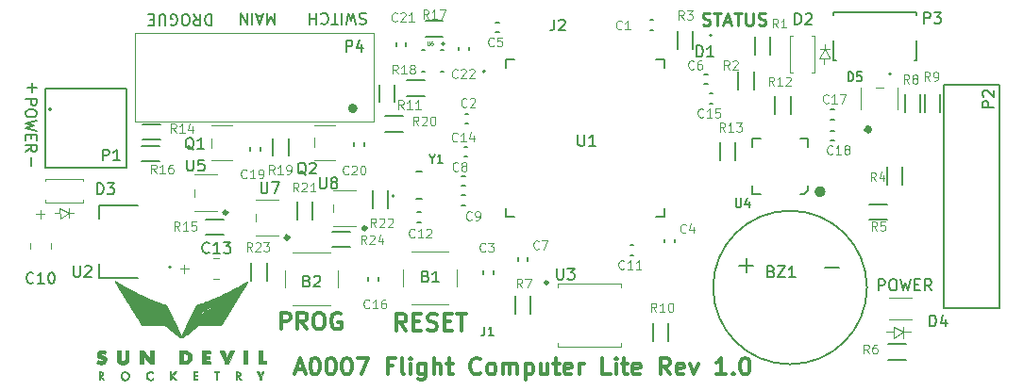
<source format=gbr>
%TF.GenerationSoftware,KiCad,Pcbnew,(6.0.9)*%
%TF.CreationDate,2022-12-21T09:32:13-07:00*%
%TF.ProjectId,Flight-Computer-Lite,466c6967-6874-42d4-936f-6d7075746572,rev?*%
%TF.SameCoordinates,Original*%
%TF.FileFunction,Legend,Top*%
%TF.FilePolarity,Positive*%
%FSLAX46Y46*%
G04 Gerber Fmt 4.6, Leading zero omitted, Abs format (unit mm)*
G04 Created by KiCad (PCBNEW (6.0.9)) date 2022-12-21 09:32:13*
%MOMM*%
%LPD*%
G01*
G04 APERTURE LIST*
%ADD10C,0.300000*%
%ADD11C,0.203200*%
%ADD12C,0.254000*%
%ADD13C,0.076200*%
%ADD14C,0.150000*%
%ADD15C,0.177800*%
%ADD16C,0.080000*%
%ADD17C,0.127000*%
%ADD18C,0.120000*%
%ADD19C,0.010000*%
%ADD20C,0.200000*%
%ADD21C,0.304800*%
%ADD22C,0.508000*%
%ADD23C,0.381000*%
%ADD24C,0.314000*%
%ADD25C,0.441000*%
G04 APERTURE END LIST*
D10*
X174384828Y-105377371D02*
X174384828Y-103877371D01*
X174956257Y-103877371D01*
X175099114Y-103948800D01*
X175170542Y-104020228D01*
X175241971Y-104163085D01*
X175241971Y-104377371D01*
X175170542Y-104520228D01*
X175099114Y-104591657D01*
X174956257Y-104663085D01*
X174384828Y-104663085D01*
X176741971Y-105377371D02*
X176241971Y-104663085D01*
X175884828Y-105377371D02*
X175884828Y-103877371D01*
X176456257Y-103877371D01*
X176599114Y-103948800D01*
X176670542Y-104020228D01*
X176741971Y-104163085D01*
X176741971Y-104377371D01*
X176670542Y-104520228D01*
X176599114Y-104591657D01*
X176456257Y-104663085D01*
X175884828Y-104663085D01*
X177670542Y-103877371D02*
X177956257Y-103877371D01*
X178099114Y-103948800D01*
X178241971Y-104091657D01*
X178313400Y-104377371D01*
X178313400Y-104877371D01*
X178241971Y-105163085D01*
X178099114Y-105305942D01*
X177956257Y-105377371D01*
X177670542Y-105377371D01*
X177527685Y-105305942D01*
X177384828Y-105163085D01*
X177313400Y-104877371D01*
X177313400Y-104377371D01*
X177384828Y-104091657D01*
X177527685Y-103948800D01*
X177670542Y-103877371D01*
X179741971Y-103948800D02*
X179599114Y-103877371D01*
X179384828Y-103877371D01*
X179170542Y-103948800D01*
X179027685Y-104091657D01*
X178956257Y-104234514D01*
X178884828Y-104520228D01*
X178884828Y-104734514D01*
X178956257Y-105020228D01*
X179027685Y-105163085D01*
X179170542Y-105305942D01*
X179384828Y-105377371D01*
X179527685Y-105377371D01*
X179741971Y-105305942D01*
X179813400Y-105234514D01*
X179813400Y-104734514D01*
X179527685Y-104734514D01*
X175740714Y-109012800D02*
X176455000Y-109012800D01*
X175597857Y-109441371D02*
X176097857Y-107941371D01*
X176597857Y-109441371D01*
X177383571Y-107941371D02*
X177526428Y-107941371D01*
X177669285Y-108012800D01*
X177740714Y-108084228D01*
X177812142Y-108227085D01*
X177883571Y-108512800D01*
X177883571Y-108869942D01*
X177812142Y-109155657D01*
X177740714Y-109298514D01*
X177669285Y-109369942D01*
X177526428Y-109441371D01*
X177383571Y-109441371D01*
X177240714Y-109369942D01*
X177169285Y-109298514D01*
X177097857Y-109155657D01*
X177026428Y-108869942D01*
X177026428Y-108512800D01*
X177097857Y-108227085D01*
X177169285Y-108084228D01*
X177240714Y-108012800D01*
X177383571Y-107941371D01*
X178812142Y-107941371D02*
X178955000Y-107941371D01*
X179097857Y-108012800D01*
X179169285Y-108084228D01*
X179240714Y-108227085D01*
X179312142Y-108512800D01*
X179312142Y-108869942D01*
X179240714Y-109155657D01*
X179169285Y-109298514D01*
X179097857Y-109369942D01*
X178955000Y-109441371D01*
X178812142Y-109441371D01*
X178669285Y-109369942D01*
X178597857Y-109298514D01*
X178526428Y-109155657D01*
X178455000Y-108869942D01*
X178455000Y-108512800D01*
X178526428Y-108227085D01*
X178597857Y-108084228D01*
X178669285Y-108012800D01*
X178812142Y-107941371D01*
X180240714Y-107941371D02*
X180383571Y-107941371D01*
X180526428Y-108012800D01*
X180597857Y-108084228D01*
X180669285Y-108227085D01*
X180740714Y-108512800D01*
X180740714Y-108869942D01*
X180669285Y-109155657D01*
X180597857Y-109298514D01*
X180526428Y-109369942D01*
X180383571Y-109441371D01*
X180240714Y-109441371D01*
X180097857Y-109369942D01*
X180026428Y-109298514D01*
X179955000Y-109155657D01*
X179883571Y-108869942D01*
X179883571Y-108512800D01*
X179955000Y-108227085D01*
X180026428Y-108084228D01*
X180097857Y-108012800D01*
X180240714Y-107941371D01*
X181240714Y-107941371D02*
X182240714Y-107941371D01*
X181597857Y-109441371D01*
X184455000Y-108655657D02*
X183955000Y-108655657D01*
X183955000Y-109441371D02*
X183955000Y-107941371D01*
X184669285Y-107941371D01*
X185455000Y-109441371D02*
X185312142Y-109369942D01*
X185240714Y-109227085D01*
X185240714Y-107941371D01*
X186026428Y-109441371D02*
X186026428Y-108441371D01*
X186026428Y-107941371D02*
X185955000Y-108012800D01*
X186026428Y-108084228D01*
X186097857Y-108012800D01*
X186026428Y-107941371D01*
X186026428Y-108084228D01*
X187383571Y-108441371D02*
X187383571Y-109655657D01*
X187312142Y-109798514D01*
X187240714Y-109869942D01*
X187097857Y-109941371D01*
X186883571Y-109941371D01*
X186740714Y-109869942D01*
X187383571Y-109369942D02*
X187240714Y-109441371D01*
X186955000Y-109441371D01*
X186812142Y-109369942D01*
X186740714Y-109298514D01*
X186669285Y-109155657D01*
X186669285Y-108727085D01*
X186740714Y-108584228D01*
X186812142Y-108512800D01*
X186955000Y-108441371D01*
X187240714Y-108441371D01*
X187383571Y-108512800D01*
X188097857Y-109441371D02*
X188097857Y-107941371D01*
X188740714Y-109441371D02*
X188740714Y-108655657D01*
X188669285Y-108512800D01*
X188526428Y-108441371D01*
X188312142Y-108441371D01*
X188169285Y-108512800D01*
X188097857Y-108584228D01*
X189240714Y-108441371D02*
X189812142Y-108441371D01*
X189455000Y-107941371D02*
X189455000Y-109227085D01*
X189526428Y-109369942D01*
X189669285Y-109441371D01*
X189812142Y-109441371D01*
X192312142Y-109298514D02*
X192240714Y-109369942D01*
X192026428Y-109441371D01*
X191883571Y-109441371D01*
X191669285Y-109369942D01*
X191526428Y-109227085D01*
X191455000Y-109084228D01*
X191383571Y-108798514D01*
X191383571Y-108584228D01*
X191455000Y-108298514D01*
X191526428Y-108155657D01*
X191669285Y-108012800D01*
X191883571Y-107941371D01*
X192026428Y-107941371D01*
X192240714Y-108012800D01*
X192312142Y-108084228D01*
X193169285Y-109441371D02*
X193026428Y-109369942D01*
X192955000Y-109298514D01*
X192883571Y-109155657D01*
X192883571Y-108727085D01*
X192955000Y-108584228D01*
X193026428Y-108512800D01*
X193169285Y-108441371D01*
X193383571Y-108441371D01*
X193526428Y-108512800D01*
X193597857Y-108584228D01*
X193669285Y-108727085D01*
X193669285Y-109155657D01*
X193597857Y-109298514D01*
X193526428Y-109369942D01*
X193383571Y-109441371D01*
X193169285Y-109441371D01*
X194312142Y-109441371D02*
X194312142Y-108441371D01*
X194312142Y-108584228D02*
X194383571Y-108512800D01*
X194526428Y-108441371D01*
X194740714Y-108441371D01*
X194883571Y-108512800D01*
X194955000Y-108655657D01*
X194955000Y-109441371D01*
X194955000Y-108655657D02*
X195026428Y-108512800D01*
X195169285Y-108441371D01*
X195383571Y-108441371D01*
X195526428Y-108512800D01*
X195597857Y-108655657D01*
X195597857Y-109441371D01*
X196312142Y-108441371D02*
X196312142Y-109941371D01*
X196312142Y-108512800D02*
X196455000Y-108441371D01*
X196740714Y-108441371D01*
X196883571Y-108512800D01*
X196955000Y-108584228D01*
X197026428Y-108727085D01*
X197026428Y-109155657D01*
X196955000Y-109298514D01*
X196883571Y-109369942D01*
X196740714Y-109441371D01*
X196455000Y-109441371D01*
X196312142Y-109369942D01*
X198312142Y-108441371D02*
X198312142Y-109441371D01*
X197669285Y-108441371D02*
X197669285Y-109227085D01*
X197740714Y-109369942D01*
X197883571Y-109441371D01*
X198097857Y-109441371D01*
X198240714Y-109369942D01*
X198312142Y-109298514D01*
X198812142Y-108441371D02*
X199383571Y-108441371D01*
X199026428Y-107941371D02*
X199026428Y-109227085D01*
X199097857Y-109369942D01*
X199240714Y-109441371D01*
X199383571Y-109441371D01*
X200455000Y-109369942D02*
X200312142Y-109441371D01*
X200026428Y-109441371D01*
X199883571Y-109369942D01*
X199812142Y-109227085D01*
X199812142Y-108655657D01*
X199883571Y-108512800D01*
X200026428Y-108441371D01*
X200312142Y-108441371D01*
X200455000Y-108512800D01*
X200526428Y-108655657D01*
X200526428Y-108798514D01*
X199812142Y-108941371D01*
X201169285Y-109441371D02*
X201169285Y-108441371D01*
X201169285Y-108727085D02*
X201240714Y-108584228D01*
X201312142Y-108512800D01*
X201455000Y-108441371D01*
X201597857Y-108441371D01*
X203955000Y-109441371D02*
X203240714Y-109441371D01*
X203240714Y-107941371D01*
X204455000Y-109441371D02*
X204455000Y-108441371D01*
X204455000Y-107941371D02*
X204383571Y-108012800D01*
X204455000Y-108084228D01*
X204526428Y-108012800D01*
X204455000Y-107941371D01*
X204455000Y-108084228D01*
X204955000Y-108441371D02*
X205526428Y-108441371D01*
X205169285Y-107941371D02*
X205169285Y-109227085D01*
X205240714Y-109369942D01*
X205383571Y-109441371D01*
X205526428Y-109441371D01*
X206597857Y-109369942D02*
X206455000Y-109441371D01*
X206169285Y-109441371D01*
X206026428Y-109369942D01*
X205955000Y-109227085D01*
X205955000Y-108655657D01*
X206026428Y-108512800D01*
X206169285Y-108441371D01*
X206455000Y-108441371D01*
X206597857Y-108512800D01*
X206669285Y-108655657D01*
X206669285Y-108798514D01*
X205955000Y-108941371D01*
X209312142Y-109441371D02*
X208812142Y-108727085D01*
X208455000Y-109441371D02*
X208455000Y-107941371D01*
X209026428Y-107941371D01*
X209169285Y-108012800D01*
X209240714Y-108084228D01*
X209312142Y-108227085D01*
X209312142Y-108441371D01*
X209240714Y-108584228D01*
X209169285Y-108655657D01*
X209026428Y-108727085D01*
X208455000Y-108727085D01*
X210526428Y-109369942D02*
X210383571Y-109441371D01*
X210097857Y-109441371D01*
X209955000Y-109369942D01*
X209883571Y-109227085D01*
X209883571Y-108655657D01*
X209955000Y-108512800D01*
X210097857Y-108441371D01*
X210383571Y-108441371D01*
X210526428Y-108512800D01*
X210597857Y-108655657D01*
X210597857Y-108798514D01*
X209883571Y-108941371D01*
X211097857Y-108441371D02*
X211455000Y-109441371D01*
X211812142Y-108441371D01*
X214312142Y-109441371D02*
X213455000Y-109441371D01*
X213883571Y-109441371D02*
X213883571Y-107941371D01*
X213740714Y-108155657D01*
X213597857Y-108298514D01*
X213455000Y-108369942D01*
X214955000Y-109298514D02*
X215026428Y-109369942D01*
X214955000Y-109441371D01*
X214883571Y-109369942D01*
X214955000Y-109298514D01*
X214955000Y-109441371D01*
X215955000Y-107941371D02*
X216097857Y-107941371D01*
X216240714Y-108012800D01*
X216312142Y-108084228D01*
X216383571Y-108227085D01*
X216455000Y-108512800D01*
X216455000Y-108869942D01*
X216383571Y-109155657D01*
X216312142Y-109298514D01*
X216240714Y-109369942D01*
X216097857Y-109441371D01*
X215955000Y-109441371D01*
X215812142Y-109369942D01*
X215740714Y-109298514D01*
X215669285Y-109155657D01*
X215597857Y-108869942D01*
X215597857Y-108512800D01*
X215669285Y-108227085D01*
X215740714Y-108084228D01*
X215812142Y-108012800D01*
X215955000Y-107941371D01*
D11*
X168160095Y-77061180D02*
X168160095Y-78077180D01*
X167918190Y-78077180D01*
X167773047Y-78028800D01*
X167676285Y-77932038D01*
X167627904Y-77835276D01*
X167579523Y-77641752D01*
X167579523Y-77496609D01*
X167627904Y-77303085D01*
X167676285Y-77206323D01*
X167773047Y-77109561D01*
X167918190Y-77061180D01*
X168160095Y-77061180D01*
X166563523Y-77061180D02*
X166902190Y-77544990D01*
X167144095Y-77061180D02*
X167144095Y-78077180D01*
X166757047Y-78077180D01*
X166660285Y-78028800D01*
X166611904Y-77980419D01*
X166563523Y-77883657D01*
X166563523Y-77738514D01*
X166611904Y-77641752D01*
X166660285Y-77593371D01*
X166757047Y-77544990D01*
X167144095Y-77544990D01*
X165934571Y-78077180D02*
X165741047Y-78077180D01*
X165644285Y-78028800D01*
X165547523Y-77932038D01*
X165499142Y-77738514D01*
X165499142Y-77399847D01*
X165547523Y-77206323D01*
X165644285Y-77109561D01*
X165741047Y-77061180D01*
X165934571Y-77061180D01*
X166031333Y-77109561D01*
X166128095Y-77206323D01*
X166176476Y-77399847D01*
X166176476Y-77738514D01*
X166128095Y-77932038D01*
X166031333Y-78028800D01*
X165934571Y-78077180D01*
X164531523Y-78028800D02*
X164628285Y-78077180D01*
X164773428Y-78077180D01*
X164918571Y-78028800D01*
X165015333Y-77932038D01*
X165063714Y-77835276D01*
X165112095Y-77641752D01*
X165112095Y-77496609D01*
X165063714Y-77303085D01*
X165015333Y-77206323D01*
X164918571Y-77109561D01*
X164773428Y-77061180D01*
X164676666Y-77061180D01*
X164531523Y-77109561D01*
X164483142Y-77157942D01*
X164483142Y-77496609D01*
X164676666Y-77496609D01*
X164047714Y-78077180D02*
X164047714Y-77254704D01*
X163999333Y-77157942D01*
X163950952Y-77109561D01*
X163854190Y-77061180D01*
X163660666Y-77061180D01*
X163563904Y-77109561D01*
X163515523Y-77157942D01*
X163467142Y-77254704D01*
X163467142Y-78077180D01*
X162983333Y-77593371D02*
X162644666Y-77593371D01*
X162499523Y-77061180D02*
X162983333Y-77061180D01*
X162983333Y-78077180D01*
X162499523Y-78077180D01*
X228006123Y-101907219D02*
X228006123Y-100891219D01*
X228393171Y-100891219D01*
X228489933Y-100939600D01*
X228538314Y-100987980D01*
X228586695Y-101084742D01*
X228586695Y-101229885D01*
X228538314Y-101326647D01*
X228489933Y-101375028D01*
X228393171Y-101423409D01*
X228006123Y-101423409D01*
X229215647Y-100891219D02*
X229409171Y-100891219D01*
X229505933Y-100939600D01*
X229602695Y-101036361D01*
X229651076Y-101229885D01*
X229651076Y-101568552D01*
X229602695Y-101762076D01*
X229505933Y-101858838D01*
X229409171Y-101907219D01*
X229215647Y-101907219D01*
X229118885Y-101858838D01*
X229022123Y-101762076D01*
X228973742Y-101568552D01*
X228973742Y-101229885D01*
X229022123Y-101036361D01*
X229118885Y-100939600D01*
X229215647Y-100891219D01*
X229989742Y-100891219D02*
X230231647Y-101907219D01*
X230425171Y-101181504D01*
X230618695Y-101907219D01*
X230860600Y-100891219D01*
X231247647Y-101375028D02*
X231586314Y-101375028D01*
X231731457Y-101907219D02*
X231247647Y-101907219D01*
X231247647Y-100891219D01*
X231731457Y-100891219D01*
X232747457Y-101907219D02*
X232408790Y-101423409D01*
X232166885Y-101907219D02*
X232166885Y-100891219D01*
X232553933Y-100891219D01*
X232650695Y-100939600D01*
X232699076Y-100987980D01*
X232747457Y-101084742D01*
X232747457Y-101229885D01*
X232699076Y-101326647D01*
X232650695Y-101375028D01*
X232553933Y-101423409D01*
X232166885Y-101423409D01*
D12*
X212231514Y-78034242D02*
X212394800Y-78088671D01*
X212666942Y-78088671D01*
X212775800Y-78034242D01*
X212830228Y-77979814D01*
X212884657Y-77870957D01*
X212884657Y-77762100D01*
X212830228Y-77653242D01*
X212775800Y-77598814D01*
X212666942Y-77544385D01*
X212449228Y-77489957D01*
X212340371Y-77435528D01*
X212285942Y-77381100D01*
X212231514Y-77272242D01*
X212231514Y-77163385D01*
X212285942Y-77054528D01*
X212340371Y-77000100D01*
X212449228Y-76945671D01*
X212721371Y-76945671D01*
X212884657Y-77000100D01*
X213211228Y-76945671D02*
X213864371Y-76945671D01*
X213537800Y-78088671D02*
X213537800Y-76945671D01*
X214190942Y-77762100D02*
X214735228Y-77762100D01*
X214082085Y-78088671D02*
X214463085Y-76945671D01*
X214844085Y-78088671D01*
X215061800Y-76945671D02*
X215714942Y-76945671D01*
X215388371Y-78088671D02*
X215388371Y-76945671D01*
X216095942Y-76945671D02*
X216095942Y-77870957D01*
X216150371Y-77979814D01*
X216204800Y-78034242D01*
X216313657Y-78088671D01*
X216531371Y-78088671D01*
X216640228Y-78034242D01*
X216694657Y-77979814D01*
X216749085Y-77870957D01*
X216749085Y-76945671D01*
X217238942Y-78034242D02*
X217402228Y-78088671D01*
X217674371Y-78088671D01*
X217783228Y-78034242D01*
X217837657Y-77979814D01*
X217892085Y-77870957D01*
X217892085Y-77762100D01*
X217837657Y-77653242D01*
X217783228Y-77598814D01*
X217674371Y-77544385D01*
X217456657Y-77489957D01*
X217347800Y-77435528D01*
X217293371Y-77381100D01*
X217238942Y-77272242D01*
X217238942Y-77163385D01*
X217293371Y-77054528D01*
X217347800Y-77000100D01*
X217456657Y-76945671D01*
X217728800Y-76945671D01*
X217892085Y-77000100D01*
D10*
X185629028Y-105478971D02*
X185129028Y-104764685D01*
X184771885Y-105478971D02*
X184771885Y-103978971D01*
X185343314Y-103978971D01*
X185486171Y-104050400D01*
X185557600Y-104121828D01*
X185629028Y-104264685D01*
X185629028Y-104478971D01*
X185557600Y-104621828D01*
X185486171Y-104693257D01*
X185343314Y-104764685D01*
X184771885Y-104764685D01*
X186271885Y-104693257D02*
X186771885Y-104693257D01*
X186986171Y-105478971D02*
X186271885Y-105478971D01*
X186271885Y-103978971D01*
X186986171Y-103978971D01*
X187557600Y-105407542D02*
X187771885Y-105478971D01*
X188129028Y-105478971D01*
X188271885Y-105407542D01*
X188343314Y-105336114D01*
X188414742Y-105193257D01*
X188414742Y-105050400D01*
X188343314Y-104907542D01*
X188271885Y-104836114D01*
X188129028Y-104764685D01*
X187843314Y-104693257D01*
X187700457Y-104621828D01*
X187629028Y-104550400D01*
X187557600Y-104407542D01*
X187557600Y-104264685D01*
X187629028Y-104121828D01*
X187700457Y-104050400D01*
X187843314Y-103978971D01*
X188200457Y-103978971D01*
X188414742Y-104050400D01*
X189057600Y-104693257D02*
X189557600Y-104693257D01*
X189771885Y-105478971D02*
X189057600Y-105478971D01*
X189057600Y-103978971D01*
X189771885Y-103978971D01*
X190200457Y-103978971D02*
X191057600Y-103978971D01*
X190629028Y-105478971D02*
X190629028Y-103978971D01*
D11*
X173861790Y-76959580D02*
X173861790Y-77975580D01*
X173523123Y-77249866D01*
X173184457Y-77975580D01*
X173184457Y-76959580D01*
X172749028Y-77249866D02*
X172265219Y-77249866D01*
X172845790Y-76959580D02*
X172507123Y-77975580D01*
X172168457Y-76959580D01*
X171829790Y-76959580D02*
X171829790Y-77975580D01*
X171345980Y-76959580D02*
X171345980Y-77975580D01*
X170765409Y-76959580D01*
X170765409Y-77975580D01*
X182016400Y-77007961D02*
X181871257Y-76959580D01*
X181629352Y-76959580D01*
X181532590Y-77007961D01*
X181484209Y-77056342D01*
X181435828Y-77153104D01*
X181435828Y-77249866D01*
X181484209Y-77346628D01*
X181532590Y-77395009D01*
X181629352Y-77443390D01*
X181822876Y-77491771D01*
X181919638Y-77540152D01*
X181968019Y-77588533D01*
X182016400Y-77685295D01*
X182016400Y-77782057D01*
X181968019Y-77878819D01*
X181919638Y-77927200D01*
X181822876Y-77975580D01*
X181580971Y-77975580D01*
X181435828Y-77927200D01*
X181097161Y-77975580D02*
X180855257Y-76959580D01*
X180661733Y-77685295D01*
X180468209Y-76959580D01*
X180226304Y-77975580D01*
X179839257Y-76959580D02*
X179839257Y-77975580D01*
X179500590Y-77975580D02*
X178920019Y-77975580D01*
X179210304Y-76959580D02*
X179210304Y-77975580D01*
X178000780Y-77056342D02*
X178049161Y-77007961D01*
X178194304Y-76959580D01*
X178291066Y-76959580D01*
X178436209Y-77007961D01*
X178532971Y-77104723D01*
X178581352Y-77201485D01*
X178629733Y-77395009D01*
X178629733Y-77540152D01*
X178581352Y-77733676D01*
X178532971Y-77830438D01*
X178436209Y-77927200D01*
X178291066Y-77975580D01*
X178194304Y-77975580D01*
X178049161Y-77927200D01*
X178000780Y-77878819D01*
X177565352Y-76959580D02*
X177565352Y-77975580D01*
X177565352Y-77491771D02*
X176984780Y-77491771D01*
X176984780Y-76959580D02*
X176984780Y-77975580D01*
X152073428Y-83280552D02*
X152073428Y-84054647D01*
X151686380Y-83667600D02*
X152460476Y-83667600D01*
X151971828Y-89935352D02*
X151971828Y-90709447D01*
X151483180Y-84673923D02*
X152499180Y-84673923D01*
X152499180Y-85060971D01*
X152450800Y-85157733D01*
X152402419Y-85206114D01*
X152305657Y-85254495D01*
X152160514Y-85254495D01*
X152063752Y-85206114D01*
X152015371Y-85157733D01*
X151966990Y-85060971D01*
X151966990Y-84673923D01*
X152499180Y-85883447D02*
X152499180Y-86076971D01*
X152450800Y-86173733D01*
X152354038Y-86270495D01*
X152160514Y-86318876D01*
X151821847Y-86318876D01*
X151628323Y-86270495D01*
X151531561Y-86173733D01*
X151483180Y-86076971D01*
X151483180Y-85883447D01*
X151531561Y-85786685D01*
X151628323Y-85689923D01*
X151821847Y-85641542D01*
X152160514Y-85641542D01*
X152354038Y-85689923D01*
X152450800Y-85786685D01*
X152499180Y-85883447D01*
X152499180Y-86657542D02*
X151483180Y-86899447D01*
X152208895Y-87092971D01*
X151483180Y-87286495D01*
X152499180Y-87528400D01*
X152015371Y-87915447D02*
X152015371Y-88254114D01*
X151483180Y-88399257D02*
X151483180Y-87915447D01*
X152499180Y-87915447D01*
X152499180Y-88399257D01*
X151483180Y-89415257D02*
X151966990Y-89076590D01*
X151483180Y-88834685D02*
X152499180Y-88834685D01*
X152499180Y-89221733D01*
X152450800Y-89318495D01*
X152402419Y-89366876D01*
X152305657Y-89415257D01*
X152160514Y-89415257D01*
X152063752Y-89366876D01*
X152015371Y-89318495D01*
X151966990Y-89221733D01*
X151966990Y-88834685D01*
D13*
%TO.C,R24*%
X182035514Y-97720104D02*
X181768847Y-97339152D01*
X181578371Y-97720104D02*
X181578371Y-96920104D01*
X181883133Y-96920104D01*
X181959323Y-96958200D01*
X181997419Y-96996295D01*
X182035514Y-97072485D01*
X182035514Y-97186771D01*
X181997419Y-97262961D01*
X181959323Y-97301057D01*
X181883133Y-97339152D01*
X181578371Y-97339152D01*
X182340276Y-96996295D02*
X182378371Y-96958200D01*
X182454561Y-96920104D01*
X182645038Y-96920104D01*
X182721228Y-96958200D01*
X182759323Y-96996295D01*
X182797419Y-97072485D01*
X182797419Y-97148676D01*
X182759323Y-97262961D01*
X182302180Y-97720104D01*
X182797419Y-97720104D01*
X183483133Y-97186771D02*
X183483133Y-97720104D01*
X183292657Y-96882009D02*
X183102180Y-97453438D01*
X183597419Y-97453438D01*
%TO.C,R23*%
X171799314Y-98380504D02*
X171532647Y-97999552D01*
X171342171Y-98380504D02*
X171342171Y-97580504D01*
X171646933Y-97580504D01*
X171723123Y-97618600D01*
X171761219Y-97656695D01*
X171799314Y-97732885D01*
X171799314Y-97847171D01*
X171761219Y-97923361D01*
X171723123Y-97961457D01*
X171646933Y-97999552D01*
X171342171Y-97999552D01*
X172104076Y-97656695D02*
X172142171Y-97618600D01*
X172218361Y-97580504D01*
X172408838Y-97580504D01*
X172485028Y-97618600D01*
X172523123Y-97656695D01*
X172561219Y-97732885D01*
X172561219Y-97809076D01*
X172523123Y-97923361D01*
X172065980Y-98380504D01*
X172561219Y-98380504D01*
X172827885Y-97580504D02*
X173323123Y-97580504D01*
X173056457Y-97885266D01*
X173170742Y-97885266D01*
X173246933Y-97923361D01*
X173285028Y-97961457D01*
X173323123Y-98037647D01*
X173323123Y-98228123D01*
X173285028Y-98304314D01*
X173246933Y-98342409D01*
X173170742Y-98380504D01*
X172942171Y-98380504D01*
X172865980Y-98342409D01*
X172827885Y-98304314D01*
D14*
%TO.C,D4*%
X232611704Y-105125780D02*
X232611704Y-104125780D01*
X232849800Y-104125780D01*
X232992657Y-104173400D01*
X233087895Y-104268638D01*
X233135514Y-104363876D01*
X233183133Y-104554352D01*
X233183133Y-104697209D01*
X233135514Y-104887685D01*
X233087895Y-104982923D01*
X232992657Y-105078161D01*
X232849800Y-105125780D01*
X232611704Y-105125780D01*
X234040276Y-104459114D02*
X234040276Y-105125780D01*
X233802180Y-104078161D02*
X233564085Y-104792447D01*
X234183133Y-104792447D01*
%TO.C,B1*%
X187377438Y-100614171D02*
X187520295Y-100661790D01*
X187567914Y-100709409D01*
X187615533Y-100804647D01*
X187615533Y-100947504D01*
X187567914Y-101042742D01*
X187520295Y-101090361D01*
X187425057Y-101137980D01*
X187044104Y-101137980D01*
X187044104Y-100137980D01*
X187377438Y-100137980D01*
X187472676Y-100185600D01*
X187520295Y-100233219D01*
X187567914Y-100328457D01*
X187567914Y-100423695D01*
X187520295Y-100518933D01*
X187472676Y-100566552D01*
X187377438Y-100614171D01*
X187044104Y-100614171D01*
X188567914Y-101137980D02*
X187996485Y-101137980D01*
X188282200Y-101137980D02*
X188282200Y-100137980D01*
X188186961Y-100280838D01*
X188091723Y-100376076D01*
X187996485Y-100423695D01*
%TO.C,Q1*%
X166579561Y-89244419D02*
X166484323Y-89196800D01*
X166389085Y-89101561D01*
X166246228Y-88958704D01*
X166150990Y-88911085D01*
X166055752Y-88911085D01*
X166103371Y-89149180D02*
X166008133Y-89101561D01*
X165912895Y-89006323D01*
X165865276Y-88815847D01*
X165865276Y-88482514D01*
X165912895Y-88292038D01*
X166008133Y-88196800D01*
X166103371Y-88149180D01*
X166293847Y-88149180D01*
X166389085Y-88196800D01*
X166484323Y-88292038D01*
X166531942Y-88482514D01*
X166531942Y-88815847D01*
X166484323Y-89006323D01*
X166389085Y-89101561D01*
X166293847Y-89149180D01*
X166103371Y-89149180D01*
X167484323Y-89149180D02*
X166912895Y-89149180D01*
X167198609Y-89149180D02*
X167198609Y-88149180D01*
X167103371Y-88292038D01*
X167008133Y-88387276D01*
X166912895Y-88434895D01*
D13*
%TO.C,C2*%
X191052466Y-85350314D02*
X191014371Y-85388409D01*
X190900085Y-85426504D01*
X190823895Y-85426504D01*
X190709609Y-85388409D01*
X190633419Y-85312219D01*
X190595323Y-85236028D01*
X190557228Y-85083647D01*
X190557228Y-84969361D01*
X190595323Y-84816980D01*
X190633419Y-84740790D01*
X190709609Y-84664600D01*
X190823895Y-84626504D01*
X190900085Y-84626504D01*
X191014371Y-84664600D01*
X191052466Y-84702695D01*
X191357228Y-84702695D02*
X191395323Y-84664600D01*
X191471514Y-84626504D01*
X191661990Y-84626504D01*
X191738180Y-84664600D01*
X191776276Y-84702695D01*
X191814371Y-84778885D01*
X191814371Y-84855076D01*
X191776276Y-84969361D01*
X191319133Y-85426504D01*
X191814371Y-85426504D01*
%TO.C,R8*%
X230752666Y-83318304D02*
X230486000Y-82937352D01*
X230295523Y-83318304D02*
X230295523Y-82518304D01*
X230600285Y-82518304D01*
X230676476Y-82556400D01*
X230714571Y-82594495D01*
X230752666Y-82670685D01*
X230752666Y-82784971D01*
X230714571Y-82861161D01*
X230676476Y-82899257D01*
X230600285Y-82937352D01*
X230295523Y-82937352D01*
X231209809Y-82861161D02*
X231133619Y-82823066D01*
X231095523Y-82784971D01*
X231057428Y-82708780D01*
X231057428Y-82670685D01*
X231095523Y-82594495D01*
X231133619Y-82556400D01*
X231209809Y-82518304D01*
X231362190Y-82518304D01*
X231438380Y-82556400D01*
X231476476Y-82594495D01*
X231514571Y-82670685D01*
X231514571Y-82708780D01*
X231476476Y-82784971D01*
X231438380Y-82823066D01*
X231362190Y-82861161D01*
X231209809Y-82861161D01*
X231133619Y-82899257D01*
X231095523Y-82937352D01*
X231057428Y-83013542D01*
X231057428Y-83165923D01*
X231095523Y-83242114D01*
X231133619Y-83280209D01*
X231209809Y-83318304D01*
X231362190Y-83318304D01*
X231438380Y-83280209D01*
X231476476Y-83242114D01*
X231514571Y-83165923D01*
X231514571Y-83013542D01*
X231476476Y-82937352D01*
X231438380Y-82899257D01*
X231362190Y-82861161D01*
%TO.C,R16*%
X163214114Y-91370104D02*
X162947447Y-90989152D01*
X162756971Y-91370104D02*
X162756971Y-90570104D01*
X163061733Y-90570104D01*
X163137923Y-90608200D01*
X163176019Y-90646295D01*
X163214114Y-90722485D01*
X163214114Y-90836771D01*
X163176019Y-90912961D01*
X163137923Y-90951057D01*
X163061733Y-90989152D01*
X162756971Y-90989152D01*
X163976019Y-91370104D02*
X163518876Y-91370104D01*
X163747447Y-91370104D02*
X163747447Y-90570104D01*
X163671257Y-90684390D01*
X163595066Y-90760580D01*
X163518876Y-90798676D01*
X164661733Y-90570104D02*
X164509352Y-90570104D01*
X164433161Y-90608200D01*
X164395066Y-90646295D01*
X164318876Y-90760580D01*
X164280780Y-90912961D01*
X164280780Y-91217723D01*
X164318876Y-91293914D01*
X164356971Y-91332009D01*
X164433161Y-91370104D01*
X164585542Y-91370104D01*
X164661733Y-91332009D01*
X164699828Y-91293914D01*
X164737923Y-91217723D01*
X164737923Y-91027247D01*
X164699828Y-90951057D01*
X164661733Y-90912961D01*
X164585542Y-90874866D01*
X164433161Y-90874866D01*
X164356971Y-90912961D01*
X164318876Y-90951057D01*
X164280780Y-91027247D01*
D14*
%TO.C,D1*%
X211682104Y-80894180D02*
X211682104Y-79894180D01*
X211920200Y-79894180D01*
X212063057Y-79941800D01*
X212158295Y-80037038D01*
X212205914Y-80132276D01*
X212253533Y-80322752D01*
X212253533Y-80465609D01*
X212205914Y-80656085D01*
X212158295Y-80751323D01*
X212063057Y-80846561D01*
X211920200Y-80894180D01*
X211682104Y-80894180D01*
X213205914Y-80894180D02*
X212634485Y-80894180D01*
X212920200Y-80894180D02*
X212920200Y-79894180D01*
X212824961Y-80037038D01*
X212729723Y-80132276D01*
X212634485Y-80179895D01*
%TO.C,J1*%
X192667466Y-105142695D02*
X192667466Y-105723266D01*
X192628761Y-105839380D01*
X192551352Y-105916790D01*
X192435238Y-105955495D01*
X192357828Y-105955495D01*
X193480266Y-105955495D02*
X193015809Y-105955495D01*
X193248038Y-105955495D02*
X193248038Y-105142695D01*
X193170628Y-105258809D01*
X193093219Y-105336219D01*
X193015809Y-105374923D01*
%TO.C,D2*%
X220521304Y-77973180D02*
X220521304Y-76973180D01*
X220759400Y-76973180D01*
X220902257Y-77020800D01*
X220997495Y-77116038D01*
X221045114Y-77211276D01*
X221092733Y-77401752D01*
X221092733Y-77544609D01*
X221045114Y-77735085D01*
X220997495Y-77830323D01*
X220902257Y-77925561D01*
X220759400Y-77973180D01*
X220521304Y-77973180D01*
X221473685Y-77068419D02*
X221521304Y-77020800D01*
X221616542Y-76973180D01*
X221854638Y-76973180D01*
X221949876Y-77020800D01*
X221997495Y-77068419D01*
X222045114Y-77163657D01*
X222045114Y-77258895D01*
X221997495Y-77401752D01*
X221426066Y-77973180D01*
X222045114Y-77973180D01*
%TO.C,C13*%
X167962342Y-98451942D02*
X167914723Y-98499561D01*
X167771866Y-98547180D01*
X167676628Y-98547180D01*
X167533771Y-98499561D01*
X167438533Y-98404323D01*
X167390914Y-98309085D01*
X167343295Y-98118609D01*
X167343295Y-97975752D01*
X167390914Y-97785276D01*
X167438533Y-97690038D01*
X167533771Y-97594800D01*
X167676628Y-97547180D01*
X167771866Y-97547180D01*
X167914723Y-97594800D01*
X167962342Y-97642419D01*
X168914723Y-98547180D02*
X168343295Y-98547180D01*
X168629009Y-98547180D02*
X168629009Y-97547180D01*
X168533771Y-97690038D01*
X168438533Y-97785276D01*
X168343295Y-97832895D01*
X169248057Y-97547180D02*
X169867104Y-97547180D01*
X169533771Y-97928133D01*
X169676628Y-97928133D01*
X169771866Y-97975752D01*
X169819485Y-98023371D01*
X169867104Y-98118609D01*
X169867104Y-98356704D01*
X169819485Y-98451942D01*
X169771866Y-98499561D01*
X169676628Y-98547180D01*
X169390914Y-98547180D01*
X169295676Y-98499561D01*
X169248057Y-98451942D01*
D13*
%TO.C,C8*%
X190290466Y-91090714D02*
X190252371Y-91128809D01*
X190138085Y-91166904D01*
X190061895Y-91166904D01*
X189947609Y-91128809D01*
X189871419Y-91052619D01*
X189833323Y-90976428D01*
X189795228Y-90824047D01*
X189795228Y-90709761D01*
X189833323Y-90557380D01*
X189871419Y-90481190D01*
X189947609Y-90405000D01*
X190061895Y-90366904D01*
X190138085Y-90366904D01*
X190252371Y-90405000D01*
X190290466Y-90443095D01*
X190747609Y-90709761D02*
X190671419Y-90671666D01*
X190633323Y-90633571D01*
X190595228Y-90557380D01*
X190595228Y-90519285D01*
X190633323Y-90443095D01*
X190671419Y-90405000D01*
X190747609Y-90366904D01*
X190899990Y-90366904D01*
X190976180Y-90405000D01*
X191014276Y-90443095D01*
X191052371Y-90519285D01*
X191052371Y-90557380D01*
X191014276Y-90633571D01*
X190976180Y-90671666D01*
X190899990Y-90709761D01*
X190747609Y-90709761D01*
X190671419Y-90747857D01*
X190633323Y-90785952D01*
X190595228Y-90862142D01*
X190595228Y-91014523D01*
X190633323Y-91090714D01*
X190671419Y-91128809D01*
X190747609Y-91166904D01*
X190899990Y-91166904D01*
X190976180Y-91128809D01*
X191014276Y-91090714D01*
X191052371Y-91014523D01*
X191052371Y-90862142D01*
X191014276Y-90785952D01*
X190976180Y-90747857D01*
X190899990Y-90709761D01*
D14*
%TO.C,Y1*%
X187951147Y-90074752D02*
X187951147Y-90455704D01*
X187684480Y-89655704D02*
X187951147Y-90074752D01*
X188217814Y-89655704D01*
X188903528Y-90455704D02*
X188446385Y-90455704D01*
X188674957Y-90455704D02*
X188674957Y-89655704D01*
X188598766Y-89769990D01*
X188522576Y-89846180D01*
X188446385Y-89884276D01*
D13*
%TO.C,C14*%
X190214314Y-88449114D02*
X190176219Y-88487209D01*
X190061933Y-88525304D01*
X189985742Y-88525304D01*
X189871457Y-88487209D01*
X189795266Y-88411019D01*
X189757171Y-88334828D01*
X189719076Y-88182447D01*
X189719076Y-88068161D01*
X189757171Y-87915780D01*
X189795266Y-87839590D01*
X189871457Y-87763400D01*
X189985742Y-87725304D01*
X190061933Y-87725304D01*
X190176219Y-87763400D01*
X190214314Y-87801495D01*
X190976219Y-88525304D02*
X190519076Y-88525304D01*
X190747647Y-88525304D02*
X190747647Y-87725304D01*
X190671457Y-87839590D01*
X190595266Y-87915780D01*
X190519076Y-87953876D01*
X191661933Y-87991971D02*
X191661933Y-88525304D01*
X191471457Y-87687209D02*
X191280980Y-88258638D01*
X191776219Y-88258638D01*
D15*
%TO.C,P2*%
X238344528Y-85414757D02*
X237353928Y-85414757D01*
X237353928Y-85037385D01*
X237401100Y-84943042D01*
X237448271Y-84895871D01*
X237542614Y-84848700D01*
X237684128Y-84848700D01*
X237778471Y-84895871D01*
X237825642Y-84943042D01*
X237872814Y-85037385D01*
X237872814Y-85414757D01*
X237448271Y-84471328D02*
X237401100Y-84424157D01*
X237353928Y-84329814D01*
X237353928Y-84093957D01*
X237401100Y-83999614D01*
X237448271Y-83952442D01*
X237542614Y-83905271D01*
X237636957Y-83905271D01*
X237778471Y-83952442D01*
X238344528Y-84518500D01*
X238344528Y-83905271D01*
D13*
%TO.C,C9*%
X191484266Y-95510314D02*
X191446171Y-95548409D01*
X191331885Y-95586504D01*
X191255695Y-95586504D01*
X191141409Y-95548409D01*
X191065219Y-95472219D01*
X191027123Y-95396028D01*
X190989028Y-95243647D01*
X190989028Y-95129361D01*
X191027123Y-94976980D01*
X191065219Y-94900790D01*
X191141409Y-94824600D01*
X191255695Y-94786504D01*
X191331885Y-94786504D01*
X191446171Y-94824600D01*
X191484266Y-94862695D01*
X191865219Y-95586504D02*
X192017600Y-95586504D01*
X192093790Y-95548409D01*
X192131885Y-95510314D01*
X192208076Y-95396028D01*
X192246171Y-95243647D01*
X192246171Y-94938885D01*
X192208076Y-94862695D01*
X192169980Y-94824600D01*
X192093790Y-94786504D01*
X191941409Y-94786504D01*
X191865219Y-94824600D01*
X191827123Y-94862695D01*
X191789028Y-94938885D01*
X191789028Y-95129361D01*
X191827123Y-95205552D01*
X191865219Y-95243647D01*
X191941409Y-95281742D01*
X192093790Y-95281742D01*
X192169980Y-95243647D01*
X192208076Y-95205552D01*
X192246171Y-95129361D01*
%TO.C,C3*%
X192728866Y-98329714D02*
X192690771Y-98367809D01*
X192576485Y-98405904D01*
X192500295Y-98405904D01*
X192386009Y-98367809D01*
X192309819Y-98291619D01*
X192271723Y-98215428D01*
X192233628Y-98063047D01*
X192233628Y-97948761D01*
X192271723Y-97796380D01*
X192309819Y-97720190D01*
X192386009Y-97644000D01*
X192500295Y-97605904D01*
X192576485Y-97605904D01*
X192690771Y-97644000D01*
X192728866Y-97682095D01*
X192995533Y-97605904D02*
X193490771Y-97605904D01*
X193224104Y-97910666D01*
X193338390Y-97910666D01*
X193414580Y-97948761D01*
X193452676Y-97986857D01*
X193490771Y-98063047D01*
X193490771Y-98253523D01*
X193452676Y-98329714D01*
X193414580Y-98367809D01*
X193338390Y-98405904D01*
X193109819Y-98405904D01*
X193033628Y-98367809D01*
X192995533Y-98329714D01*
%TO.C,C18*%
X223869314Y-89592114D02*
X223831219Y-89630209D01*
X223716933Y-89668304D01*
X223640742Y-89668304D01*
X223526457Y-89630209D01*
X223450266Y-89554019D01*
X223412171Y-89477828D01*
X223374076Y-89325447D01*
X223374076Y-89211161D01*
X223412171Y-89058780D01*
X223450266Y-88982590D01*
X223526457Y-88906400D01*
X223640742Y-88868304D01*
X223716933Y-88868304D01*
X223831219Y-88906400D01*
X223869314Y-88944495D01*
X224631219Y-89668304D02*
X224174076Y-89668304D01*
X224402647Y-89668304D02*
X224402647Y-88868304D01*
X224326457Y-88982590D01*
X224250266Y-89058780D01*
X224174076Y-89096876D01*
X225088361Y-89211161D02*
X225012171Y-89173066D01*
X224974076Y-89134971D01*
X224935980Y-89058780D01*
X224935980Y-89020685D01*
X224974076Y-88944495D01*
X225012171Y-88906400D01*
X225088361Y-88868304D01*
X225240742Y-88868304D01*
X225316933Y-88906400D01*
X225355028Y-88944495D01*
X225393123Y-89020685D01*
X225393123Y-89058780D01*
X225355028Y-89134971D01*
X225316933Y-89173066D01*
X225240742Y-89211161D01*
X225088361Y-89211161D01*
X225012171Y-89249257D01*
X224974076Y-89287352D01*
X224935980Y-89363542D01*
X224935980Y-89515923D01*
X224974076Y-89592114D01*
X225012171Y-89630209D01*
X225088361Y-89668304D01*
X225240742Y-89668304D01*
X225316933Y-89630209D01*
X225355028Y-89592114D01*
X225393123Y-89515923D01*
X225393123Y-89363542D01*
X225355028Y-89287352D01*
X225316933Y-89249257D01*
X225240742Y-89211161D01*
%TO.C,C6*%
X211423266Y-81946714D02*
X211385171Y-81984809D01*
X211270885Y-82022904D01*
X211194695Y-82022904D01*
X211080409Y-81984809D01*
X211004219Y-81908619D01*
X210966123Y-81832428D01*
X210928028Y-81680047D01*
X210928028Y-81565761D01*
X210966123Y-81413380D01*
X211004219Y-81337190D01*
X211080409Y-81261000D01*
X211194695Y-81222904D01*
X211270885Y-81222904D01*
X211385171Y-81261000D01*
X211423266Y-81299095D01*
X212108980Y-81222904D02*
X211956600Y-81222904D01*
X211880409Y-81261000D01*
X211842314Y-81299095D01*
X211766123Y-81413380D01*
X211728028Y-81565761D01*
X211728028Y-81870523D01*
X211766123Y-81946714D01*
X211804219Y-81984809D01*
X211880409Y-82022904D01*
X212032790Y-82022904D01*
X212108980Y-81984809D01*
X212147076Y-81946714D01*
X212185171Y-81870523D01*
X212185171Y-81680047D01*
X212147076Y-81603857D01*
X212108980Y-81565761D01*
X212032790Y-81527666D01*
X211880409Y-81527666D01*
X211804219Y-81565761D01*
X211766123Y-81603857D01*
X211728028Y-81680047D01*
D14*
%TO.C,D3*%
X157910304Y-93238580D02*
X157910304Y-92238580D01*
X158148400Y-92238580D01*
X158291257Y-92286200D01*
X158386495Y-92381438D01*
X158434114Y-92476676D01*
X158481733Y-92667152D01*
X158481733Y-92810009D01*
X158434114Y-93000485D01*
X158386495Y-93095723D01*
X158291257Y-93190961D01*
X158148400Y-93238580D01*
X157910304Y-93238580D01*
X158815066Y-92238580D02*
X159434114Y-92238580D01*
X159100780Y-92619533D01*
X159243638Y-92619533D01*
X159338876Y-92667152D01*
X159386495Y-92714771D01*
X159434114Y-92810009D01*
X159434114Y-93048104D01*
X159386495Y-93143342D01*
X159338876Y-93190961D01*
X159243638Y-93238580D01*
X158957923Y-93238580D01*
X158862685Y-93190961D01*
X158815066Y-93143342D01*
%TO.C,J2*%
X198904266Y-77531980D02*
X198904266Y-78246266D01*
X198856647Y-78389123D01*
X198761409Y-78484361D01*
X198618552Y-78531980D01*
X198523314Y-78531980D01*
X199332838Y-77627219D02*
X199380457Y-77579600D01*
X199475695Y-77531980D01*
X199713790Y-77531980D01*
X199809028Y-77579600D01*
X199856647Y-77627219D01*
X199904266Y-77722457D01*
X199904266Y-77817695D01*
X199856647Y-77960552D01*
X199285219Y-78531980D01*
X199904266Y-78531980D01*
D13*
%TO.C,R2*%
X214623666Y-82048304D02*
X214357000Y-81667352D01*
X214166523Y-82048304D02*
X214166523Y-81248304D01*
X214471285Y-81248304D01*
X214547476Y-81286400D01*
X214585571Y-81324495D01*
X214623666Y-81400685D01*
X214623666Y-81514971D01*
X214585571Y-81591161D01*
X214547476Y-81629257D01*
X214471285Y-81667352D01*
X214166523Y-81667352D01*
X214928428Y-81324495D02*
X214966523Y-81286400D01*
X215042714Y-81248304D01*
X215233190Y-81248304D01*
X215309380Y-81286400D01*
X215347476Y-81324495D01*
X215385571Y-81400685D01*
X215385571Y-81476876D01*
X215347476Y-81591161D01*
X214890333Y-82048304D01*
X215385571Y-82048304D01*
%TO.C,R4*%
X227755466Y-92055904D02*
X227488800Y-91674952D01*
X227298323Y-92055904D02*
X227298323Y-91255904D01*
X227603085Y-91255904D01*
X227679276Y-91294000D01*
X227717371Y-91332095D01*
X227755466Y-91408285D01*
X227755466Y-91522571D01*
X227717371Y-91598761D01*
X227679276Y-91636857D01*
X227603085Y-91674952D01*
X227298323Y-91674952D01*
X228441180Y-91522571D02*
X228441180Y-92055904D01*
X228250704Y-91217809D02*
X228060228Y-91789238D01*
X228555466Y-91789238D01*
%TO.C,R9*%
X232604066Y-83064304D02*
X232337400Y-82683352D01*
X232146923Y-83064304D02*
X232146923Y-82264304D01*
X232451685Y-82264304D01*
X232527876Y-82302400D01*
X232565971Y-82340495D01*
X232604066Y-82416685D01*
X232604066Y-82530971D01*
X232565971Y-82607161D01*
X232527876Y-82645257D01*
X232451685Y-82683352D01*
X232146923Y-82683352D01*
X232985019Y-83064304D02*
X233137400Y-83064304D01*
X233213590Y-83026209D01*
X233251685Y-82988114D01*
X233327876Y-82873828D01*
X233365971Y-82721447D01*
X233365971Y-82416685D01*
X233327876Y-82340495D01*
X233289780Y-82302400D01*
X233213590Y-82264304D01*
X233061209Y-82264304D01*
X232985019Y-82302400D01*
X232946923Y-82340495D01*
X232908828Y-82416685D01*
X232908828Y-82607161D01*
X232946923Y-82683352D01*
X232985019Y-82721447D01*
X233061209Y-82759542D01*
X233213590Y-82759542D01*
X233289780Y-82721447D01*
X233327876Y-82683352D01*
X233365971Y-82607161D01*
%TO.C,R17*%
X187623514Y-77476304D02*
X187356847Y-77095352D01*
X187166371Y-77476304D02*
X187166371Y-76676304D01*
X187471133Y-76676304D01*
X187547323Y-76714400D01*
X187585419Y-76752495D01*
X187623514Y-76828685D01*
X187623514Y-76942971D01*
X187585419Y-77019161D01*
X187547323Y-77057257D01*
X187471133Y-77095352D01*
X187166371Y-77095352D01*
X188385419Y-77476304D02*
X187928276Y-77476304D01*
X188156847Y-77476304D02*
X188156847Y-76676304D01*
X188080657Y-76790590D01*
X188004466Y-76866780D01*
X187928276Y-76904876D01*
X188652085Y-76676304D02*
X189185419Y-76676304D01*
X188842561Y-77476304D01*
D14*
%TO.C,U3*%
X199161495Y-99909380D02*
X199161495Y-100718904D01*
X199209114Y-100814142D01*
X199256733Y-100861761D01*
X199351971Y-100909380D01*
X199542447Y-100909380D01*
X199637685Y-100861761D01*
X199685304Y-100814142D01*
X199732923Y-100718904D01*
X199732923Y-99909380D01*
X200113876Y-99909380D02*
X200732923Y-99909380D01*
X200399590Y-100290333D01*
X200542447Y-100290333D01*
X200637685Y-100337952D01*
X200685304Y-100385571D01*
X200732923Y-100480809D01*
X200732923Y-100718904D01*
X200685304Y-100814142D01*
X200637685Y-100861761D01*
X200542447Y-100909380D01*
X200256733Y-100909380D01*
X200161495Y-100861761D01*
X200113876Y-100814142D01*
D13*
%TO.C,R19*%
X173805914Y-91446304D02*
X173539247Y-91065352D01*
X173348771Y-91446304D02*
X173348771Y-90646304D01*
X173653533Y-90646304D01*
X173729723Y-90684400D01*
X173767819Y-90722495D01*
X173805914Y-90798685D01*
X173805914Y-90912971D01*
X173767819Y-90989161D01*
X173729723Y-91027257D01*
X173653533Y-91065352D01*
X173348771Y-91065352D01*
X174567819Y-91446304D02*
X174110676Y-91446304D01*
X174339247Y-91446304D02*
X174339247Y-90646304D01*
X174263057Y-90760590D01*
X174186866Y-90836780D01*
X174110676Y-90874876D01*
X174948771Y-91446304D02*
X175101152Y-91446304D01*
X175177342Y-91408209D01*
X175215438Y-91370114D01*
X175291628Y-91255828D01*
X175329723Y-91103447D01*
X175329723Y-90798685D01*
X175291628Y-90722495D01*
X175253533Y-90684400D01*
X175177342Y-90646304D01*
X175024961Y-90646304D01*
X174948771Y-90684400D01*
X174910676Y-90722495D01*
X174872580Y-90798685D01*
X174872580Y-90989161D01*
X174910676Y-91065352D01*
X174948771Y-91103447D01*
X175024961Y-91141542D01*
X175177342Y-91141542D01*
X175253533Y-91103447D01*
X175291628Y-91065352D01*
X175329723Y-90989161D01*
D14*
%TO.C,P3*%
X232077601Y-77897412D02*
X232077601Y-76896459D01*
X232458916Y-76896459D01*
X232554245Y-76944123D01*
X232601910Y-76991787D01*
X232649574Y-77087116D01*
X232649574Y-77230110D01*
X232601910Y-77325438D01*
X232554245Y-77373103D01*
X232458916Y-77420767D01*
X232077601Y-77420767D01*
X232983225Y-76896459D02*
X233602863Y-76896459D01*
X233269212Y-77277774D01*
X233412205Y-77277774D01*
X233507534Y-77325438D01*
X233555198Y-77373103D01*
X233602863Y-77468432D01*
X233602863Y-77706754D01*
X233555198Y-77802083D01*
X233507534Y-77849747D01*
X233412205Y-77897412D01*
X233126218Y-77897412D01*
X233030889Y-77849747D01*
X232983225Y-77802083D01*
D13*
%TO.C,R3*%
X210534266Y-77552504D02*
X210267600Y-77171552D01*
X210077123Y-77552504D02*
X210077123Y-76752504D01*
X210381885Y-76752504D01*
X210458076Y-76790600D01*
X210496171Y-76828695D01*
X210534266Y-76904885D01*
X210534266Y-77019171D01*
X210496171Y-77095361D01*
X210458076Y-77133457D01*
X210381885Y-77171552D01*
X210077123Y-77171552D01*
X210800933Y-76752504D02*
X211296171Y-76752504D01*
X211029504Y-77057266D01*
X211143790Y-77057266D01*
X211219980Y-77095361D01*
X211258076Y-77133457D01*
X211296171Y-77209647D01*
X211296171Y-77400123D01*
X211258076Y-77476314D01*
X211219980Y-77514409D01*
X211143790Y-77552504D01*
X210915219Y-77552504D01*
X210839028Y-77514409D01*
X210800933Y-77476314D01*
%TO.C,C17*%
X223513714Y-84994714D02*
X223475619Y-85032809D01*
X223361333Y-85070904D01*
X223285142Y-85070904D01*
X223170857Y-85032809D01*
X223094666Y-84956619D01*
X223056571Y-84880428D01*
X223018476Y-84728047D01*
X223018476Y-84613761D01*
X223056571Y-84461380D01*
X223094666Y-84385190D01*
X223170857Y-84309000D01*
X223285142Y-84270904D01*
X223361333Y-84270904D01*
X223475619Y-84309000D01*
X223513714Y-84347095D01*
X224275619Y-85070904D02*
X223818476Y-85070904D01*
X224047047Y-85070904D02*
X224047047Y-84270904D01*
X223970857Y-84385190D01*
X223894666Y-84461380D01*
X223818476Y-84499476D01*
X224542285Y-84270904D02*
X225075619Y-84270904D01*
X224732761Y-85070904D01*
%TO.C,C19*%
X171316714Y-91725714D02*
X171278619Y-91763809D01*
X171164333Y-91801904D01*
X171088142Y-91801904D01*
X170973857Y-91763809D01*
X170897666Y-91687619D01*
X170859571Y-91611428D01*
X170821476Y-91459047D01*
X170821476Y-91344761D01*
X170859571Y-91192380D01*
X170897666Y-91116190D01*
X170973857Y-91040000D01*
X171088142Y-91001904D01*
X171164333Y-91001904D01*
X171278619Y-91040000D01*
X171316714Y-91078095D01*
X172078619Y-91801904D02*
X171621476Y-91801904D01*
X171850047Y-91801904D02*
X171850047Y-91001904D01*
X171773857Y-91116190D01*
X171697666Y-91192380D01*
X171621476Y-91230476D01*
X172459571Y-91801904D02*
X172611952Y-91801904D01*
X172688142Y-91763809D01*
X172726238Y-91725714D01*
X172802428Y-91611428D01*
X172840523Y-91459047D01*
X172840523Y-91154285D01*
X172802428Y-91078095D01*
X172764333Y-91040000D01*
X172688142Y-91001904D01*
X172535761Y-91001904D01*
X172459571Y-91040000D01*
X172421476Y-91078095D01*
X172383380Y-91154285D01*
X172383380Y-91344761D01*
X172421476Y-91420952D01*
X172459571Y-91459047D01*
X172535761Y-91497142D01*
X172688142Y-91497142D01*
X172764333Y-91459047D01*
X172802428Y-91420952D01*
X172840523Y-91344761D01*
D14*
%TO.C,P1*%
X158421504Y-90215980D02*
X158421504Y-89215980D01*
X158802457Y-89215980D01*
X158897695Y-89263600D01*
X158945314Y-89311219D01*
X158992933Y-89406457D01*
X158992933Y-89549314D01*
X158945314Y-89644552D01*
X158897695Y-89692171D01*
X158802457Y-89739790D01*
X158421504Y-89739790D01*
X159945314Y-90215980D02*
X159373885Y-90215980D01*
X159659600Y-90215980D02*
X159659600Y-89215980D01*
X159564361Y-89358838D01*
X159469123Y-89454076D01*
X159373885Y-89501695D01*
D13*
%TO.C,R10*%
X208070514Y-103816104D02*
X207803847Y-103435152D01*
X207613371Y-103816104D02*
X207613371Y-103016104D01*
X207918133Y-103016104D01*
X207994323Y-103054200D01*
X208032419Y-103092295D01*
X208070514Y-103168485D01*
X208070514Y-103282771D01*
X208032419Y-103358961D01*
X207994323Y-103397057D01*
X207918133Y-103435152D01*
X207613371Y-103435152D01*
X208832419Y-103816104D02*
X208375276Y-103816104D01*
X208603847Y-103816104D02*
X208603847Y-103016104D01*
X208527657Y-103130390D01*
X208451466Y-103206580D01*
X208375276Y-103244676D01*
X209327657Y-103016104D02*
X209403847Y-103016104D01*
X209480038Y-103054200D01*
X209518133Y-103092295D01*
X209556228Y-103168485D01*
X209594323Y-103320866D01*
X209594323Y-103511342D01*
X209556228Y-103663723D01*
X209518133Y-103739914D01*
X209480038Y-103778009D01*
X209403847Y-103816104D01*
X209327657Y-103816104D01*
X209251466Y-103778009D01*
X209213371Y-103739914D01*
X209175276Y-103663723D01*
X209137180Y-103511342D01*
X209137180Y-103320866D01*
X209175276Y-103168485D01*
X209213371Y-103092295D01*
X209251466Y-103054200D01*
X209327657Y-103016104D01*
D14*
%TO.C,U4*%
X215204523Y-93611095D02*
X215204523Y-94269076D01*
X215243228Y-94346485D01*
X215281933Y-94385190D01*
X215359342Y-94423895D01*
X215514161Y-94423895D01*
X215591571Y-94385190D01*
X215630276Y-94346485D01*
X215668980Y-94269076D01*
X215668980Y-93611095D01*
X216404371Y-93882028D02*
X216404371Y-94423895D01*
X216210847Y-93572390D02*
X216017323Y-94152961D01*
X216520485Y-94152961D01*
D13*
%TO.C,R12*%
X218611514Y-83496104D02*
X218344847Y-83115152D01*
X218154371Y-83496104D02*
X218154371Y-82696104D01*
X218459133Y-82696104D01*
X218535323Y-82734200D01*
X218573419Y-82772295D01*
X218611514Y-82848485D01*
X218611514Y-82962771D01*
X218573419Y-83038961D01*
X218535323Y-83077057D01*
X218459133Y-83115152D01*
X218154371Y-83115152D01*
X219373419Y-83496104D02*
X218916276Y-83496104D01*
X219144847Y-83496104D02*
X219144847Y-82696104D01*
X219068657Y-82810390D01*
X218992466Y-82886580D01*
X218916276Y-82924676D01*
X219678180Y-82772295D02*
X219716276Y-82734200D01*
X219792466Y-82696104D01*
X219982942Y-82696104D01*
X220059133Y-82734200D01*
X220097228Y-82772295D01*
X220135323Y-82848485D01*
X220135323Y-82924676D01*
X220097228Y-83038961D01*
X219640085Y-83496104D01*
X220135323Y-83496104D01*
D14*
%TO.C,D5*%
X225282276Y-83076847D02*
X225282276Y-82264047D01*
X225475800Y-82264047D01*
X225591914Y-82302752D01*
X225669323Y-82380161D01*
X225708028Y-82457571D01*
X225746733Y-82612390D01*
X225746733Y-82728504D01*
X225708028Y-82883323D01*
X225669323Y-82960732D01*
X225591914Y-83038142D01*
X225475800Y-83076847D01*
X225282276Y-83076847D01*
X226482123Y-82264047D02*
X226095076Y-82264047D01*
X226056371Y-82651094D01*
X226095076Y-82612390D01*
X226172485Y-82573685D01*
X226366009Y-82573685D01*
X226443419Y-82612390D01*
X226482123Y-82651094D01*
X226520828Y-82728504D01*
X226520828Y-82922028D01*
X226482123Y-82999437D01*
X226443419Y-83038142D01*
X226366009Y-83076847D01*
X226172485Y-83076847D01*
X226095076Y-83038142D01*
X226056371Y-82999437D01*
D13*
%TO.C,C22*%
X190239714Y-82734114D02*
X190201619Y-82772209D01*
X190087333Y-82810304D01*
X190011142Y-82810304D01*
X189896857Y-82772209D01*
X189820666Y-82696019D01*
X189782571Y-82619828D01*
X189744476Y-82467447D01*
X189744476Y-82353161D01*
X189782571Y-82200780D01*
X189820666Y-82124590D01*
X189896857Y-82048400D01*
X190011142Y-82010304D01*
X190087333Y-82010304D01*
X190201619Y-82048400D01*
X190239714Y-82086495D01*
X190544476Y-82086495D02*
X190582571Y-82048400D01*
X190658761Y-82010304D01*
X190849238Y-82010304D01*
X190925428Y-82048400D01*
X190963523Y-82086495D01*
X191001619Y-82162685D01*
X191001619Y-82238876D01*
X190963523Y-82353161D01*
X190506380Y-82810304D01*
X191001619Y-82810304D01*
X191306380Y-82086495D02*
X191344476Y-82048400D01*
X191420666Y-82010304D01*
X191611142Y-82010304D01*
X191687333Y-82048400D01*
X191725428Y-82086495D01*
X191763523Y-82162685D01*
X191763523Y-82238876D01*
X191725428Y-82353161D01*
X191268285Y-82810304D01*
X191763523Y-82810304D01*
D14*
%TO.C,U1*%
X201041071Y-87895163D02*
X201041071Y-88704712D01*
X201088692Y-88799953D01*
X201136312Y-88847574D01*
X201231553Y-88895194D01*
X201422035Y-88895194D01*
X201517276Y-88847574D01*
X201564897Y-88799953D01*
X201612517Y-88704712D01*
X201612517Y-87895163D01*
X202612548Y-88895194D02*
X202041102Y-88895194D01*
X202326825Y-88895194D02*
X202326825Y-87895163D01*
X202231584Y-88038025D01*
X202136343Y-88133266D01*
X202041102Y-88180887D01*
D13*
%TO.C,C11*%
X205174914Y-99904514D02*
X205136819Y-99942609D01*
X205022533Y-99980704D01*
X204946342Y-99980704D01*
X204832057Y-99942609D01*
X204755866Y-99866419D01*
X204717771Y-99790228D01*
X204679676Y-99637847D01*
X204679676Y-99523561D01*
X204717771Y-99371180D01*
X204755866Y-99294990D01*
X204832057Y-99218800D01*
X204946342Y-99180704D01*
X205022533Y-99180704D01*
X205136819Y-99218800D01*
X205174914Y-99256895D01*
X205936819Y-99980704D02*
X205479676Y-99980704D01*
X205708247Y-99980704D02*
X205708247Y-99180704D01*
X205632057Y-99294990D01*
X205555866Y-99371180D01*
X205479676Y-99409276D01*
X206698723Y-99980704D02*
X206241580Y-99980704D01*
X206470152Y-99980704D02*
X206470152Y-99180704D01*
X206393961Y-99294990D01*
X206317771Y-99371180D01*
X206241580Y-99409276D01*
%TO.C,C15*%
X212286914Y-86264714D02*
X212248819Y-86302809D01*
X212134533Y-86340904D01*
X212058342Y-86340904D01*
X211944057Y-86302809D01*
X211867866Y-86226619D01*
X211829771Y-86150428D01*
X211791676Y-85998047D01*
X211791676Y-85883761D01*
X211829771Y-85731380D01*
X211867866Y-85655190D01*
X211944057Y-85579000D01*
X212058342Y-85540904D01*
X212134533Y-85540904D01*
X212248819Y-85579000D01*
X212286914Y-85617095D01*
X213048819Y-86340904D02*
X212591676Y-86340904D01*
X212820247Y-86340904D02*
X212820247Y-85540904D01*
X212744057Y-85655190D01*
X212667866Y-85731380D01*
X212591676Y-85769476D01*
X213772628Y-85540904D02*
X213391676Y-85540904D01*
X213353580Y-85921857D01*
X213391676Y-85883761D01*
X213467866Y-85845666D01*
X213658342Y-85845666D01*
X213734533Y-85883761D01*
X213772628Y-85921857D01*
X213810723Y-85998047D01*
X213810723Y-86188523D01*
X213772628Y-86264714D01*
X213734533Y-86302809D01*
X213658342Y-86340904D01*
X213467866Y-86340904D01*
X213391676Y-86302809D01*
X213353580Y-86264714D01*
%TO.C,R6*%
X227145866Y-107549904D02*
X226879200Y-107168952D01*
X226688723Y-107549904D02*
X226688723Y-106749904D01*
X226993485Y-106749904D01*
X227069676Y-106788000D01*
X227107771Y-106826095D01*
X227145866Y-106902285D01*
X227145866Y-107016571D01*
X227107771Y-107092761D01*
X227069676Y-107130857D01*
X226993485Y-107168952D01*
X226688723Y-107168952D01*
X227831580Y-106749904D02*
X227679200Y-106749904D01*
X227603009Y-106788000D01*
X227564914Y-106826095D01*
X227488723Y-106940380D01*
X227450628Y-107092761D01*
X227450628Y-107397523D01*
X227488723Y-107473714D01*
X227526819Y-107511809D01*
X227603009Y-107549904D01*
X227755390Y-107549904D01*
X227831580Y-107511809D01*
X227869676Y-107473714D01*
X227907771Y-107397523D01*
X227907771Y-107207047D01*
X227869676Y-107130857D01*
X227831580Y-107092761D01*
X227755390Y-107054666D01*
X227603009Y-107054666D01*
X227526819Y-107092761D01*
X227488723Y-107130857D01*
X227450628Y-107207047D01*
%TO.C,R14*%
X164992114Y-87712504D02*
X164725447Y-87331552D01*
X164534971Y-87712504D02*
X164534971Y-86912504D01*
X164839733Y-86912504D01*
X164915923Y-86950600D01*
X164954019Y-86988695D01*
X164992114Y-87064885D01*
X164992114Y-87179171D01*
X164954019Y-87255361D01*
X164915923Y-87293457D01*
X164839733Y-87331552D01*
X164534971Y-87331552D01*
X165754019Y-87712504D02*
X165296876Y-87712504D01*
X165525447Y-87712504D02*
X165525447Y-86912504D01*
X165449257Y-87026790D01*
X165373066Y-87102980D01*
X165296876Y-87141076D01*
X166439733Y-87179171D02*
X166439733Y-87712504D01*
X166249257Y-86874409D02*
X166058780Y-87445838D01*
X166554019Y-87445838D01*
%TO.C,C4*%
X210712066Y-96653314D02*
X210673971Y-96691409D01*
X210559685Y-96729504D01*
X210483495Y-96729504D01*
X210369209Y-96691409D01*
X210293019Y-96615219D01*
X210254923Y-96539028D01*
X210216828Y-96386647D01*
X210216828Y-96272361D01*
X210254923Y-96119980D01*
X210293019Y-96043790D01*
X210369209Y-95967600D01*
X210483495Y-95929504D01*
X210559685Y-95929504D01*
X210673971Y-95967600D01*
X210712066Y-96005695D01*
X211397780Y-96196171D02*
X211397780Y-96729504D01*
X211207304Y-95891409D02*
X211016828Y-96462838D01*
X211512066Y-96462838D01*
%TO.C,R7*%
X196030866Y-101631704D02*
X195764200Y-101250752D01*
X195573723Y-101631704D02*
X195573723Y-100831704D01*
X195878485Y-100831704D01*
X195954676Y-100869800D01*
X195992771Y-100907895D01*
X196030866Y-100984085D01*
X196030866Y-101098371D01*
X195992771Y-101174561D01*
X195954676Y-101212657D01*
X195878485Y-101250752D01*
X195573723Y-101250752D01*
X196297533Y-100831704D02*
X196830866Y-100831704D01*
X196488009Y-101631704D01*
D14*
%TO.C,C10*%
X152188942Y-101169742D02*
X152141323Y-101217361D01*
X151998466Y-101264980D01*
X151903228Y-101264980D01*
X151760371Y-101217361D01*
X151665133Y-101122123D01*
X151617514Y-101026885D01*
X151569895Y-100836409D01*
X151569895Y-100693552D01*
X151617514Y-100503076D01*
X151665133Y-100407838D01*
X151760371Y-100312600D01*
X151903228Y-100264980D01*
X151998466Y-100264980D01*
X152141323Y-100312600D01*
X152188942Y-100360219D01*
X153141323Y-101264980D02*
X152569895Y-101264980D01*
X152855609Y-101264980D02*
X152855609Y-100264980D01*
X152760371Y-100407838D01*
X152665133Y-100503076D01*
X152569895Y-100550695D01*
X153760371Y-100264980D02*
X153855609Y-100264980D01*
X153950847Y-100312600D01*
X153998466Y-100360219D01*
X154046085Y-100455457D01*
X154093704Y-100645933D01*
X154093704Y-100884028D01*
X154046085Y-101074504D01*
X153998466Y-101169742D01*
X153950847Y-101217361D01*
X153855609Y-101264980D01*
X153760371Y-101264980D01*
X153665133Y-101217361D01*
X153617514Y-101169742D01*
X153569895Y-101074504D01*
X153522276Y-100884028D01*
X153522276Y-100645933D01*
X153569895Y-100455457D01*
X153617514Y-100360219D01*
X153665133Y-100312600D01*
X153760371Y-100264980D01*
D13*
%TO.C,R18*%
X184880314Y-82429304D02*
X184613647Y-82048352D01*
X184423171Y-82429304D02*
X184423171Y-81629304D01*
X184727933Y-81629304D01*
X184804123Y-81667400D01*
X184842219Y-81705495D01*
X184880314Y-81781685D01*
X184880314Y-81895971D01*
X184842219Y-81972161D01*
X184804123Y-82010257D01*
X184727933Y-82048352D01*
X184423171Y-82048352D01*
X185642219Y-82429304D02*
X185185076Y-82429304D01*
X185413647Y-82429304D02*
X185413647Y-81629304D01*
X185337457Y-81743590D01*
X185261266Y-81819780D01*
X185185076Y-81857876D01*
X186099361Y-81972161D02*
X186023171Y-81934066D01*
X185985076Y-81895971D01*
X185946980Y-81819780D01*
X185946980Y-81781685D01*
X185985076Y-81705495D01*
X186023171Y-81667400D01*
X186099361Y-81629304D01*
X186251742Y-81629304D01*
X186327933Y-81667400D01*
X186366028Y-81705495D01*
X186404123Y-81781685D01*
X186404123Y-81819780D01*
X186366028Y-81895971D01*
X186327933Y-81934066D01*
X186251742Y-81972161D01*
X186099361Y-81972161D01*
X186023171Y-82010257D01*
X185985076Y-82048352D01*
X185946980Y-82124542D01*
X185946980Y-82276923D01*
X185985076Y-82353114D01*
X186023171Y-82391209D01*
X186099361Y-82429304D01*
X186251742Y-82429304D01*
X186327933Y-82391209D01*
X186366028Y-82353114D01*
X186404123Y-82276923D01*
X186404123Y-82124542D01*
X186366028Y-82048352D01*
X186327933Y-82010257D01*
X186251742Y-81972161D01*
%TO.C,C12*%
X186378914Y-97059714D02*
X186340819Y-97097809D01*
X186226533Y-97135904D01*
X186150342Y-97135904D01*
X186036057Y-97097809D01*
X185959866Y-97021619D01*
X185921771Y-96945428D01*
X185883676Y-96793047D01*
X185883676Y-96678761D01*
X185921771Y-96526380D01*
X185959866Y-96450190D01*
X186036057Y-96374000D01*
X186150342Y-96335904D01*
X186226533Y-96335904D01*
X186340819Y-96374000D01*
X186378914Y-96412095D01*
X187140819Y-97135904D02*
X186683676Y-97135904D01*
X186912247Y-97135904D02*
X186912247Y-96335904D01*
X186836057Y-96450190D01*
X186759866Y-96526380D01*
X186683676Y-96564476D01*
X187445580Y-96412095D02*
X187483676Y-96374000D01*
X187559866Y-96335904D01*
X187750342Y-96335904D01*
X187826533Y-96374000D01*
X187864628Y-96412095D01*
X187902723Y-96488285D01*
X187902723Y-96564476D01*
X187864628Y-96678761D01*
X187407485Y-97135904D01*
X187902723Y-97135904D01*
D14*
%TO.C,Q2*%
X176637961Y-91505019D02*
X176542723Y-91457400D01*
X176447485Y-91362161D01*
X176304628Y-91219304D01*
X176209390Y-91171685D01*
X176114152Y-91171685D01*
X176161771Y-91409780D02*
X176066533Y-91362161D01*
X175971295Y-91266923D01*
X175923676Y-91076447D01*
X175923676Y-90743114D01*
X175971295Y-90552638D01*
X176066533Y-90457400D01*
X176161771Y-90409780D01*
X176352247Y-90409780D01*
X176447485Y-90457400D01*
X176542723Y-90552638D01*
X176590342Y-90743114D01*
X176590342Y-91076447D01*
X176542723Y-91266923D01*
X176447485Y-91362161D01*
X176352247Y-91409780D01*
X176161771Y-91409780D01*
X176971295Y-90505019D02*
X177018914Y-90457400D01*
X177114152Y-90409780D01*
X177352247Y-90409780D01*
X177447485Y-90457400D01*
X177495104Y-90505019D01*
X177542723Y-90600257D01*
X177542723Y-90695495D01*
X177495104Y-90838352D01*
X176923676Y-91409780D01*
X177542723Y-91409780D01*
%TO.C,B2*%
X176734838Y-101045971D02*
X176877695Y-101093590D01*
X176925314Y-101141209D01*
X176972933Y-101236447D01*
X176972933Y-101379304D01*
X176925314Y-101474542D01*
X176877695Y-101522161D01*
X176782457Y-101569780D01*
X176401504Y-101569780D01*
X176401504Y-100569780D01*
X176734838Y-100569780D01*
X176830076Y-100617400D01*
X176877695Y-100665019D01*
X176925314Y-100760257D01*
X176925314Y-100855495D01*
X176877695Y-100950733D01*
X176830076Y-100998352D01*
X176734838Y-101045971D01*
X176401504Y-101045971D01*
X177353885Y-100665019D02*
X177401504Y-100617400D01*
X177496742Y-100569780D01*
X177734838Y-100569780D01*
X177830076Y-100617400D01*
X177877695Y-100665019D01*
X177925314Y-100760257D01*
X177925314Y-100855495D01*
X177877695Y-100998352D01*
X177306266Y-101569780D01*
X177925314Y-101569780D01*
D13*
%TO.C,C7*%
X197529466Y-98126514D02*
X197491371Y-98164609D01*
X197377085Y-98202704D01*
X197300895Y-98202704D01*
X197186609Y-98164609D01*
X197110419Y-98088419D01*
X197072323Y-98012228D01*
X197034228Y-97859847D01*
X197034228Y-97745561D01*
X197072323Y-97593180D01*
X197110419Y-97516990D01*
X197186609Y-97440800D01*
X197300895Y-97402704D01*
X197377085Y-97402704D01*
X197491371Y-97440800D01*
X197529466Y-97478895D01*
X197796133Y-97402704D02*
X198329466Y-97402704D01*
X197986609Y-98202704D01*
D14*
%TO.C,U5*%
X165963695Y-90155780D02*
X165963695Y-90965304D01*
X166011314Y-91060542D01*
X166058933Y-91108161D01*
X166154171Y-91155780D01*
X166344647Y-91155780D01*
X166439885Y-91108161D01*
X166487504Y-91060542D01*
X166535123Y-90965304D01*
X166535123Y-90155780D01*
X167487504Y-90155780D02*
X167011314Y-90155780D01*
X166963695Y-90631971D01*
X167011314Y-90584352D01*
X167106552Y-90536733D01*
X167344647Y-90536733D01*
X167439885Y-90584352D01*
X167487504Y-90631971D01*
X167535123Y-90727209D01*
X167535123Y-90965304D01*
X167487504Y-91060542D01*
X167439885Y-91108161D01*
X167344647Y-91155780D01*
X167106552Y-91155780D01*
X167011314Y-91108161D01*
X166963695Y-91060542D01*
%TO.C,U2*%
X155803695Y-99680780D02*
X155803695Y-100490304D01*
X155851314Y-100585542D01*
X155898933Y-100633161D01*
X155994171Y-100680780D01*
X156184647Y-100680780D01*
X156279885Y-100633161D01*
X156327504Y-100585542D01*
X156375123Y-100490304D01*
X156375123Y-99680780D01*
X156803695Y-99776019D02*
X156851314Y-99728400D01*
X156946552Y-99680780D01*
X157184647Y-99680780D01*
X157279885Y-99728400D01*
X157327504Y-99776019D01*
X157375123Y-99871257D01*
X157375123Y-99966495D01*
X157327504Y-100109352D01*
X156756076Y-100680780D01*
X157375123Y-100680780D01*
D13*
%TO.C,R15*%
X165296914Y-96500904D02*
X165030247Y-96119952D01*
X164839771Y-96500904D02*
X164839771Y-95700904D01*
X165144533Y-95700904D01*
X165220723Y-95739000D01*
X165258819Y-95777095D01*
X165296914Y-95853285D01*
X165296914Y-95967571D01*
X165258819Y-96043761D01*
X165220723Y-96081857D01*
X165144533Y-96119952D01*
X164839771Y-96119952D01*
X166058819Y-96500904D02*
X165601676Y-96500904D01*
X165830247Y-96500904D02*
X165830247Y-95700904D01*
X165754057Y-95815190D01*
X165677866Y-95891380D01*
X165601676Y-95929476D01*
X166782628Y-95700904D02*
X166401676Y-95700904D01*
X166363580Y-96081857D01*
X166401676Y-96043761D01*
X166477866Y-96005666D01*
X166668342Y-96005666D01*
X166744533Y-96043761D01*
X166782628Y-96081857D01*
X166820723Y-96158047D01*
X166820723Y-96348523D01*
X166782628Y-96424714D01*
X166744533Y-96462809D01*
X166668342Y-96500904D01*
X166477866Y-96500904D01*
X166401676Y-96462809D01*
X166363580Y-96424714D01*
D14*
%TO.C,P4*%
X180223907Y-80422281D02*
X180223907Y-79422281D01*
X180604860Y-79422281D01*
X180700098Y-79469901D01*
X180747717Y-79517520D01*
X180795336Y-79612758D01*
X180795336Y-79755615D01*
X180747717Y-79850853D01*
X180700098Y-79898472D01*
X180604860Y-79946091D01*
X180223907Y-79946091D01*
X181652479Y-79755615D02*
X181652479Y-80422281D01*
X181414383Y-79374662D02*
X181176288Y-80088948D01*
X181795336Y-80088948D01*
D13*
%TO.C,R20*%
X186734514Y-87052104D02*
X186467847Y-86671152D01*
X186277371Y-87052104D02*
X186277371Y-86252104D01*
X186582133Y-86252104D01*
X186658323Y-86290200D01*
X186696419Y-86328295D01*
X186734514Y-86404485D01*
X186734514Y-86518771D01*
X186696419Y-86594961D01*
X186658323Y-86633057D01*
X186582133Y-86671152D01*
X186277371Y-86671152D01*
X187039276Y-86328295D02*
X187077371Y-86290200D01*
X187153561Y-86252104D01*
X187344038Y-86252104D01*
X187420228Y-86290200D01*
X187458323Y-86328295D01*
X187496419Y-86404485D01*
X187496419Y-86480676D01*
X187458323Y-86594961D01*
X187001180Y-87052104D01*
X187496419Y-87052104D01*
X187991657Y-86252104D02*
X188067847Y-86252104D01*
X188144038Y-86290200D01*
X188182133Y-86328295D01*
X188220228Y-86404485D01*
X188258323Y-86556866D01*
X188258323Y-86747342D01*
X188220228Y-86899723D01*
X188182133Y-86975914D01*
X188144038Y-87014009D01*
X188067847Y-87052104D01*
X187991657Y-87052104D01*
X187915466Y-87014009D01*
X187877371Y-86975914D01*
X187839276Y-86899723D01*
X187801180Y-86747342D01*
X187801180Y-86556866D01*
X187839276Y-86404485D01*
X187877371Y-86328295D01*
X187915466Y-86290200D01*
X187991657Y-86252104D01*
D14*
%TO.C,U8*%
X177876295Y-91730580D02*
X177876295Y-92540104D01*
X177923914Y-92635342D01*
X177971533Y-92682961D01*
X178066771Y-92730580D01*
X178257247Y-92730580D01*
X178352485Y-92682961D01*
X178400104Y-92635342D01*
X178447723Y-92540104D01*
X178447723Y-91730580D01*
X179066771Y-92159152D02*
X178971533Y-92111533D01*
X178923914Y-92063914D01*
X178876295Y-91968676D01*
X178876295Y-91921057D01*
X178923914Y-91825819D01*
X178971533Y-91778200D01*
X179066771Y-91730580D01*
X179257247Y-91730580D01*
X179352485Y-91778200D01*
X179400104Y-91825819D01*
X179447723Y-91921057D01*
X179447723Y-91968676D01*
X179400104Y-92063914D01*
X179352485Y-92111533D01*
X179257247Y-92159152D01*
X179066771Y-92159152D01*
X178971533Y-92206771D01*
X178923914Y-92254390D01*
X178876295Y-92349628D01*
X178876295Y-92540104D01*
X178923914Y-92635342D01*
X178971533Y-92682961D01*
X179066771Y-92730580D01*
X179257247Y-92730580D01*
X179352485Y-92682961D01*
X179400104Y-92635342D01*
X179447723Y-92540104D01*
X179447723Y-92349628D01*
X179400104Y-92254390D01*
X179352485Y-92206771D01*
X179257247Y-92159152D01*
D13*
%TO.C,R11*%
X185388314Y-85604304D02*
X185121647Y-85223352D01*
X184931171Y-85604304D02*
X184931171Y-84804304D01*
X185235933Y-84804304D01*
X185312123Y-84842400D01*
X185350219Y-84880495D01*
X185388314Y-84956685D01*
X185388314Y-85070971D01*
X185350219Y-85147161D01*
X185312123Y-85185257D01*
X185235933Y-85223352D01*
X184931171Y-85223352D01*
X186150219Y-85604304D02*
X185693076Y-85604304D01*
X185921647Y-85604304D02*
X185921647Y-84804304D01*
X185845457Y-84918590D01*
X185769266Y-84994780D01*
X185693076Y-85032876D01*
X186912123Y-85604304D02*
X186454980Y-85604304D01*
X186683552Y-85604304D02*
X186683552Y-84804304D01*
X186607361Y-84918590D01*
X186531171Y-84994780D01*
X186454980Y-85032876D01*
%TO.C,R13*%
X214217314Y-87636304D02*
X213950647Y-87255352D01*
X213760171Y-87636304D02*
X213760171Y-86836304D01*
X214064933Y-86836304D01*
X214141123Y-86874400D01*
X214179219Y-86912495D01*
X214217314Y-86988685D01*
X214217314Y-87102971D01*
X214179219Y-87179161D01*
X214141123Y-87217257D01*
X214064933Y-87255352D01*
X213760171Y-87255352D01*
X214979219Y-87636304D02*
X214522076Y-87636304D01*
X214750647Y-87636304D02*
X214750647Y-86836304D01*
X214674457Y-86950590D01*
X214598266Y-87026780D01*
X214522076Y-87064876D01*
X215245885Y-86836304D02*
X215741123Y-86836304D01*
X215474457Y-87141066D01*
X215588742Y-87141066D01*
X215664933Y-87179161D01*
X215703028Y-87217257D01*
X215741123Y-87293447D01*
X215741123Y-87483923D01*
X215703028Y-87560114D01*
X215664933Y-87598209D01*
X215588742Y-87636304D01*
X215360171Y-87636304D01*
X215283980Y-87598209D01*
X215245885Y-87560114D01*
D14*
%TO.C,U7*%
X172618495Y-92162380D02*
X172618495Y-92971904D01*
X172666114Y-93067142D01*
X172713733Y-93114761D01*
X172808971Y-93162380D01*
X172999447Y-93162380D01*
X173094685Y-93114761D01*
X173142304Y-93067142D01*
X173189923Y-92971904D01*
X173189923Y-92162380D01*
X173570876Y-92162380D02*
X174237542Y-92162380D01*
X173808971Y-93162380D01*
D13*
%TO.C,R5*%
X227857066Y-96500904D02*
X227590400Y-96119952D01*
X227399923Y-96500904D02*
X227399923Y-95700904D01*
X227704685Y-95700904D01*
X227780876Y-95739000D01*
X227818971Y-95777095D01*
X227857066Y-95853285D01*
X227857066Y-95967571D01*
X227818971Y-96043761D01*
X227780876Y-96081857D01*
X227704685Y-96119952D01*
X227399923Y-96119952D01*
X228580876Y-95700904D02*
X228199923Y-95700904D01*
X228161828Y-96081857D01*
X228199923Y-96043761D01*
X228276114Y-96005666D01*
X228466590Y-96005666D01*
X228542780Y-96043761D01*
X228580876Y-96081857D01*
X228618971Y-96158047D01*
X228618971Y-96348523D01*
X228580876Y-96424714D01*
X228542780Y-96462809D01*
X228466590Y-96500904D01*
X228276114Y-96500904D01*
X228199923Y-96462809D01*
X228161828Y-96424714D01*
%TO.C,C20*%
X180435314Y-91395514D02*
X180397219Y-91433609D01*
X180282933Y-91471704D01*
X180206742Y-91471704D01*
X180092457Y-91433609D01*
X180016266Y-91357419D01*
X179978171Y-91281228D01*
X179940076Y-91128847D01*
X179940076Y-91014561D01*
X179978171Y-90862180D01*
X180016266Y-90785990D01*
X180092457Y-90709800D01*
X180206742Y-90671704D01*
X180282933Y-90671704D01*
X180397219Y-90709800D01*
X180435314Y-90747895D01*
X180740076Y-90747895D02*
X180778171Y-90709800D01*
X180854361Y-90671704D01*
X181044838Y-90671704D01*
X181121028Y-90709800D01*
X181159123Y-90747895D01*
X181197219Y-90824085D01*
X181197219Y-90900276D01*
X181159123Y-91014561D01*
X180701980Y-91471704D01*
X181197219Y-91471704D01*
X181692457Y-90671704D02*
X181768647Y-90671704D01*
X181844838Y-90709800D01*
X181882933Y-90747895D01*
X181921028Y-90824085D01*
X181959123Y-90976466D01*
X181959123Y-91166942D01*
X181921028Y-91319323D01*
X181882933Y-91395514D01*
X181844838Y-91433609D01*
X181768647Y-91471704D01*
X181692457Y-91471704D01*
X181616266Y-91433609D01*
X181578171Y-91395514D01*
X181540076Y-91319323D01*
X181501980Y-91166942D01*
X181501980Y-90976466D01*
X181540076Y-90824085D01*
X181578171Y-90747895D01*
X181616266Y-90709800D01*
X181692457Y-90671704D01*
%TO.C,R21*%
X175964914Y-93021104D02*
X175698247Y-92640152D01*
X175507771Y-93021104D02*
X175507771Y-92221104D01*
X175812533Y-92221104D01*
X175888723Y-92259200D01*
X175926819Y-92297295D01*
X175964914Y-92373485D01*
X175964914Y-92487771D01*
X175926819Y-92563961D01*
X175888723Y-92602057D01*
X175812533Y-92640152D01*
X175507771Y-92640152D01*
X176269676Y-92297295D02*
X176307771Y-92259200D01*
X176383961Y-92221104D01*
X176574438Y-92221104D01*
X176650628Y-92259200D01*
X176688723Y-92297295D01*
X176726819Y-92373485D01*
X176726819Y-92449676D01*
X176688723Y-92563961D01*
X176231580Y-93021104D01*
X176726819Y-93021104D01*
X177488723Y-93021104D02*
X177031580Y-93021104D01*
X177260152Y-93021104D02*
X177260152Y-92221104D01*
X177183961Y-92335390D01*
X177107771Y-92411580D01*
X177031580Y-92449676D01*
D16*
%TO.C,U6*%
X187512990Y-79529961D02*
X187512990Y-79789009D01*
X187528228Y-79819485D01*
X187543466Y-79834723D01*
X187573942Y-79849961D01*
X187634895Y-79849961D01*
X187665371Y-79834723D01*
X187680609Y-79819485D01*
X187695847Y-79789009D01*
X187695847Y-79529961D01*
X187985371Y-79529961D02*
X187924419Y-79529961D01*
X187893942Y-79545200D01*
X187878704Y-79560438D01*
X187848228Y-79606152D01*
X187832990Y-79667104D01*
X187832990Y-79789009D01*
X187848228Y-79819485D01*
X187863466Y-79834723D01*
X187893942Y-79849961D01*
X187954895Y-79849961D01*
X187985371Y-79834723D01*
X188000609Y-79819485D01*
X188015847Y-79789009D01*
X188015847Y-79712819D01*
X188000609Y-79682342D01*
X187985371Y-79667104D01*
X187954895Y-79651866D01*
X187893942Y-79651866D01*
X187863466Y-79667104D01*
X187848228Y-79682342D01*
X187832990Y-79712819D01*
D13*
%TO.C,R1*%
X218967066Y-78289104D02*
X218700400Y-77908152D01*
X218509923Y-78289104D02*
X218509923Y-77489104D01*
X218814685Y-77489104D01*
X218890876Y-77527200D01*
X218928971Y-77565295D01*
X218967066Y-77641485D01*
X218967066Y-77755771D01*
X218928971Y-77831961D01*
X218890876Y-77870057D01*
X218814685Y-77908152D01*
X218509923Y-77908152D01*
X219728971Y-78289104D02*
X219271828Y-78289104D01*
X219500400Y-78289104D02*
X219500400Y-77489104D01*
X219424209Y-77603390D01*
X219348019Y-77679580D01*
X219271828Y-77717676D01*
%TO.C,C21*%
X184804114Y-77654114D02*
X184766019Y-77692209D01*
X184651733Y-77730304D01*
X184575542Y-77730304D01*
X184461257Y-77692209D01*
X184385066Y-77616019D01*
X184346971Y-77539828D01*
X184308876Y-77387447D01*
X184308876Y-77273161D01*
X184346971Y-77120780D01*
X184385066Y-77044590D01*
X184461257Y-76968400D01*
X184575542Y-76930304D01*
X184651733Y-76930304D01*
X184766019Y-76968400D01*
X184804114Y-77006495D01*
X185108876Y-77006495D02*
X185146971Y-76968400D01*
X185223161Y-76930304D01*
X185413638Y-76930304D01*
X185489828Y-76968400D01*
X185527923Y-77006495D01*
X185566019Y-77082685D01*
X185566019Y-77158876D01*
X185527923Y-77273161D01*
X185070780Y-77730304D01*
X185566019Y-77730304D01*
X186327923Y-77730304D02*
X185870780Y-77730304D01*
X186099352Y-77730304D02*
X186099352Y-76930304D01*
X186023161Y-77044590D01*
X185946971Y-77120780D01*
X185870780Y-77158876D01*
%TO.C,C1*%
X204971666Y-78365314D02*
X204933571Y-78403409D01*
X204819285Y-78441504D01*
X204743095Y-78441504D01*
X204628809Y-78403409D01*
X204552619Y-78327219D01*
X204514523Y-78251028D01*
X204476428Y-78098647D01*
X204476428Y-77984361D01*
X204514523Y-77831980D01*
X204552619Y-77755790D01*
X204628809Y-77679600D01*
X204743095Y-77641504D01*
X204819285Y-77641504D01*
X204933571Y-77679600D01*
X204971666Y-77717695D01*
X205733571Y-78441504D02*
X205276428Y-78441504D01*
X205505000Y-78441504D02*
X205505000Y-77641504D01*
X205428809Y-77755790D01*
X205352619Y-77831980D01*
X205276428Y-77870076D01*
%TO.C,C5*%
X193490866Y-79889314D02*
X193452771Y-79927409D01*
X193338485Y-79965504D01*
X193262295Y-79965504D01*
X193148009Y-79927409D01*
X193071819Y-79851219D01*
X193033723Y-79775028D01*
X192995628Y-79622647D01*
X192995628Y-79508361D01*
X193033723Y-79355980D01*
X193071819Y-79279790D01*
X193148009Y-79203600D01*
X193262295Y-79165504D01*
X193338485Y-79165504D01*
X193452771Y-79203600D01*
X193490866Y-79241695D01*
X194214676Y-79165504D02*
X193833723Y-79165504D01*
X193795628Y-79546457D01*
X193833723Y-79508361D01*
X193909914Y-79470266D01*
X194100390Y-79470266D01*
X194176580Y-79508361D01*
X194214676Y-79546457D01*
X194252771Y-79622647D01*
X194252771Y-79813123D01*
X194214676Y-79889314D01*
X194176580Y-79927409D01*
X194100390Y-79965504D01*
X193909914Y-79965504D01*
X193833723Y-79927409D01*
X193795628Y-79889314D01*
%TO.C,C16*%
X182314914Y-103435114D02*
X182276819Y-103473209D01*
X182162533Y-103511304D01*
X182086342Y-103511304D01*
X181972057Y-103473209D01*
X181895866Y-103397019D01*
X181857771Y-103320828D01*
X181819676Y-103168447D01*
X181819676Y-103054161D01*
X181857771Y-102901780D01*
X181895866Y-102825590D01*
X181972057Y-102749400D01*
X182086342Y-102711304D01*
X182162533Y-102711304D01*
X182276819Y-102749400D01*
X182314914Y-102787495D01*
X183076819Y-103511304D02*
X182619676Y-103511304D01*
X182848247Y-103511304D02*
X182848247Y-102711304D01*
X182772057Y-102825590D01*
X182695866Y-102901780D01*
X182619676Y-102939876D01*
X183762533Y-102711304D02*
X183610152Y-102711304D01*
X183533961Y-102749400D01*
X183495866Y-102787495D01*
X183419676Y-102901780D01*
X183381580Y-103054161D01*
X183381580Y-103358923D01*
X183419676Y-103435114D01*
X183457771Y-103473209D01*
X183533961Y-103511304D01*
X183686342Y-103511304D01*
X183762533Y-103473209D01*
X183800628Y-103435114D01*
X183838723Y-103358923D01*
X183838723Y-103168447D01*
X183800628Y-103092257D01*
X183762533Y-103054161D01*
X183686342Y-103016066D01*
X183533961Y-103016066D01*
X183457771Y-103054161D01*
X183419676Y-103092257D01*
X183381580Y-103168447D01*
D14*
%TO.C,BZ1*%
X218397247Y-100182371D02*
X218540104Y-100229990D01*
X218587723Y-100277609D01*
X218635342Y-100372847D01*
X218635342Y-100515704D01*
X218587723Y-100610942D01*
X218540104Y-100658561D01*
X218444866Y-100706180D01*
X218063914Y-100706180D01*
X218063914Y-99706180D01*
X218397247Y-99706180D01*
X218492485Y-99753800D01*
X218540104Y-99801419D01*
X218587723Y-99896657D01*
X218587723Y-99991895D01*
X218540104Y-100087133D01*
X218492485Y-100134752D01*
X218397247Y-100182371D01*
X218063914Y-100182371D01*
X218968676Y-99706180D02*
X219635342Y-99706180D01*
X218968676Y-100706180D01*
X219635342Y-100706180D01*
X220540104Y-100706180D02*
X219968676Y-100706180D01*
X220254390Y-100706180D02*
X220254390Y-99706180D01*
X220159152Y-99849038D01*
X220063914Y-99944276D01*
X219968676Y-99991895D01*
D13*
%TO.C,R22*%
X182924514Y-96196104D02*
X182657847Y-95815152D01*
X182467371Y-96196104D02*
X182467371Y-95396104D01*
X182772133Y-95396104D01*
X182848323Y-95434200D01*
X182886419Y-95472295D01*
X182924514Y-95548485D01*
X182924514Y-95662771D01*
X182886419Y-95738961D01*
X182848323Y-95777057D01*
X182772133Y-95815152D01*
X182467371Y-95815152D01*
X183229276Y-95472295D02*
X183267371Y-95434200D01*
X183343561Y-95396104D01*
X183534038Y-95396104D01*
X183610228Y-95434200D01*
X183648323Y-95472295D01*
X183686419Y-95548485D01*
X183686419Y-95624676D01*
X183648323Y-95738961D01*
X183191180Y-96196104D01*
X183686419Y-96196104D01*
X183991180Y-95472295D02*
X184029276Y-95434200D01*
X184105466Y-95396104D01*
X184295942Y-95396104D01*
X184372133Y-95434200D01*
X184410228Y-95472295D01*
X184448323Y-95548485D01*
X184448323Y-95624676D01*
X184410228Y-95738961D01*
X183953085Y-96196104D01*
X184448323Y-96196104D01*
D17*
%TO.C,R24*%
X180581200Y-97972000D02*
X178981200Y-97972000D01*
X180581200Y-96592000D02*
X178981200Y-96592000D01*
%TO.C,R23*%
X171750600Y-101028400D02*
X171750600Y-99428400D01*
X173130600Y-101028400D02*
X173130600Y-99428400D01*
D18*
%TO.C,D4*%
X229387400Y-106197400D02*
X230200200Y-105587800D01*
X230251000Y-106146600D02*
X230251000Y-105130600D01*
X230200200Y-105587800D02*
X230860600Y-105587800D01*
X229387400Y-105130600D02*
X230200200Y-105587800D01*
X229387400Y-105587800D02*
X229387400Y-105130600D01*
X230946565Y-102577900D02*
X228945835Y-102577900D01*
X229387400Y-105587800D02*
X229387400Y-106197400D01*
X228945835Y-104533700D02*
X230946565Y-104533700D01*
X228727000Y-105587800D02*
X229387400Y-105587800D01*
%TO.C,B1*%
X185381900Y-99964441D02*
X185381900Y-101508359D01*
X190131700Y-101508359D02*
X190131700Y-99964441D01*
X186086886Y-103111300D02*
X189426714Y-103111300D01*
X189426714Y-98361500D02*
X186086886Y-98361500D01*
%TO.C,Q1*%
X168135300Y-90220800D02*
X169989500Y-90220800D01*
X169989500Y-87071200D02*
X168135300Y-87071200D01*
X168135300Y-88231939D02*
X168135300Y-89060061D01*
%TO.C,LOGO1*%
G36*
X170481472Y-109180525D02*
G01*
X170565919Y-109184490D01*
X170633482Y-109196728D01*
X170686059Y-109217747D01*
X170723034Y-109245490D01*
X170756569Y-109292140D01*
X170774349Y-109346020D01*
X170777326Y-109403215D01*
X170766454Y-109459807D01*
X170742684Y-109511880D01*
X170706968Y-109555519D01*
X170660259Y-109586806D01*
X170638013Y-109595196D01*
X170612118Y-109603791D01*
X170596831Y-109610483D01*
X170595077Y-109612169D01*
X170600694Y-109621316D01*
X170616358Y-109644420D01*
X170640288Y-109678917D01*
X170670701Y-109722241D01*
X170705818Y-109771829D01*
X170711917Y-109780401D01*
X170747635Y-109830770D01*
X170778944Y-109875296D01*
X170804061Y-109911414D01*
X170821207Y-109936559D01*
X170828598Y-109948168D01*
X170828757Y-109948604D01*
X170819582Y-109950875D01*
X170795996Y-109952356D01*
X170774873Y-109952685D01*
X170720989Y-109952685D01*
X170606762Y-109785045D01*
X170571454Y-109733908D01*
X170539605Y-109689063D01*
X170513089Y-109653049D01*
X170493783Y-109628404D01*
X170483564Y-109617665D01*
X170482845Y-109617405D01*
X170479291Y-109627155D01*
X170476420Y-109654782D01*
X170474373Y-109697849D01*
X170473292Y-109753920D01*
X170473157Y-109785045D01*
X170473157Y-109952685D01*
X170381717Y-109952685D01*
X170381717Y-109538466D01*
X170473157Y-109538466D01*
X170531577Y-109531224D01*
X170570505Y-109524718D01*
X170606411Y-109515966D01*
X170622342Y-109510534D01*
X170655458Y-109486654D01*
X170677079Y-109450458D01*
X170686088Y-109407102D01*
X170681365Y-109361740D01*
X170663305Y-109321727D01*
X170630428Y-109289034D01*
X170583908Y-109269449D01*
X170522353Y-109262390D01*
X170521417Y-109262378D01*
X170473157Y-109261805D01*
X170473157Y-109538466D01*
X170381717Y-109538466D01*
X170381717Y-109180525D01*
X170481472Y-109180525D01*
G37*
D19*
X170481472Y-109180525D02*
X170565919Y-109184490D01*
X170633482Y-109196728D01*
X170686059Y-109217747D01*
X170723034Y-109245490D01*
X170756569Y-109292140D01*
X170774349Y-109346020D01*
X170777326Y-109403215D01*
X170766454Y-109459807D01*
X170742684Y-109511880D01*
X170706968Y-109555519D01*
X170660259Y-109586806D01*
X170638013Y-109595196D01*
X170612118Y-109603791D01*
X170596831Y-109610483D01*
X170595077Y-109612169D01*
X170600694Y-109621316D01*
X170616358Y-109644420D01*
X170640288Y-109678917D01*
X170670701Y-109722241D01*
X170705818Y-109771829D01*
X170711917Y-109780401D01*
X170747635Y-109830770D01*
X170778944Y-109875296D01*
X170804061Y-109911414D01*
X170821207Y-109936559D01*
X170828598Y-109948168D01*
X170828757Y-109948604D01*
X170819582Y-109950875D01*
X170795996Y-109952356D01*
X170774873Y-109952685D01*
X170720989Y-109952685D01*
X170606762Y-109785045D01*
X170571454Y-109733908D01*
X170539605Y-109689063D01*
X170513089Y-109653049D01*
X170493783Y-109628404D01*
X170483564Y-109617665D01*
X170482845Y-109617405D01*
X170479291Y-109627155D01*
X170476420Y-109654782D01*
X170474373Y-109697849D01*
X170473292Y-109753920D01*
X170473157Y-109785045D01*
X170473157Y-109952685D01*
X170381717Y-109952685D01*
X170381717Y-109538466D01*
X170473157Y-109538466D01*
X170531577Y-109531224D01*
X170570505Y-109524718D01*
X170606411Y-109515966D01*
X170622342Y-109510534D01*
X170655458Y-109486654D01*
X170677079Y-109450458D01*
X170686088Y-109407102D01*
X170681365Y-109361740D01*
X170663305Y-109321727D01*
X170630428Y-109289034D01*
X170583908Y-109269449D01*
X170522353Y-109262390D01*
X170521417Y-109262378D01*
X170473157Y-109261805D01*
X170473157Y-109538466D01*
X170381717Y-109538466D01*
X170381717Y-109180525D01*
X170481472Y-109180525D01*
G36*
X161666977Y-104510569D02*
G01*
X161693495Y-104513723D01*
X161734877Y-104517795D01*
X161785715Y-104522285D01*
X161840602Y-104526694D01*
X161847317Y-104527203D01*
X161908673Y-104532113D01*
X161972785Y-104537741D01*
X162031834Y-104543372D01*
X162075917Y-104548053D01*
X162124654Y-104553218D01*
X162185099Y-104558965D01*
X162248685Y-104564507D01*
X162294357Y-104568134D01*
X162379903Y-104574825D01*
X162482909Y-104583330D01*
X162600620Y-104593411D01*
X162730278Y-104604830D01*
X162869128Y-104617351D01*
X162934437Y-104623332D01*
X163005378Y-104629773D01*
X163088130Y-104637148D01*
X163174249Y-104644711D01*
X163255296Y-104651719D01*
X163287544Y-104654467D01*
X163347959Y-104659884D01*
X163402270Y-104665317D01*
X163446861Y-104670360D01*
X163478117Y-104674607D01*
X163491954Y-104677449D01*
X163500770Y-104681683D01*
X163512651Y-104689409D01*
X163529814Y-104702408D01*
X163554475Y-104722462D01*
X163588851Y-104751349D01*
X163635157Y-104790851D01*
X163665417Y-104816805D01*
X163696871Y-104843505D01*
X163736234Y-104876493D01*
X163775670Y-104909206D01*
X163780672Y-104913325D01*
X163811377Y-104939778D01*
X163834887Y-104962303D01*
X163847527Y-104977282D01*
X163848716Y-104980287D01*
X163840991Y-104983271D01*
X163817298Y-104986020D01*
X163776968Y-104988560D01*
X163719329Y-104990916D01*
X163643708Y-104993114D01*
X163549435Y-104995178D01*
X163435837Y-104997134D01*
X163373857Y-104998047D01*
X163254048Y-104999729D01*
X163119576Y-105001612D01*
X162976098Y-105003617D01*
X162829269Y-105005666D01*
X162684745Y-105007680D01*
X162548180Y-105009580D01*
X162425231Y-105011287D01*
X162415417Y-105011423D01*
X161931957Y-105018122D01*
X161914563Y-104993663D01*
X161901215Y-104973831D01*
X161880915Y-104942460D01*
X161857376Y-104905307D01*
X161849682Y-104893005D01*
X161827583Y-104858537D01*
X161808990Y-104831353D01*
X161796802Y-104815617D01*
X161794275Y-104813418D01*
X161786437Y-104801811D01*
X161786357Y-104800404D01*
X161781244Y-104788822D01*
X161767158Y-104763303D01*
X161745974Y-104727089D01*
X161719569Y-104683424D01*
X161705077Y-104659941D01*
X161676728Y-104613525D01*
X161652686Y-104572663D01*
X161634836Y-104540681D01*
X161625064Y-104520903D01*
X161623797Y-104516677D01*
X161630790Y-104509232D01*
X161653470Y-104508881D01*
X161666977Y-104510569D01*
G37*
X161666977Y-104510569D02*
X161693495Y-104513723D01*
X161734877Y-104517795D01*
X161785715Y-104522285D01*
X161840602Y-104526694D01*
X161847317Y-104527203D01*
X161908673Y-104532113D01*
X161972785Y-104537741D01*
X162031834Y-104543372D01*
X162075917Y-104548053D01*
X162124654Y-104553218D01*
X162185099Y-104558965D01*
X162248685Y-104564507D01*
X162294357Y-104568134D01*
X162379903Y-104574825D01*
X162482909Y-104583330D01*
X162600620Y-104593411D01*
X162730278Y-104604830D01*
X162869128Y-104617351D01*
X162934437Y-104623332D01*
X163005378Y-104629773D01*
X163088130Y-104637148D01*
X163174249Y-104644711D01*
X163255296Y-104651719D01*
X163287544Y-104654467D01*
X163347959Y-104659884D01*
X163402270Y-104665317D01*
X163446861Y-104670360D01*
X163478117Y-104674607D01*
X163491954Y-104677449D01*
X163500770Y-104681683D01*
X163512651Y-104689409D01*
X163529814Y-104702408D01*
X163554475Y-104722462D01*
X163588851Y-104751349D01*
X163635157Y-104790851D01*
X163665417Y-104816805D01*
X163696871Y-104843505D01*
X163736234Y-104876493D01*
X163775670Y-104909206D01*
X163780672Y-104913325D01*
X163811377Y-104939778D01*
X163834887Y-104962303D01*
X163847527Y-104977282D01*
X163848716Y-104980287D01*
X163840991Y-104983271D01*
X163817298Y-104986020D01*
X163776968Y-104988560D01*
X163719329Y-104990916D01*
X163643708Y-104993114D01*
X163549435Y-104995178D01*
X163435837Y-104997134D01*
X163373857Y-104998047D01*
X163254048Y-104999729D01*
X163119576Y-105001612D01*
X162976098Y-105003617D01*
X162829269Y-105005666D01*
X162684745Y-105007680D01*
X162548180Y-105009580D01*
X162425231Y-105011287D01*
X162415417Y-105011423D01*
X161931957Y-105018122D01*
X161914563Y-104993663D01*
X161901215Y-104973831D01*
X161880915Y-104942460D01*
X161857376Y-104905307D01*
X161849682Y-104893005D01*
X161827583Y-104858537D01*
X161808990Y-104831353D01*
X161796802Y-104815617D01*
X161794275Y-104813418D01*
X161786437Y-104801811D01*
X161786357Y-104800404D01*
X161781244Y-104788822D01*
X161767158Y-104763303D01*
X161745974Y-104727089D01*
X161719569Y-104683424D01*
X161705077Y-104659941D01*
X161676728Y-104613525D01*
X161652686Y-104572663D01*
X161634836Y-104540681D01*
X161625064Y-104520903D01*
X161623797Y-104516677D01*
X161630790Y-104509232D01*
X161653470Y-104508881D01*
X161666977Y-104510569D01*
G36*
X169308292Y-104509259D02*
G01*
X169311293Y-104510074D01*
X169308151Y-104520086D01*
X169295903Y-104543725D01*
X169276457Y-104577544D01*
X169251722Y-104618096D01*
X169249597Y-104621488D01*
X169223968Y-104663197D01*
X169202894Y-104699177D01*
X169188484Y-104725703D01*
X169182850Y-104739048D01*
X169182837Y-104739300D01*
X169175840Y-104750192D01*
X169172677Y-104750765D01*
X169162953Y-104758609D01*
X169162517Y-104761804D01*
X169157115Y-104775995D01*
X169143344Y-104799913D01*
X169133288Y-104815144D01*
X169114120Y-104843954D01*
X169089120Y-104882975D01*
X169062900Y-104924985D01*
X169056036Y-104936185D01*
X169008013Y-105014925D01*
X168711885Y-105012971D01*
X168630944Y-105012324D01*
X168534390Y-105011366D01*
X168426924Y-105010155D01*
X168313250Y-105008748D01*
X168198070Y-105007204D01*
X168086086Y-105005579D01*
X167999197Y-105004216D01*
X167896150Y-105002606D01*
X167788380Y-105001055D01*
X167680115Y-104999613D01*
X167575581Y-104998334D01*
X167479006Y-104997268D01*
X167394618Y-104996467D01*
X167331177Y-104996009D01*
X167252223Y-104995425D01*
X167191351Y-104994566D01*
X167146324Y-104993283D01*
X167114905Y-104991429D01*
X167094855Y-104988855D01*
X167083937Y-104985413D01*
X167079914Y-104980956D01*
X167079717Y-104979365D01*
X167084723Y-104965837D01*
X167088974Y-104964125D01*
X167099628Y-104957760D01*
X167123349Y-104939900D01*
X167157884Y-104912397D01*
X167200979Y-104877104D01*
X167250380Y-104835873D01*
X167303834Y-104790556D01*
X167359086Y-104743005D01*
X167377155Y-104727291D01*
X167406098Y-104703632D01*
X167431862Y-104685266D01*
X167446098Y-104677426D01*
X167462577Y-104674138D01*
X167495593Y-104669710D01*
X167541424Y-104664567D01*
X167596348Y-104659130D01*
X167646499Y-104654669D01*
X167722832Y-104648142D01*
X167809118Y-104640633D01*
X167896327Y-104632937D01*
X167975430Y-104625847D01*
X167999197Y-104623686D01*
X168165528Y-104608634D01*
X168314698Y-104595440D01*
X168445938Y-104584171D01*
X168558483Y-104574891D01*
X168649437Y-104567826D01*
X168708719Y-104563090D01*
X168769663Y-104557679D01*
X168824696Y-104552295D01*
X168862797Y-104548066D01*
X168913888Y-104542515D01*
X168973382Y-104537063D01*
X169029387Y-104532789D01*
X169035517Y-104532394D01*
X169092108Y-104528162D01*
X169155413Y-104522409D01*
X169212473Y-104516319D01*
X169216592Y-104515827D01*
X169257024Y-104511544D01*
X169289212Y-104509257D01*
X169308292Y-104509259D01*
G37*
X169308292Y-104509259D02*
X169311293Y-104510074D01*
X169308151Y-104520086D01*
X169295903Y-104543725D01*
X169276457Y-104577544D01*
X169251722Y-104618096D01*
X169249597Y-104621488D01*
X169223968Y-104663197D01*
X169202894Y-104699177D01*
X169188484Y-104725703D01*
X169182850Y-104739048D01*
X169182837Y-104739300D01*
X169175840Y-104750192D01*
X169172677Y-104750765D01*
X169162953Y-104758609D01*
X169162517Y-104761804D01*
X169157115Y-104775995D01*
X169143344Y-104799913D01*
X169133288Y-104815144D01*
X169114120Y-104843954D01*
X169089120Y-104882975D01*
X169062900Y-104924985D01*
X169056036Y-104936185D01*
X169008013Y-105014925D01*
X168711885Y-105012971D01*
X168630944Y-105012324D01*
X168534390Y-105011366D01*
X168426924Y-105010155D01*
X168313250Y-105008748D01*
X168198070Y-105007204D01*
X168086086Y-105005579D01*
X167999197Y-105004216D01*
X167896150Y-105002606D01*
X167788380Y-105001055D01*
X167680115Y-104999613D01*
X167575581Y-104998334D01*
X167479006Y-104997268D01*
X167394618Y-104996467D01*
X167331177Y-104996009D01*
X167252223Y-104995425D01*
X167191351Y-104994566D01*
X167146324Y-104993283D01*
X167114905Y-104991429D01*
X167094855Y-104988855D01*
X167083937Y-104985413D01*
X167079914Y-104980956D01*
X167079717Y-104979365D01*
X167084723Y-104965837D01*
X167088974Y-104964125D01*
X167099628Y-104957760D01*
X167123349Y-104939900D01*
X167157884Y-104912397D01*
X167200979Y-104877104D01*
X167250380Y-104835873D01*
X167303834Y-104790556D01*
X167359086Y-104743005D01*
X167377155Y-104727291D01*
X167406098Y-104703632D01*
X167431862Y-104685266D01*
X167446098Y-104677426D01*
X167462577Y-104674138D01*
X167495593Y-104669710D01*
X167541424Y-104664567D01*
X167596348Y-104659130D01*
X167646499Y-104654669D01*
X167722832Y-104648142D01*
X167809118Y-104640633D01*
X167896327Y-104632937D01*
X167975430Y-104625847D01*
X167999197Y-104623686D01*
X168165528Y-104608634D01*
X168314698Y-104595440D01*
X168445938Y-104584171D01*
X168558483Y-104574891D01*
X168649437Y-104567826D01*
X168708719Y-104563090D01*
X168769663Y-104557679D01*
X168824696Y-104552295D01*
X168862797Y-104548066D01*
X168913888Y-104542515D01*
X168973382Y-104537063D01*
X169029387Y-104532789D01*
X169035517Y-104532394D01*
X169092108Y-104528162D01*
X169155413Y-104522409D01*
X169212473Y-104516319D01*
X169216592Y-104515827D01*
X169257024Y-104511544D01*
X169289212Y-104509257D01*
X169308292Y-104509259D01*
G36*
X160205310Y-102214990D02*
G01*
X160230793Y-102226797D01*
X160269053Y-102244884D01*
X160317339Y-102267949D01*
X160372901Y-102294689D01*
X160390931Y-102303404D01*
X160454661Y-102334179D01*
X160518055Y-102364686D01*
X160576694Y-102392804D01*
X160626160Y-102416416D01*
X160662032Y-102433402D01*
X160663677Y-102434174D01*
X160703771Y-102453110D01*
X160755933Y-102477926D01*
X160813941Y-102505653D01*
X160871570Y-102533322D01*
X160882117Y-102538402D01*
X160951428Y-102571753D01*
X161019378Y-102604332D01*
X161090208Y-102638165D01*
X161168163Y-102675275D01*
X161257485Y-102717688D01*
X161324077Y-102749260D01*
X161375629Y-102773759D01*
X161437118Y-102803083D01*
X161500175Y-102833238D01*
X161547597Y-102855981D01*
X161650234Y-102905217D01*
X161762849Y-102959119D01*
X161877046Y-103013671D01*
X161984430Y-103064860D01*
X162014957Y-103079387D01*
X162060113Y-103100909D01*
X162116565Y-103127879D01*
X162177295Y-103156940D01*
X162235284Y-103184737D01*
X162238477Y-103186269D01*
X162296074Y-103213851D01*
X162356827Y-103242842D01*
X162413722Y-103269902D01*
X162459743Y-103291688D01*
X162461997Y-103292750D01*
X162507941Y-103314509D01*
X162564837Y-103341610D01*
X162625342Y-103370550D01*
X162680437Y-103397017D01*
X162788650Y-103449122D01*
X162880445Y-103493278D01*
X162957694Y-103530381D01*
X163022272Y-103561329D01*
X163076054Y-103587018D01*
X163120911Y-103608347D01*
X163158720Y-103626212D01*
X163178277Y-103635397D01*
X163266031Y-103676728D01*
X163336471Y-103710428D01*
X163390842Y-103737134D01*
X163430393Y-103757481D01*
X163456369Y-103772108D01*
X163470019Y-103781649D01*
X163472917Y-103785828D01*
X163464882Y-103794291D01*
X163442492Y-103791498D01*
X163427197Y-103786072D01*
X163407871Y-103779256D01*
X163375519Y-103768868D01*
X163336630Y-103756982D01*
X163330677Y-103755211D01*
X163287445Y-103742238D01*
X163245984Y-103729527D01*
X163214946Y-103719734D01*
X163213837Y-103719373D01*
X163180841Y-103709046D01*
X163139400Y-103696648D01*
X163112237Y-103688789D01*
X163069215Y-103676108D01*
X163019029Y-103660668D01*
X162980157Y-103648271D01*
X162938741Y-103635035D01*
X162886197Y-103618623D01*
X162830879Y-103601630D01*
X162802357Y-103592996D01*
X162733267Y-103572138D01*
X162662135Y-103550526D01*
X162592866Y-103529360D01*
X162529367Y-103509837D01*
X162475542Y-103493156D01*
X162435297Y-103480517D01*
X162421357Y-103476045D01*
X162391062Y-103466479D01*
X162349920Y-103453846D01*
X162306578Y-103440800D01*
X162304517Y-103440186D01*
X162258013Y-103426180D01*
X162210172Y-103411475D01*
X162172437Y-103399601D01*
X162129403Y-103386124D01*
X162080956Y-103371431D01*
X162055597Y-103363951D01*
X161993351Y-103345546D01*
X161925371Y-103324926D01*
X161860948Y-103304936D01*
X161821917Y-103292504D01*
X161792869Y-103283287D01*
X161747197Y-103269027D01*
X161687715Y-103250595D01*
X161617240Y-103228858D01*
X161538587Y-103204686D01*
X161454572Y-103178947D01*
X161395197Y-103160805D01*
X161346069Y-103145743D01*
X161301993Y-103132106D01*
X161267737Y-103121377D01*
X161248070Y-103115040D01*
X161247877Y-103114975D01*
X161225848Y-103107993D01*
X161191286Y-103097567D01*
X161151203Y-103085806D01*
X161146277Y-103084383D01*
X161102989Y-103071670D01*
X161061487Y-103059097D01*
X161030457Y-103049298D01*
X161029437Y-103048961D01*
X160994237Y-103037579D01*
X160947263Y-103022757D01*
X160893182Y-103005930D01*
X160836666Y-102988528D01*
X160782383Y-102971987D01*
X160735004Y-102957738D01*
X160699199Y-102947214D01*
X160683997Y-102942958D01*
X160657554Y-102935335D01*
X160638622Y-102926712D01*
X160622970Y-102913192D01*
X160606366Y-102890876D01*
X160584580Y-102855869D01*
X160578483Y-102845765D01*
X160551093Y-102800358D01*
X160532085Y-102769099D01*
X160519357Y-102748727D01*
X160510809Y-102735981D01*
X160504338Y-102727603D01*
X160497844Y-102720331D01*
X160497165Y-102719597D01*
X160482859Y-102699583D01*
X160468616Y-102673447D01*
X160453606Y-102644359D01*
X160432733Y-102607789D01*
X160408602Y-102567850D01*
X160383822Y-102528656D01*
X160360999Y-102494319D01*
X160342741Y-102468954D01*
X160331654Y-102456674D01*
X160330983Y-102456298D01*
X160323508Y-102444631D01*
X160323317Y-102442158D01*
X160318146Y-102429435D01*
X160304473Y-102404376D01*
X160285059Y-102371409D01*
X160262663Y-102334967D01*
X160240045Y-102299476D01*
X160219964Y-102269368D01*
X160205182Y-102249073D01*
X160199193Y-102242938D01*
X160192955Y-102233153D01*
X160191163Y-102218487D01*
X160195230Y-102210767D01*
X160195351Y-102210765D01*
X160205310Y-102214990D01*
G37*
X160205310Y-102214990D02*
X160230793Y-102226797D01*
X160269053Y-102244884D01*
X160317339Y-102267949D01*
X160372901Y-102294689D01*
X160390931Y-102303404D01*
X160454661Y-102334179D01*
X160518055Y-102364686D01*
X160576694Y-102392804D01*
X160626160Y-102416416D01*
X160662032Y-102433402D01*
X160663677Y-102434174D01*
X160703771Y-102453110D01*
X160755933Y-102477926D01*
X160813941Y-102505653D01*
X160871570Y-102533322D01*
X160882117Y-102538402D01*
X160951428Y-102571753D01*
X161019378Y-102604332D01*
X161090208Y-102638165D01*
X161168163Y-102675275D01*
X161257485Y-102717688D01*
X161324077Y-102749260D01*
X161375629Y-102773759D01*
X161437118Y-102803083D01*
X161500175Y-102833238D01*
X161547597Y-102855981D01*
X161650234Y-102905217D01*
X161762849Y-102959119D01*
X161877046Y-103013671D01*
X161984430Y-103064860D01*
X162014957Y-103079387D01*
X162060113Y-103100909D01*
X162116565Y-103127879D01*
X162177295Y-103156940D01*
X162235284Y-103184737D01*
X162238477Y-103186269D01*
X162296074Y-103213851D01*
X162356827Y-103242842D01*
X162413722Y-103269902D01*
X162459743Y-103291688D01*
X162461997Y-103292750D01*
X162507941Y-103314509D01*
X162564837Y-103341610D01*
X162625342Y-103370550D01*
X162680437Y-103397017D01*
X162788650Y-103449122D01*
X162880445Y-103493278D01*
X162957694Y-103530381D01*
X163022272Y-103561329D01*
X163076054Y-103587018D01*
X163120911Y-103608347D01*
X163158720Y-103626212D01*
X163178277Y-103635397D01*
X163266031Y-103676728D01*
X163336471Y-103710428D01*
X163390842Y-103737134D01*
X163430393Y-103757481D01*
X163456369Y-103772108D01*
X163470019Y-103781649D01*
X163472917Y-103785828D01*
X163464882Y-103794291D01*
X163442492Y-103791498D01*
X163427197Y-103786072D01*
X163407871Y-103779256D01*
X163375519Y-103768868D01*
X163336630Y-103756982D01*
X163330677Y-103755211D01*
X163287445Y-103742238D01*
X163245984Y-103729527D01*
X163214946Y-103719734D01*
X163213837Y-103719373D01*
X163180841Y-103709046D01*
X163139400Y-103696648D01*
X163112237Y-103688789D01*
X163069215Y-103676108D01*
X163019029Y-103660668D01*
X162980157Y-103648271D01*
X162938741Y-103635035D01*
X162886197Y-103618623D01*
X162830879Y-103601630D01*
X162802357Y-103592996D01*
X162733267Y-103572138D01*
X162662135Y-103550526D01*
X162592866Y-103529360D01*
X162529367Y-103509837D01*
X162475542Y-103493156D01*
X162435297Y-103480517D01*
X162421357Y-103476045D01*
X162391062Y-103466479D01*
X162349920Y-103453846D01*
X162306578Y-103440800D01*
X162304517Y-103440186D01*
X162258013Y-103426180D01*
X162210172Y-103411475D01*
X162172437Y-103399601D01*
X162129403Y-103386124D01*
X162080956Y-103371431D01*
X162055597Y-103363951D01*
X161993351Y-103345546D01*
X161925371Y-103324926D01*
X161860948Y-103304936D01*
X161821917Y-103292504D01*
X161792869Y-103283287D01*
X161747197Y-103269027D01*
X161687715Y-103250595D01*
X161617240Y-103228858D01*
X161538587Y-103204686D01*
X161454572Y-103178947D01*
X161395197Y-103160805D01*
X161346069Y-103145743D01*
X161301993Y-103132106D01*
X161267737Y-103121377D01*
X161248070Y-103115040D01*
X161247877Y-103114975D01*
X161225848Y-103107993D01*
X161191286Y-103097567D01*
X161151203Y-103085806D01*
X161146277Y-103084383D01*
X161102989Y-103071670D01*
X161061487Y-103059097D01*
X161030457Y-103049298D01*
X161029437Y-103048961D01*
X160994237Y-103037579D01*
X160947263Y-103022757D01*
X160893182Y-103005930D01*
X160836666Y-102988528D01*
X160782383Y-102971987D01*
X160735004Y-102957738D01*
X160699199Y-102947214D01*
X160683997Y-102942958D01*
X160657554Y-102935335D01*
X160638622Y-102926712D01*
X160622970Y-102913192D01*
X160606366Y-102890876D01*
X160584580Y-102855869D01*
X160578483Y-102845765D01*
X160551093Y-102800358D01*
X160532085Y-102769099D01*
X160519357Y-102748727D01*
X160510809Y-102735981D01*
X160504338Y-102727603D01*
X160497844Y-102720331D01*
X160497165Y-102719597D01*
X160482859Y-102699583D01*
X160468616Y-102673447D01*
X160453606Y-102644359D01*
X160432733Y-102607789D01*
X160408602Y-102567850D01*
X160383822Y-102528656D01*
X160360999Y-102494319D01*
X160342741Y-102468954D01*
X160331654Y-102456674D01*
X160330983Y-102456298D01*
X160323508Y-102444631D01*
X160323317Y-102442158D01*
X160318146Y-102429435D01*
X160304473Y-102404376D01*
X160285059Y-102371409D01*
X160262663Y-102334967D01*
X160240045Y-102299476D01*
X160219964Y-102269368D01*
X160205182Y-102249073D01*
X160199193Y-102242938D01*
X160192955Y-102233153D01*
X160191163Y-102218487D01*
X160195230Y-102210767D01*
X160195351Y-102210765D01*
X160205310Y-102214990D01*
G36*
X161249442Y-103863336D02*
G01*
X161287217Y-103870360D01*
X161316013Y-103876523D01*
X161400592Y-103895427D01*
X161472002Y-103911177D01*
X161536868Y-103925218D01*
X161601812Y-103938994D01*
X161618717Y-103942541D01*
X161659500Y-103951125D01*
X161694524Y-103958572D01*
X161717446Y-103963532D01*
X161720317Y-103964174D01*
X161750126Y-103970854D01*
X161794676Y-103980735D01*
X161848918Y-103992708D01*
X161907808Y-104005665D01*
X161966297Y-104018495D01*
X162019340Y-104030091D01*
X162061890Y-104039343D01*
X162086077Y-104044545D01*
X162162071Y-104060700D01*
X162221588Y-104073369D01*
X162268028Y-104083281D01*
X162304791Y-104091163D01*
X162335277Y-104097744D01*
X162362886Y-104103751D01*
X162375637Y-104106539D01*
X162420469Y-104116028D01*
X162473509Y-104126781D01*
X162521257Y-104136083D01*
X162559578Y-104143736D01*
X162589960Y-104150529D01*
X162607026Y-104155241D01*
X162608551Y-104155932D01*
X162622209Y-104160144D01*
X162649079Y-104165881D01*
X162671211Y-104169844D01*
X162706104Y-104176311D01*
X162757108Y-104186663D01*
X162820556Y-104200114D01*
X162892781Y-104215882D01*
X162970118Y-104233182D01*
X163010637Y-104242410D01*
X163040610Y-104249082D01*
X163082139Y-104258079D01*
X163126885Y-104267598D01*
X163132557Y-104268791D01*
X163185923Y-104280131D01*
X163245602Y-104293013D01*
X163295117Y-104303865D01*
X163344218Y-104314644D01*
X163395630Y-104325777D01*
X163438428Y-104334898D01*
X163439359Y-104335094D01*
X163502322Y-104348318D01*
X164230563Y-105076611D01*
X164331542Y-105177742D01*
X164428297Y-105274926D01*
X164519877Y-105367191D01*
X164605330Y-105453566D01*
X164683704Y-105533078D01*
X164754047Y-105604757D01*
X164815406Y-105667630D01*
X164866831Y-105720726D01*
X164907370Y-105763074D01*
X164936069Y-105793700D01*
X164951979Y-105811635D01*
X164955000Y-105816104D01*
X164946152Y-105815536D01*
X164926250Y-105803777D01*
X164899306Y-105783272D01*
X164894505Y-105779254D01*
X164856925Y-105747532D01*
X164816884Y-105713929D01*
X164788873Y-105690565D01*
X164723251Y-105636028D01*
X164668834Y-105590680D01*
X164621149Y-105550778D01*
X164575729Y-105512577D01*
X164528102Y-105472335D01*
X164508430Y-105455672D01*
X164472848Y-105425758D01*
X164433108Y-105392689D01*
X164412395Y-105375605D01*
X164376977Y-105346330D01*
X164340058Y-105315508D01*
X164320955Y-105299405D01*
X164288486Y-105272107D01*
X164250885Y-105240828D01*
X164229515Y-105223205D01*
X164194000Y-105193909D01*
X164156878Y-105163070D01*
X164137672Y-105147005D01*
X164113350Y-105126676D01*
X164078013Y-105097273D01*
X164036315Y-105062661D01*
X163992907Y-105026705D01*
X163990948Y-105025085D01*
X163941750Y-104984219D01*
X163888461Y-104939685D01*
X163838043Y-104897316D01*
X163802932Y-104867605D01*
X163758955Y-104830324D01*
X163706952Y-104786421D01*
X163654505Y-104742289D01*
X163622209Y-104715205D01*
X163525112Y-104633925D01*
X163394874Y-104622276D01*
X163337746Y-104617180D01*
X163267688Y-104610952D01*
X163192010Y-104604241D01*
X163118024Y-104597696D01*
X163086837Y-104594942D01*
X163025646Y-104589414D01*
X162968615Y-104584021D01*
X162920043Y-104579188D01*
X162884223Y-104575339D01*
X162868397Y-104573366D01*
X162841953Y-104570179D01*
X162801099Y-104566011D01*
X162751685Y-104561432D01*
X162705837Y-104557521D01*
X162667360Y-104554334D01*
X162627278Y-104550908D01*
X162583277Y-104547029D01*
X162533044Y-104542484D01*
X162474265Y-104537059D01*
X162404627Y-104530540D01*
X162321815Y-104522714D01*
X162223517Y-104513368D01*
X162107419Y-104502287D01*
X162101317Y-104501703D01*
X162027834Y-104494750D01*
X161945074Y-104487032D01*
X161862243Y-104479401D01*
X161788543Y-104472709D01*
X161775383Y-104471530D01*
X161718829Y-104466216D01*
X161667762Y-104460941D01*
X161626388Y-104456174D01*
X161598910Y-104452385D01*
X161591591Y-104450978D01*
X161572339Y-104439566D01*
X161549821Y-104413082D01*
X161523513Y-104371611D01*
X161495704Y-104324090D01*
X161476285Y-104291308D01*
X161463507Y-104270398D01*
X161455619Y-104258492D01*
X161451077Y-104252925D01*
X161437523Y-104234687D01*
X161422744Y-104208992D01*
X161414037Y-104189425D01*
X161405304Y-104174438D01*
X161400085Y-104171645D01*
X161391042Y-104163281D01*
X161380869Y-104143705D01*
X161368640Y-104118707D01*
X161350189Y-104086589D01*
X161339774Y-104070045D01*
X161315830Y-104032118D01*
X161290794Y-103990598D01*
X161282360Y-103976065D01*
X161265685Y-103949373D01*
X161251983Y-103931846D01*
X161246262Y-103927805D01*
X161238572Y-103919603D01*
X161237717Y-103913290D01*
X161231024Y-103894931D01*
X161221267Y-103882326D01*
X161210670Y-103867388D01*
X161210664Y-103860030D01*
X161222425Y-103859658D01*
X161249442Y-103863336D01*
G37*
X161249442Y-103863336D02*
X161287217Y-103870360D01*
X161316013Y-103876523D01*
X161400592Y-103895427D01*
X161472002Y-103911177D01*
X161536868Y-103925218D01*
X161601812Y-103938994D01*
X161618717Y-103942541D01*
X161659500Y-103951125D01*
X161694524Y-103958572D01*
X161717446Y-103963532D01*
X161720317Y-103964174D01*
X161750126Y-103970854D01*
X161794676Y-103980735D01*
X161848918Y-103992708D01*
X161907808Y-104005665D01*
X161966297Y-104018495D01*
X162019340Y-104030091D01*
X162061890Y-104039343D01*
X162086077Y-104044545D01*
X162162071Y-104060700D01*
X162221588Y-104073369D01*
X162268028Y-104083281D01*
X162304791Y-104091163D01*
X162335277Y-104097744D01*
X162362886Y-104103751D01*
X162375637Y-104106539D01*
X162420469Y-104116028D01*
X162473509Y-104126781D01*
X162521257Y-104136083D01*
X162559578Y-104143736D01*
X162589960Y-104150529D01*
X162607026Y-104155241D01*
X162608551Y-104155932D01*
X162622209Y-104160144D01*
X162649079Y-104165881D01*
X162671211Y-104169844D01*
X162706104Y-104176311D01*
X162757108Y-104186663D01*
X162820556Y-104200114D01*
X162892781Y-104215882D01*
X162970118Y-104233182D01*
X163010637Y-104242410D01*
X163040610Y-104249082D01*
X163082139Y-104258079D01*
X163126885Y-104267598D01*
X163132557Y-104268791D01*
X163185923Y-104280131D01*
X163245602Y-104293013D01*
X163295117Y-104303865D01*
X163344218Y-104314644D01*
X163395630Y-104325777D01*
X163438428Y-104334898D01*
X163439359Y-104335094D01*
X163502322Y-104348318D01*
X164230563Y-105076611D01*
X164331542Y-105177742D01*
X164428297Y-105274926D01*
X164519877Y-105367191D01*
X164605330Y-105453566D01*
X164683704Y-105533078D01*
X164754047Y-105604757D01*
X164815406Y-105667630D01*
X164866831Y-105720726D01*
X164907370Y-105763074D01*
X164936069Y-105793700D01*
X164951979Y-105811635D01*
X164955000Y-105816104D01*
X164946152Y-105815536D01*
X164926250Y-105803777D01*
X164899306Y-105783272D01*
X164894505Y-105779254D01*
X164856925Y-105747532D01*
X164816884Y-105713929D01*
X164788873Y-105690565D01*
X164723251Y-105636028D01*
X164668834Y-105590680D01*
X164621149Y-105550778D01*
X164575729Y-105512577D01*
X164528102Y-105472335D01*
X164508430Y-105455672D01*
X164472848Y-105425758D01*
X164433108Y-105392689D01*
X164412395Y-105375605D01*
X164376977Y-105346330D01*
X164340058Y-105315508D01*
X164320955Y-105299405D01*
X164288486Y-105272107D01*
X164250885Y-105240828D01*
X164229515Y-105223205D01*
X164194000Y-105193909D01*
X164156878Y-105163070D01*
X164137672Y-105147005D01*
X164113350Y-105126676D01*
X164078013Y-105097273D01*
X164036315Y-105062661D01*
X163992907Y-105026705D01*
X163990948Y-105025085D01*
X163941750Y-104984219D01*
X163888461Y-104939685D01*
X163838043Y-104897316D01*
X163802932Y-104867605D01*
X163758955Y-104830324D01*
X163706952Y-104786421D01*
X163654505Y-104742289D01*
X163622209Y-104715205D01*
X163525112Y-104633925D01*
X163394874Y-104622276D01*
X163337746Y-104617180D01*
X163267688Y-104610952D01*
X163192010Y-104604241D01*
X163118024Y-104597696D01*
X163086837Y-104594942D01*
X163025646Y-104589414D01*
X162968615Y-104584021D01*
X162920043Y-104579188D01*
X162884223Y-104575339D01*
X162868397Y-104573366D01*
X162841953Y-104570179D01*
X162801099Y-104566011D01*
X162751685Y-104561432D01*
X162705837Y-104557521D01*
X162667360Y-104554334D01*
X162627278Y-104550908D01*
X162583277Y-104547029D01*
X162533044Y-104542484D01*
X162474265Y-104537059D01*
X162404627Y-104530540D01*
X162321815Y-104522714D01*
X162223517Y-104513368D01*
X162107419Y-104502287D01*
X162101317Y-104501703D01*
X162027834Y-104494750D01*
X161945074Y-104487032D01*
X161862243Y-104479401D01*
X161788543Y-104472709D01*
X161775383Y-104471530D01*
X161718829Y-104466216D01*
X161667762Y-104460941D01*
X161626388Y-104456174D01*
X161598910Y-104452385D01*
X161591591Y-104450978D01*
X161572339Y-104439566D01*
X161549821Y-104413082D01*
X161523513Y-104371611D01*
X161495704Y-104324090D01*
X161476285Y-104291308D01*
X161463507Y-104270398D01*
X161455619Y-104258492D01*
X161451077Y-104252925D01*
X161437523Y-104234687D01*
X161422744Y-104208992D01*
X161414037Y-104189425D01*
X161405304Y-104174438D01*
X161400085Y-104171645D01*
X161391042Y-104163281D01*
X161380869Y-104143705D01*
X161368640Y-104118707D01*
X161350189Y-104086589D01*
X161339774Y-104070045D01*
X161315830Y-104032118D01*
X161290794Y-103990598D01*
X161282360Y-103976065D01*
X161265685Y-103949373D01*
X161251983Y-103931846D01*
X161246262Y-103927805D01*
X161238572Y-103919603D01*
X161237717Y-103913290D01*
X161231024Y-103894931D01*
X161221267Y-103882326D01*
X161210670Y-103867388D01*
X161210664Y-103860030D01*
X161222425Y-103859658D01*
X161249442Y-103863336D01*
G36*
X170707287Y-102238268D02*
G01*
X170700580Y-102256937D01*
X170684340Y-102282773D01*
X170682616Y-102285102D01*
X170664824Y-102312288D01*
X170652536Y-102337120D01*
X170651451Y-102340305D01*
X170642550Y-102358040D01*
X170635032Y-102363165D01*
X170626622Y-102371404D01*
X170625557Y-102378405D01*
X170621424Y-102391949D01*
X170617937Y-102393655D01*
X170609335Y-102401825D01*
X170594725Y-102423031D01*
X170580517Y-102446995D01*
X170559834Y-102482654D01*
X170533474Y-102526261D01*
X170506908Y-102568777D01*
X170505204Y-102571445D01*
X170478628Y-102614064D01*
X170451753Y-102658927D01*
X170430167Y-102696697D01*
X170429211Y-102698445D01*
X170406120Y-102738534D01*
X170378467Y-102783440D01*
X170359503Y-102812542D01*
X170338592Y-102844633D01*
X170321996Y-102872030D01*
X170313546Y-102888292D01*
X170299478Y-102913427D01*
X170280880Y-102933678D01*
X170264008Y-102942277D01*
X170263622Y-102942285D01*
X170249938Y-102945216D01*
X170220884Y-102953244D01*
X170180427Y-102965218D01*
X170132533Y-102979989D01*
X170121100Y-102983593D01*
X170068079Y-103000307D01*
X170017752Y-103016058D01*
X169975502Y-103029169D01*
X169946712Y-103037962D01*
X169944837Y-103038523D01*
X169906676Y-103049952D01*
X169863239Y-103063045D01*
X169845777Y-103068334D01*
X169733318Y-103102253D01*
X169642577Y-103129347D01*
X169614218Y-103137912D01*
X169569093Y-103151714D01*
X169509835Y-103169940D01*
X169439077Y-103191777D01*
X169359451Y-103216412D01*
X169273590Y-103243032D01*
X169184126Y-103270824D01*
X169147277Y-103282288D01*
X169087385Y-103300832D01*
X169020155Y-103321501D01*
X168956270Y-103341013D01*
X168928837Y-103349337D01*
X168871081Y-103366908D01*
X168807194Y-103386506D01*
X168747671Y-103404905D01*
X168725637Y-103411768D01*
X168679826Y-103426027D01*
X168637326Y-103439154D01*
X168604533Y-103449178D01*
X168593557Y-103452475D01*
X168559167Y-103462883D01*
X168521816Y-103474481D01*
X168517357Y-103475889D01*
X168482032Y-103486885D01*
X168441014Y-103499390D01*
X168425917Y-103503923D01*
X168387825Y-103515409D01*
X168333092Y-103532083D01*
X168264480Y-103553097D01*
X168184749Y-103577604D01*
X168096661Y-103604756D01*
X168002978Y-103633705D01*
X167999197Y-103634875D01*
X167945236Y-103651558D01*
X167893406Y-103667559D01*
X167849280Y-103681157D01*
X167818437Y-103690633D01*
X167816317Y-103691281D01*
X167776965Y-103703451D01*
X167737700Y-103715798D01*
X167724877Y-103719894D01*
X167694526Y-103729304D01*
X167653307Y-103741631D01*
X167609909Y-103754280D01*
X167608037Y-103754817D01*
X167568114Y-103766623D01*
X167533246Y-103777567D01*
X167510253Y-103785500D01*
X167508498Y-103786195D01*
X167480529Y-103794443D01*
X167461244Y-103794157D01*
X167455637Y-103787521D01*
X167464232Y-103779962D01*
X167487351Y-103766310D01*
X167520989Y-103748820D01*
X167544537Y-103737432D01*
X167577566Y-103721834D01*
X167616287Y-103703477D01*
X167662578Y-103681462D01*
X167718322Y-103654894D01*
X167785398Y-103622875D01*
X167865687Y-103584508D01*
X167961069Y-103538897D01*
X168039837Y-103501216D01*
X168079588Y-103482172D01*
X168132555Y-103456760D01*
X168193646Y-103427424D01*
X168257767Y-103396610D01*
X168307706Y-103372596D01*
X168362511Y-103346304D01*
X168410697Y-103323325D01*
X168449409Y-103305009D01*
X168475794Y-103292705D01*
X168486999Y-103287762D01*
X168487167Y-103287725D01*
X168496759Y-103283482D01*
X168522085Y-103271565D01*
X168560605Y-103253188D01*
X168609781Y-103229565D01*
X168667073Y-103201912D01*
X168710157Y-103181045D01*
X168771592Y-103151310D01*
X168826677Y-103124766D01*
X168872872Y-103102628D01*
X168907635Y-103086109D01*
X168928426Y-103076426D01*
X168933298Y-103074365D01*
X168942983Y-103070156D01*
X168968185Y-103058407D01*
X169006133Y-103040432D01*
X169054056Y-103017545D01*
X169109181Y-102991061D01*
X169123159Y-102984323D01*
X169187270Y-102953438D01*
X169252074Y-102922287D01*
X169312769Y-102893173D01*
X169364556Y-102868399D01*
X169401277Y-102850911D01*
X169436670Y-102834090D01*
X169487771Y-102809759D01*
X169551952Y-102779170D01*
X169626587Y-102743577D01*
X169709051Y-102704233D01*
X169796716Y-102662390D01*
X169886956Y-102619301D01*
X169977146Y-102576221D01*
X170064658Y-102534401D01*
X170066757Y-102533398D01*
X170107699Y-102513801D01*
X170160976Y-102488260D01*
X170220612Y-102459642D01*
X170280633Y-102430814D01*
X170300437Y-102421295D01*
X170400671Y-102373182D01*
X170488224Y-102331311D01*
X170562155Y-102296123D01*
X170621527Y-102268064D01*
X170665401Y-102247577D01*
X170692838Y-102235105D01*
X170702842Y-102231085D01*
X170707287Y-102238268D01*
G37*
X170707287Y-102238268D02*
X170700580Y-102256937D01*
X170684340Y-102282773D01*
X170682616Y-102285102D01*
X170664824Y-102312288D01*
X170652536Y-102337120D01*
X170651451Y-102340305D01*
X170642550Y-102358040D01*
X170635032Y-102363165D01*
X170626622Y-102371404D01*
X170625557Y-102378405D01*
X170621424Y-102391949D01*
X170617937Y-102393655D01*
X170609335Y-102401825D01*
X170594725Y-102423031D01*
X170580517Y-102446995D01*
X170559834Y-102482654D01*
X170533474Y-102526261D01*
X170506908Y-102568777D01*
X170505204Y-102571445D01*
X170478628Y-102614064D01*
X170451753Y-102658927D01*
X170430167Y-102696697D01*
X170429211Y-102698445D01*
X170406120Y-102738534D01*
X170378467Y-102783440D01*
X170359503Y-102812542D01*
X170338592Y-102844633D01*
X170321996Y-102872030D01*
X170313546Y-102888292D01*
X170299478Y-102913427D01*
X170280880Y-102933678D01*
X170264008Y-102942277D01*
X170263622Y-102942285D01*
X170249938Y-102945216D01*
X170220884Y-102953244D01*
X170180427Y-102965218D01*
X170132533Y-102979989D01*
X170121100Y-102983593D01*
X170068079Y-103000307D01*
X170017752Y-103016058D01*
X169975502Y-103029169D01*
X169946712Y-103037962D01*
X169944837Y-103038523D01*
X169906676Y-103049952D01*
X169863239Y-103063045D01*
X169845777Y-103068334D01*
X169733318Y-103102253D01*
X169642577Y-103129347D01*
X169614218Y-103137912D01*
X169569093Y-103151714D01*
X169509835Y-103169940D01*
X169439077Y-103191777D01*
X169359451Y-103216412D01*
X169273590Y-103243032D01*
X169184126Y-103270824D01*
X169147277Y-103282288D01*
X169087385Y-103300832D01*
X169020155Y-103321501D01*
X168956270Y-103341013D01*
X168928837Y-103349337D01*
X168871081Y-103366908D01*
X168807194Y-103386506D01*
X168747671Y-103404905D01*
X168725637Y-103411768D01*
X168679826Y-103426027D01*
X168637326Y-103439154D01*
X168604533Y-103449178D01*
X168593557Y-103452475D01*
X168559167Y-103462883D01*
X168521816Y-103474481D01*
X168517357Y-103475889D01*
X168482032Y-103486885D01*
X168441014Y-103499390D01*
X168425917Y-103503923D01*
X168387825Y-103515409D01*
X168333092Y-103532083D01*
X168264480Y-103553097D01*
X168184749Y-103577604D01*
X168096661Y-103604756D01*
X168002978Y-103633705D01*
X167999197Y-103634875D01*
X167945236Y-103651558D01*
X167893406Y-103667559D01*
X167849280Y-103681157D01*
X167818437Y-103690633D01*
X167816317Y-103691281D01*
X167776965Y-103703451D01*
X167737700Y-103715798D01*
X167724877Y-103719894D01*
X167694526Y-103729304D01*
X167653307Y-103741631D01*
X167609909Y-103754280D01*
X167608037Y-103754817D01*
X167568114Y-103766623D01*
X167533246Y-103777567D01*
X167510253Y-103785500D01*
X167508498Y-103786195D01*
X167480529Y-103794443D01*
X167461244Y-103794157D01*
X167455637Y-103787521D01*
X167464232Y-103779962D01*
X167487351Y-103766310D01*
X167520989Y-103748820D01*
X167544537Y-103737432D01*
X167577566Y-103721834D01*
X167616287Y-103703477D01*
X167662578Y-103681462D01*
X167718322Y-103654894D01*
X167785398Y-103622875D01*
X167865687Y-103584508D01*
X167961069Y-103538897D01*
X168039837Y-103501216D01*
X168079588Y-103482172D01*
X168132555Y-103456760D01*
X168193646Y-103427424D01*
X168257767Y-103396610D01*
X168307706Y-103372596D01*
X168362511Y-103346304D01*
X168410697Y-103323325D01*
X168449409Y-103305009D01*
X168475794Y-103292705D01*
X168486999Y-103287762D01*
X168487167Y-103287725D01*
X168496759Y-103283482D01*
X168522085Y-103271565D01*
X168560605Y-103253188D01*
X168609781Y-103229565D01*
X168667073Y-103201912D01*
X168710157Y-103181045D01*
X168771592Y-103151310D01*
X168826677Y-103124766D01*
X168872872Y-103102628D01*
X168907635Y-103086109D01*
X168928426Y-103076426D01*
X168933298Y-103074365D01*
X168942983Y-103070156D01*
X168968185Y-103058407D01*
X169006133Y-103040432D01*
X169054056Y-103017545D01*
X169109181Y-102991061D01*
X169123159Y-102984323D01*
X169187270Y-102953438D01*
X169252074Y-102922287D01*
X169312769Y-102893173D01*
X169364556Y-102868399D01*
X169401277Y-102850911D01*
X169436670Y-102834090D01*
X169487771Y-102809759D01*
X169551952Y-102779170D01*
X169626587Y-102743577D01*
X169709051Y-102704233D01*
X169796716Y-102662390D01*
X169886956Y-102619301D01*
X169977146Y-102576221D01*
X170064658Y-102534401D01*
X170066757Y-102533398D01*
X170107699Y-102513801D01*
X170160976Y-102488260D01*
X170220612Y-102459642D01*
X170280633Y-102430814D01*
X170300437Y-102421295D01*
X170400671Y-102373182D01*
X170488224Y-102331311D01*
X170562155Y-102296123D01*
X170621527Y-102268064D01*
X170665401Y-102247577D01*
X170692838Y-102235105D01*
X170702842Y-102231085D01*
X170707287Y-102238268D01*
G36*
X172698197Y-108225485D02*
G01*
X173074117Y-108225485D01*
X173074117Y-108499805D01*
X172383237Y-108499805D01*
X172383237Y-107280605D01*
X172698197Y-107280605D01*
X172698197Y-108225485D01*
G37*
X172698197Y-108225485D02*
X173074117Y-108225485D01*
X173074117Y-108499805D01*
X172383237Y-108499805D01*
X172383237Y-107280605D01*
X172698197Y-107280605D01*
X172698197Y-108225485D01*
G36*
X159508072Y-101067461D02*
G01*
X159532237Y-101080164D01*
X159564712Y-101098352D01*
X159575540Y-101104602D01*
X159614386Y-101127156D01*
X159650812Y-101148275D01*
X159677794Y-101163887D01*
X159680696Y-101165562D01*
X159713980Y-101184768D01*
X159746736Y-101203687D01*
X159766154Y-101214841D01*
X159799676Y-101234026D01*
X159843750Y-101259213D01*
X159894826Y-101288372D01*
X159942317Y-101315462D01*
X159995020Y-101345583D01*
X160042294Y-101372730D01*
X160081027Y-101395106D01*
X160108106Y-101410914D01*
X160120117Y-101418154D01*
X160138970Y-101429333D01*
X160165780Y-101443991D01*
X160170917Y-101446689D01*
X160193342Y-101458770D01*
X160228721Y-101478281D01*
X160272344Y-101502608D01*
X160319501Y-101529136D01*
X160323317Y-101531293D01*
X160370540Y-101557827D01*
X160414612Y-101582288D01*
X160450828Y-101602083D01*
X160474482Y-101614620D01*
X160475717Y-101615245D01*
X160504753Y-101630297D01*
X160529171Y-101643678D01*
X160531597Y-101645088D01*
X160547869Y-101654195D01*
X160578056Y-101670674D01*
X160618138Y-101692345D01*
X160664095Y-101717027D01*
X160673837Y-101722239D01*
X160722890Y-101748517D01*
X160769225Y-101773426D01*
X160807971Y-101794342D01*
X160834259Y-101808641D01*
X160836397Y-101809816D01*
X160877567Y-101831980D01*
X160934377Y-101861809D01*
X161004235Y-101897995D01*
X161084548Y-101939232D01*
X161172727Y-101984210D01*
X161266178Y-102031623D01*
X161362309Y-102080161D01*
X161458530Y-102128519D01*
X161552249Y-102175387D01*
X161640873Y-102219457D01*
X161721811Y-102259423D01*
X161792471Y-102293976D01*
X161850261Y-102321807D01*
X161862557Y-102327639D01*
X161952516Y-102369823D01*
X162056208Y-102417921D01*
X162168757Y-102469687D01*
X162285286Y-102522878D01*
X162380717Y-102566131D01*
X162504821Y-102621211D01*
X162640038Y-102679498D01*
X162780530Y-102738568D01*
X162920459Y-102795998D01*
X163053989Y-102849362D01*
X163175282Y-102896237D01*
X163178277Y-102897369D01*
X163230800Y-102917302D01*
X163277811Y-102935321D01*
X163315452Y-102949933D01*
X163339863Y-102959646D01*
X163345917Y-102962206D01*
X163375589Y-102974269D01*
X163421483Y-102991214D01*
X163480386Y-103011987D01*
X163549087Y-103035536D01*
X163624371Y-103060809D01*
X163703027Y-103086752D01*
X163781843Y-103112313D01*
X163857605Y-103136440D01*
X163927102Y-103158080D01*
X163987121Y-103176180D01*
X164034449Y-103189687D01*
X164060588Y-103196381D01*
X164114860Y-103208918D01*
X164201276Y-103388021D01*
X164234198Y-103456127D01*
X164272773Y-103535729D01*
X164313724Y-103620072D01*
X164353769Y-103702400D01*
X164386880Y-103770325D01*
X164419287Y-103836812D01*
X164451923Y-103903943D01*
X164482600Y-103967202D01*
X164509129Y-104022076D01*
X164529321Y-104064048D01*
X164532190Y-104070045D01*
X164552808Y-104113189D01*
X164579445Y-104168924D01*
X164609355Y-104231507D01*
X164639793Y-104295194D01*
X164656010Y-104329125D01*
X164686458Y-104392469D01*
X164722757Y-104467419D01*
X164761702Y-104547388D01*
X164800085Y-104625792D01*
X164829752Y-104686032D01*
X164858203Y-104744116D01*
X164883307Y-104796350D01*
X164903739Y-104839893D01*
X164918172Y-104871907D01*
X164925283Y-104889553D01*
X164925797Y-104891772D01*
X164932829Y-104902609D01*
X164935957Y-104903165D01*
X164945414Y-104911178D01*
X164946117Y-104915775D01*
X164950347Y-104930446D01*
X164961544Y-104957825D01*
X164977463Y-104992506D01*
X164980895Y-104999595D01*
X164996509Y-105031699D01*
X165018818Y-105077751D01*
X165045712Y-105133385D01*
X165075081Y-105194237D01*
X165103727Y-105253685D01*
X165138224Y-105325168D01*
X165176801Y-105404837D01*
X165215927Y-105485418D01*
X165252074Y-105559638D01*
X165272148Y-105600717D01*
X165297977Y-105654065D01*
X165320360Y-105701426D01*
X165337860Y-105739667D01*
X165349042Y-105765657D01*
X165352517Y-105775977D01*
X165359700Y-105786595D01*
X165362677Y-105787085D01*
X165372219Y-105795049D01*
X165372837Y-105799197D01*
X165377008Y-105814282D01*
X165387882Y-105840820D01*
X165402996Y-105873797D01*
X165419891Y-105908202D01*
X165436103Y-105939023D01*
X165449172Y-105961250D01*
X165456637Y-105969869D01*
X165456657Y-105969869D01*
X165463891Y-105962009D01*
X165464277Y-105958386D01*
X165468548Y-105945679D01*
X165480334Y-105918188D01*
X165498095Y-105879319D01*
X165520290Y-105832477D01*
X165534368Y-105803446D01*
X165564496Y-105741635D01*
X165599708Y-105669099D01*
X165636318Y-105593443D01*
X165670644Y-105522274D01*
X165682545Y-105497525D01*
X165713113Y-105434166D01*
X165745635Y-105367232D01*
X165777062Y-105302968D01*
X165804342Y-105247622D01*
X165815653Y-105224888D01*
X165837034Y-105180977D01*
X165854539Y-105142864D01*
X165866356Y-105114643D01*
X165870677Y-105100428D01*
X165876445Y-105087466D01*
X165880837Y-105086045D01*
X165890648Y-105078267D01*
X165890997Y-105075542D01*
X165895294Y-105063738D01*
X165907333Y-105036469D01*
X165925836Y-104996481D01*
X165949525Y-104946516D01*
X165977119Y-104889319D01*
X165991601Y-104859642D01*
X166023315Y-104794686D01*
X166054330Y-104730784D01*
X166082715Y-104671947D01*
X166106535Y-104622183D01*
X166123859Y-104585503D01*
X166127318Y-104578045D01*
X166140871Y-104548884D01*
X166157277Y-104514083D01*
X166177348Y-104471958D01*
X166201895Y-104420828D01*
X166231729Y-104359012D01*
X166267659Y-104284828D01*
X166310498Y-104196593D01*
X166361055Y-104092625D01*
X166389351Y-104034485D01*
X166421725Y-103967822D01*
X166455782Y-103897422D01*
X166488733Y-103829072D01*
X166517784Y-103768561D01*
X166536343Y-103729685D01*
X166564371Y-103670909D01*
X166597076Y-103602588D01*
X166630271Y-103533458D01*
X166658112Y-103475685D01*
X166684031Y-103421782D01*
X166709574Y-103368238D01*
X166732061Y-103320696D01*
X166748813Y-103284799D01*
X166750953Y-103280138D01*
X166761751Y-103256199D01*
X166770892Y-103238623D01*
X166781604Y-103225509D01*
X166797115Y-103214957D01*
X166820651Y-103205066D01*
X166855438Y-103193934D01*
X166904705Y-103179660D01*
X166937477Y-103170262D01*
X167063371Y-103132134D01*
X167204285Y-103086125D01*
X167357059Y-103033432D01*
X167518535Y-102975250D01*
X167685553Y-102912779D01*
X167854953Y-102847213D01*
X168023577Y-102779750D01*
X168188263Y-102711587D01*
X168345854Y-102643920D01*
X168454295Y-102595663D01*
X168497299Y-102576338D01*
X168533035Y-102560530D01*
X168557746Y-102549884D01*
X168567656Y-102546045D01*
X168577801Y-102542021D01*
X168602420Y-102531125D01*
X168637592Y-102515116D01*
X168671357Y-102499500D01*
X168714253Y-102479556D01*
X168770223Y-102453565D01*
X168833901Y-102424016D01*
X168899922Y-102393400D01*
X168949157Y-102370583D01*
X168993293Y-102349726D01*
X169052993Y-102320899D01*
X169125720Y-102285372D01*
X169208939Y-102244412D01*
X169300114Y-102199286D01*
X169396707Y-102151261D01*
X169496184Y-102101606D01*
X169596008Y-102051588D01*
X169693644Y-102002474D01*
X169786554Y-101955532D01*
X169872203Y-101912030D01*
X169948055Y-101873235D01*
X170011574Y-101840415D01*
X170046437Y-101822152D01*
X170118537Y-101783765D01*
X170204304Y-101737591D01*
X170299713Y-101685836D01*
X170400735Y-101630704D01*
X170503345Y-101574398D01*
X170603515Y-101519123D01*
X170697218Y-101467084D01*
X170780428Y-101420485D01*
X170788117Y-101416153D01*
X170846143Y-101383409D01*
X170891667Y-101357638D01*
X170929906Y-101335865D01*
X170966077Y-101315117D01*
X171005397Y-101292420D01*
X171018043Y-101285101D01*
X171114550Y-101229328D01*
X171194879Y-101183146D01*
X171260359Y-101145826D01*
X171312315Y-101116641D01*
X171352076Y-101094860D01*
X171380969Y-101079757D01*
X171400321Y-101070602D01*
X171411459Y-101066666D01*
X171415483Y-101066904D01*
X171415707Y-101079501D01*
X171406524Y-101100269D01*
X171405867Y-101101361D01*
X171392394Y-101123883D01*
X171372920Y-101156977D01*
X171351583Y-101193608D01*
X171350913Y-101194765D01*
X171324781Y-101238747D01*
X171294377Y-101288266D01*
X171268832Y-101328624D01*
X171248180Y-101361872D01*
X171232762Y-101389162D01*
X171225301Y-101405606D01*
X171224997Y-101407364D01*
X171219328Y-101417853D01*
X171217147Y-101418285D01*
X171208024Y-101426445D01*
X171194520Y-101446915D01*
X171189304Y-101456385D01*
X171175756Y-101481160D01*
X171165931Y-101497274D01*
X171164134Y-101499565D01*
X171155349Y-101511538D01*
X171146984Y-101524965D01*
X171137197Y-101541108D01*
X171119154Y-101570457D01*
X171095346Y-101608972D01*
X171068265Y-101652614D01*
X171065704Y-101656734D01*
X171038700Y-101700880D01*
X171015203Y-101740636D01*
X170997600Y-101771869D01*
X170988280Y-101790446D01*
X170987930Y-101791354D01*
X170978062Y-101809149D01*
X170970150Y-101814525D01*
X170961159Y-101822333D01*
X170960837Y-101825085D01*
X170955513Y-101838530D01*
X170941664Y-101862920D01*
X170925277Y-101888450D01*
X170906585Y-101918006D01*
X170893706Y-101941818D01*
X170889717Y-101953242D01*
X170883394Y-101967067D01*
X170880720Y-101968618D01*
X170871781Y-101978308D01*
X170855436Y-102001390D01*
X170834545Y-102033718D01*
X170824080Y-102050745D01*
X170802157Y-102085490D01*
X170783469Y-102112401D01*
X170770827Y-102127547D01*
X170767739Y-102129485D01*
X170755860Y-102133631D01*
X170729250Y-102145012D01*
X170691481Y-102162038D01*
X170646128Y-102183120D01*
X170630637Y-102190445D01*
X170584102Y-102212415D01*
X170544534Y-102230867D01*
X170515344Y-102244228D01*
X170499938Y-102250925D01*
X170498454Y-102251405D01*
X170488206Y-102255422D01*
X170463886Y-102266189D01*
X170429799Y-102281781D01*
X170410257Y-102290869D01*
X170353245Y-102317405D01*
X170280491Y-102351080D01*
X170194750Y-102390623D01*
X170098778Y-102434764D01*
X170015957Y-102472774D01*
X169899958Y-102526002D01*
X169796497Y-102573589D01*
X169703027Y-102616746D01*
X169617002Y-102656684D01*
X169535878Y-102694614D01*
X169457108Y-102731747D01*
X169378146Y-102769294D01*
X169296447Y-102808466D01*
X169209465Y-102850474D01*
X169114655Y-102896528D01*
X169009469Y-102947841D01*
X168891363Y-103005622D01*
X168757792Y-103071082D01*
X168745957Y-103076886D01*
X168670784Y-103113695D01*
X168595413Y-103150505D01*
X168523518Y-103185528D01*
X168458774Y-103216976D01*
X168404857Y-103243061D01*
X168365441Y-103261996D01*
X168364957Y-103262227D01*
X168323756Y-103282002D01*
X168268446Y-103308728D01*
X168203158Y-103340399D01*
X168132022Y-103375009D01*
X168059170Y-103410552D01*
X168014437Y-103432430D01*
X167933138Y-103472226D01*
X167842241Y-103516712D01*
X167748223Y-103562718D01*
X167657561Y-103607075D01*
X167576732Y-103646614D01*
X167555414Y-103657040D01*
X167482574Y-103693002D01*
X167426086Y-103721776D01*
X167383812Y-103744602D01*
X167353617Y-103762723D01*
X167333363Y-103777379D01*
X167320913Y-103789810D01*
X167317004Y-103795482D01*
X167303040Y-103815961D01*
X167292534Y-103825999D01*
X167291571Y-103826205D01*
X167282908Y-103834502D01*
X167278308Y-103845038D01*
X167268464Y-103862676D01*
X167249332Y-103888431D01*
X167232280Y-103908538D01*
X167207764Y-103937721D01*
X167187498Y-103965059D01*
X167179153Y-103978605D01*
X167162490Y-104004864D01*
X167142888Y-104029405D01*
X167124733Y-104051517D01*
X167101211Y-104083059D01*
X167081928Y-104110616D01*
X167060964Y-104141035D01*
X167043492Y-104165400D01*
X167033997Y-104177587D01*
X167026304Y-104186539D01*
X167015295Y-104200386D01*
X166999399Y-104221220D01*
X166977046Y-104251135D01*
X166946665Y-104292225D01*
X166906686Y-104346582D01*
X166882216Y-104379925D01*
X166846905Y-104427836D01*
X166813569Y-104472662D01*
X166785046Y-104510618D01*
X166764172Y-104537917D01*
X166757260Y-104546671D01*
X166735746Y-104574099D01*
X166717324Y-104598972D01*
X166713957Y-104603818D01*
X166685018Y-104646215D01*
X166665885Y-104673513D01*
X166655221Y-104687607D01*
X166653206Y-104689805D01*
X166643736Y-104701360D01*
X166623486Y-104727984D01*
X166593525Y-104768240D01*
X166554922Y-104820688D01*
X166508746Y-104883892D01*
X166502111Y-104893005D01*
X166475078Y-104930029D01*
X166451908Y-104961549D01*
X166435581Y-104983522D01*
X166429785Y-104991100D01*
X166419340Y-105004705D01*
X166398690Y-105032138D01*
X166369703Y-105070884D01*
X166334247Y-105118425D01*
X166294191Y-105172247D01*
X166251402Y-105229831D01*
X166207748Y-105288662D01*
X166165096Y-105346224D01*
X166125315Y-105400000D01*
X166090272Y-105447473D01*
X166061836Y-105486128D01*
X166041874Y-105513447D01*
X166035592Y-105522158D01*
X166020551Y-105542721D01*
X165998606Y-105572162D01*
X165973787Y-105605143D01*
X165950123Y-105636324D01*
X165931645Y-105660365D01*
X165923824Y-105670245D01*
X165914336Y-105683063D01*
X165896826Y-105707768D01*
X165874745Y-105739479D01*
X165870203Y-105746061D01*
X165845842Y-105780565D01*
X165823451Y-105810823D01*
X165807435Y-105830904D01*
X165806083Y-105832421D01*
X165788810Y-105853963D01*
X165768170Y-105883103D01*
X165761315Y-105893538D01*
X165743386Y-105920544D01*
X165728439Y-105941409D01*
X165724308Y-105946526D01*
X165717587Y-105954251D01*
X165710182Y-105963241D01*
X165699679Y-105976600D01*
X165683663Y-105997436D01*
X165659722Y-106028853D01*
X165633048Y-106063945D01*
X165573220Y-106142685D01*
X165453109Y-106142685D01*
X165393375Y-106141768D01*
X165352414Y-106138921D01*
X165328753Y-106134004D01*
X165322237Y-106129985D01*
X165289247Y-106090343D01*
X165269214Y-106064517D01*
X165261294Y-106051407D01*
X165261089Y-106050259D01*
X165255119Y-106038928D01*
X165242663Y-106022963D01*
X165221837Y-105997321D01*
X165207563Y-105978228D01*
X165197343Y-105964206D01*
X165177311Y-105937024D01*
X165149588Y-105899534D01*
X165116292Y-105854593D01*
X165079545Y-105805053D01*
X165041464Y-105753769D01*
X165004171Y-105703596D01*
X164969785Y-105657387D01*
X164940425Y-105617998D01*
X164918213Y-105588282D01*
X164905266Y-105571093D01*
X164903379Y-105568645D01*
X164893524Y-105555496D01*
X164875868Y-105531421D01*
X164857246Y-105505787D01*
X164832706Y-105471901D01*
X164812640Y-105444313D01*
X164793945Y-105418817D01*
X164773517Y-105391206D01*
X164748252Y-105357274D01*
X164715046Y-105312816D01*
X164700345Y-105293149D01*
X164667941Y-105249749D01*
X164638562Y-105210300D01*
X164615046Y-105178619D01*
X164600231Y-105158526D01*
X164598385Y-105155989D01*
X164573868Y-105122413D01*
X164542411Y-105079780D01*
X164506052Y-105030807D01*
X164466829Y-104978210D01*
X164426781Y-104924706D01*
X164387946Y-104873012D01*
X164352362Y-104825845D01*
X164322069Y-104785920D01*
X164299103Y-104755955D01*
X164285505Y-104738667D01*
X164283368Y-104736149D01*
X164269874Y-104719078D01*
X164265397Y-104709763D01*
X164259504Y-104697833D01*
X164247617Y-104682055D01*
X164220354Y-104649331D01*
X164201427Y-104625047D01*
X164185673Y-104602456D01*
X164179851Y-104593545D01*
X164164112Y-104570123D01*
X164152028Y-104553735D01*
X164151330Y-104552909D01*
X164142495Y-104541529D01*
X164124349Y-104517405D01*
X164099594Y-104484183D01*
X164070930Y-104445509D01*
X164041058Y-104405030D01*
X164012678Y-104366390D01*
X163988492Y-104333237D01*
X163982937Y-104325571D01*
X163965483Y-104302053D01*
X163943517Y-104273222D01*
X163937737Y-104265753D01*
X163920856Y-104242778D01*
X163910889Y-104226782D01*
X163909749Y-104223587D01*
X163903430Y-104212902D01*
X163887708Y-104193800D01*
X163881439Y-104186885D01*
X163856414Y-104156615D01*
X163832989Y-104123346D01*
X163830951Y-104120074D01*
X163809950Y-104089181D01*
X163787517Y-104060941D01*
X163784578Y-104057687D01*
X163762213Y-104030459D01*
X163740585Y-103999602D01*
X163739266Y-103997497D01*
X163720102Y-103969235D01*
X163701206Y-103945230D01*
X163699229Y-103943045D01*
X163682510Y-103922870D01*
X163660845Y-103893996D01*
X163648830Y-103877005D01*
X163626428Y-103845762D01*
X163604802Y-103817570D01*
X163595911Y-103806870D01*
X163581001Y-103787599D01*
X163574525Y-103774758D01*
X163574517Y-103774526D01*
X163565975Y-103766926D01*
X163543082Y-103753172D01*
X163509935Y-103735630D01*
X163490697Y-103726130D01*
X163455645Y-103709207D01*
X163406567Y-103685510D01*
X163347735Y-103657102D01*
X163283420Y-103626047D01*
X163217893Y-103594405D01*
X163205237Y-103588294D01*
X163146510Y-103559997D01*
X163094251Y-103534933D01*
X163051117Y-103514368D01*
X163019766Y-103499566D01*
X163002856Y-103491793D01*
X163000667Y-103490925D01*
X162991070Y-103486706D01*
X162965919Y-103474917D01*
X162927940Y-103456856D01*
X162879861Y-103433822D01*
X162824409Y-103407113D01*
X162806066Y-103398251D01*
X162740406Y-103366546D01*
X162673301Y-103334217D01*
X162609688Y-103303637D01*
X162554504Y-103277180D01*
X162512797Y-103257272D01*
X162458911Y-103231653D01*
X162396101Y-103201792D01*
X162333794Y-103172172D01*
X162299437Y-103155840D01*
X162245322Y-103130026D01*
X162181050Y-103099232D01*
X162114742Y-103067353D01*
X162055597Y-103038809D01*
X161943110Y-102984457D01*
X161830804Y-102930324D01*
X161723037Y-102878506D01*
X161624168Y-102831100D01*
X161538557Y-102790200D01*
X161527277Y-102784827D01*
X161472040Y-102758483D01*
X161407067Y-102727430D01*
X161340935Y-102695770D01*
X161288517Y-102670630D01*
X161232207Y-102643651D01*
X161173092Y-102615427D01*
X161118238Y-102589327D01*
X161075157Y-102568929D01*
X160865883Y-102469587D01*
X160655880Y-102368497D01*
X160602240Y-102342465D01*
X160543290Y-102313940D01*
X160484901Y-102285913D01*
X160431894Y-102260682D01*
X160389091Y-102240546D01*
X160368560Y-102231066D01*
X160289465Y-102194193D01*
X160222960Y-102161390D01*
X160170667Y-102133519D01*
X160134213Y-102111441D01*
X160116365Y-102097319D01*
X160098898Y-102074806D01*
X160079820Y-102044991D01*
X160075502Y-102037367D01*
X160056513Y-102004035D01*
X160032552Y-101963848D01*
X160006228Y-101920960D01*
X159980151Y-101879526D01*
X159956932Y-101843700D01*
X159939180Y-101817636D01*
X159930259Y-101806179D01*
X159918870Y-101790329D01*
X159916917Y-101783621D01*
X159911703Y-101772575D01*
X159897185Y-101747231D01*
X159875043Y-101710385D01*
X159846962Y-101664834D01*
X159814621Y-101613373D01*
X159811902Y-101609087D01*
X159764111Y-101533590D01*
X159723880Y-101469454D01*
X159687696Y-101410998D01*
X159652047Y-101352545D01*
X159613420Y-101288415D01*
X159609050Y-101281125D01*
X159597128Y-101263052D01*
X159591031Y-101255725D01*
X159582764Y-101244277D01*
X159569493Y-101222153D01*
X159565631Y-101215271D01*
X159549694Y-101188744D01*
X159535458Y-101168673D01*
X159533377Y-101166285D01*
X159522348Y-101147754D01*
X159520677Y-101139403D01*
X159513539Y-101122254D01*
X159505437Y-101113484D01*
X159495049Y-101098298D01*
X159490122Y-101079394D01*
X159492105Y-101065299D01*
X159496800Y-101062685D01*
X159508072Y-101067461D01*
G37*
X159508072Y-101067461D02*
X159532237Y-101080164D01*
X159564712Y-101098352D01*
X159575540Y-101104602D01*
X159614386Y-101127156D01*
X159650812Y-101148275D01*
X159677794Y-101163887D01*
X159680696Y-101165562D01*
X159713980Y-101184768D01*
X159746736Y-101203687D01*
X159766154Y-101214841D01*
X159799676Y-101234026D01*
X159843750Y-101259213D01*
X159894826Y-101288372D01*
X159942317Y-101315462D01*
X159995020Y-101345583D01*
X160042294Y-101372730D01*
X160081027Y-101395106D01*
X160108106Y-101410914D01*
X160120117Y-101418154D01*
X160138970Y-101429333D01*
X160165780Y-101443991D01*
X160170917Y-101446689D01*
X160193342Y-101458770D01*
X160228721Y-101478281D01*
X160272344Y-101502608D01*
X160319501Y-101529136D01*
X160323317Y-101531293D01*
X160370540Y-101557827D01*
X160414612Y-101582288D01*
X160450828Y-101602083D01*
X160474482Y-101614620D01*
X160475717Y-101615245D01*
X160504753Y-101630297D01*
X160529171Y-101643678D01*
X160531597Y-101645088D01*
X160547869Y-101654195D01*
X160578056Y-101670674D01*
X160618138Y-101692345D01*
X160664095Y-101717027D01*
X160673837Y-101722239D01*
X160722890Y-101748517D01*
X160769225Y-101773426D01*
X160807971Y-101794342D01*
X160834259Y-101808641D01*
X160836397Y-101809816D01*
X160877567Y-101831980D01*
X160934377Y-101861809D01*
X161004235Y-101897995D01*
X161084548Y-101939232D01*
X161172727Y-101984210D01*
X161266178Y-102031623D01*
X161362309Y-102080161D01*
X161458530Y-102128519D01*
X161552249Y-102175387D01*
X161640873Y-102219457D01*
X161721811Y-102259423D01*
X161792471Y-102293976D01*
X161850261Y-102321807D01*
X161862557Y-102327639D01*
X161952516Y-102369823D01*
X162056208Y-102417921D01*
X162168757Y-102469687D01*
X162285286Y-102522878D01*
X162380717Y-102566131D01*
X162504821Y-102621211D01*
X162640038Y-102679498D01*
X162780530Y-102738568D01*
X162920459Y-102795998D01*
X163053989Y-102849362D01*
X163175282Y-102896237D01*
X163178277Y-102897369D01*
X163230800Y-102917302D01*
X163277811Y-102935321D01*
X163315452Y-102949933D01*
X163339863Y-102959646D01*
X163345917Y-102962206D01*
X163375589Y-102974269D01*
X163421483Y-102991214D01*
X163480386Y-103011987D01*
X163549087Y-103035536D01*
X163624371Y-103060809D01*
X163703027Y-103086752D01*
X163781843Y-103112313D01*
X163857605Y-103136440D01*
X163927102Y-103158080D01*
X163987121Y-103176180D01*
X164034449Y-103189687D01*
X164060588Y-103196381D01*
X164114860Y-103208918D01*
X164201276Y-103388021D01*
X164234198Y-103456127D01*
X164272773Y-103535729D01*
X164313724Y-103620072D01*
X164353769Y-103702400D01*
X164386880Y-103770325D01*
X164419287Y-103836812D01*
X164451923Y-103903943D01*
X164482600Y-103967202D01*
X164509129Y-104022076D01*
X164529321Y-104064048D01*
X164532190Y-104070045D01*
X164552808Y-104113189D01*
X164579445Y-104168924D01*
X164609355Y-104231507D01*
X164639793Y-104295194D01*
X164656010Y-104329125D01*
X164686458Y-104392469D01*
X164722757Y-104467419D01*
X164761702Y-104547388D01*
X164800085Y-104625792D01*
X164829752Y-104686032D01*
X164858203Y-104744116D01*
X164883307Y-104796350D01*
X164903739Y-104839893D01*
X164918172Y-104871907D01*
X164925283Y-104889553D01*
X164925797Y-104891772D01*
X164932829Y-104902609D01*
X164935957Y-104903165D01*
X164945414Y-104911178D01*
X164946117Y-104915775D01*
X164950347Y-104930446D01*
X164961544Y-104957825D01*
X164977463Y-104992506D01*
X164980895Y-104999595D01*
X164996509Y-105031699D01*
X165018818Y-105077751D01*
X165045712Y-105133385D01*
X165075081Y-105194237D01*
X165103727Y-105253685D01*
X165138224Y-105325168D01*
X165176801Y-105404837D01*
X165215927Y-105485418D01*
X165252074Y-105559638D01*
X165272148Y-105600717D01*
X165297977Y-105654065D01*
X165320360Y-105701426D01*
X165337860Y-105739667D01*
X165349042Y-105765657D01*
X165352517Y-105775977D01*
X165359700Y-105786595D01*
X165362677Y-105787085D01*
X165372219Y-105795049D01*
X165372837Y-105799197D01*
X165377008Y-105814282D01*
X165387882Y-105840820D01*
X165402996Y-105873797D01*
X165419891Y-105908202D01*
X165436103Y-105939023D01*
X165449172Y-105961250D01*
X165456637Y-105969869D01*
X165456657Y-105969869D01*
X165463891Y-105962009D01*
X165464277Y-105958386D01*
X165468548Y-105945679D01*
X165480334Y-105918188D01*
X165498095Y-105879319D01*
X165520290Y-105832477D01*
X165534368Y-105803446D01*
X165564496Y-105741635D01*
X165599708Y-105669099D01*
X165636318Y-105593443D01*
X165670644Y-105522274D01*
X165682545Y-105497525D01*
X165713113Y-105434166D01*
X165745635Y-105367232D01*
X165777062Y-105302968D01*
X165804342Y-105247622D01*
X165815653Y-105224888D01*
X165837034Y-105180977D01*
X165854539Y-105142864D01*
X165866356Y-105114643D01*
X165870677Y-105100428D01*
X165876445Y-105087466D01*
X165880837Y-105086045D01*
X165890648Y-105078267D01*
X165890997Y-105075542D01*
X165895294Y-105063738D01*
X165907333Y-105036469D01*
X165925836Y-104996481D01*
X165949525Y-104946516D01*
X165977119Y-104889319D01*
X165991601Y-104859642D01*
X166023315Y-104794686D01*
X166054330Y-104730784D01*
X166082715Y-104671947D01*
X166106535Y-104622183D01*
X166123859Y-104585503D01*
X166127318Y-104578045D01*
X166140871Y-104548884D01*
X166157277Y-104514083D01*
X166177348Y-104471958D01*
X166201895Y-104420828D01*
X166231729Y-104359012D01*
X166267659Y-104284828D01*
X166310498Y-104196593D01*
X166361055Y-104092625D01*
X166389351Y-104034485D01*
X166421725Y-103967822D01*
X166455782Y-103897422D01*
X166488733Y-103829072D01*
X166517784Y-103768561D01*
X166536343Y-103729685D01*
X166564371Y-103670909D01*
X166597076Y-103602588D01*
X166630271Y-103533458D01*
X166658112Y-103475685D01*
X166684031Y-103421782D01*
X166709574Y-103368238D01*
X166732061Y-103320696D01*
X166748813Y-103284799D01*
X166750953Y-103280138D01*
X166761751Y-103256199D01*
X166770892Y-103238623D01*
X166781604Y-103225509D01*
X166797115Y-103214957D01*
X166820651Y-103205066D01*
X166855438Y-103193934D01*
X166904705Y-103179660D01*
X166937477Y-103170262D01*
X167063371Y-103132134D01*
X167204285Y-103086125D01*
X167357059Y-103033432D01*
X167518535Y-102975250D01*
X167685553Y-102912779D01*
X167854953Y-102847213D01*
X168023577Y-102779750D01*
X168188263Y-102711587D01*
X168345854Y-102643920D01*
X168454295Y-102595663D01*
X168497299Y-102576338D01*
X168533035Y-102560530D01*
X168557746Y-102549884D01*
X168567656Y-102546045D01*
X168577801Y-102542021D01*
X168602420Y-102531125D01*
X168637592Y-102515116D01*
X168671357Y-102499500D01*
X168714253Y-102479556D01*
X168770223Y-102453565D01*
X168833901Y-102424016D01*
X168899922Y-102393400D01*
X168949157Y-102370583D01*
X168993293Y-102349726D01*
X169052993Y-102320899D01*
X169125720Y-102285372D01*
X169208939Y-102244412D01*
X169300114Y-102199286D01*
X169396707Y-102151261D01*
X169496184Y-102101606D01*
X169596008Y-102051588D01*
X169693644Y-102002474D01*
X169786554Y-101955532D01*
X169872203Y-101912030D01*
X169948055Y-101873235D01*
X170011574Y-101840415D01*
X170046437Y-101822152D01*
X170118537Y-101783765D01*
X170204304Y-101737591D01*
X170299713Y-101685836D01*
X170400735Y-101630704D01*
X170503345Y-101574398D01*
X170603515Y-101519123D01*
X170697218Y-101467084D01*
X170780428Y-101420485D01*
X170788117Y-101416153D01*
X170846143Y-101383409D01*
X170891667Y-101357638D01*
X170929906Y-101335865D01*
X170966077Y-101315117D01*
X171005397Y-101292420D01*
X171018043Y-101285101D01*
X171114550Y-101229328D01*
X171194879Y-101183146D01*
X171260359Y-101145826D01*
X171312315Y-101116641D01*
X171352076Y-101094860D01*
X171380969Y-101079757D01*
X171400321Y-101070602D01*
X171411459Y-101066666D01*
X171415483Y-101066904D01*
X171415707Y-101079501D01*
X171406524Y-101100269D01*
X171405867Y-101101361D01*
X171392394Y-101123883D01*
X171372920Y-101156977D01*
X171351583Y-101193608D01*
X171350913Y-101194765D01*
X171324781Y-101238747D01*
X171294377Y-101288266D01*
X171268832Y-101328624D01*
X171248180Y-101361872D01*
X171232762Y-101389162D01*
X171225301Y-101405606D01*
X171224997Y-101407364D01*
X171219328Y-101417853D01*
X171217147Y-101418285D01*
X171208024Y-101426445D01*
X171194520Y-101446915D01*
X171189304Y-101456385D01*
X171175756Y-101481160D01*
X171165931Y-101497274D01*
X171164134Y-101499565D01*
X171155349Y-101511538D01*
X171146984Y-101524965D01*
X171137197Y-101541108D01*
X171119154Y-101570457D01*
X171095346Y-101608972D01*
X171068265Y-101652614D01*
X171065704Y-101656734D01*
X171038700Y-101700880D01*
X171015203Y-101740636D01*
X170997600Y-101771869D01*
X170988280Y-101790446D01*
X170987930Y-101791354D01*
X170978062Y-101809149D01*
X170970150Y-101814525D01*
X170961159Y-101822333D01*
X170960837Y-101825085D01*
X170955513Y-101838530D01*
X170941664Y-101862920D01*
X170925277Y-101888450D01*
X170906585Y-101918006D01*
X170893706Y-101941818D01*
X170889717Y-101953242D01*
X170883394Y-101967067D01*
X170880720Y-101968618D01*
X170871781Y-101978308D01*
X170855436Y-102001390D01*
X170834545Y-102033718D01*
X170824080Y-102050745D01*
X170802157Y-102085490D01*
X170783469Y-102112401D01*
X170770827Y-102127547D01*
X170767739Y-102129485D01*
X170755860Y-102133631D01*
X170729250Y-102145012D01*
X170691481Y-102162038D01*
X170646128Y-102183120D01*
X170630637Y-102190445D01*
X170584102Y-102212415D01*
X170544534Y-102230867D01*
X170515344Y-102244228D01*
X170499938Y-102250925D01*
X170498454Y-102251405D01*
X170488206Y-102255422D01*
X170463886Y-102266189D01*
X170429799Y-102281781D01*
X170410257Y-102290869D01*
X170353245Y-102317405D01*
X170280491Y-102351080D01*
X170194750Y-102390623D01*
X170098778Y-102434764D01*
X170015957Y-102472774D01*
X169899958Y-102526002D01*
X169796497Y-102573589D01*
X169703027Y-102616746D01*
X169617002Y-102656684D01*
X169535878Y-102694614D01*
X169457108Y-102731747D01*
X169378146Y-102769294D01*
X169296447Y-102808466D01*
X169209465Y-102850474D01*
X169114655Y-102896528D01*
X169009469Y-102947841D01*
X168891363Y-103005622D01*
X168757792Y-103071082D01*
X168745957Y-103076886D01*
X168670784Y-103113695D01*
X168595413Y-103150505D01*
X168523518Y-103185528D01*
X168458774Y-103216976D01*
X168404857Y-103243061D01*
X168365441Y-103261996D01*
X168364957Y-103262227D01*
X168323756Y-103282002D01*
X168268446Y-103308728D01*
X168203158Y-103340399D01*
X168132022Y-103375009D01*
X168059170Y-103410552D01*
X168014437Y-103432430D01*
X167933138Y-103472226D01*
X167842241Y-103516712D01*
X167748223Y-103562718D01*
X167657561Y-103607075D01*
X167576732Y-103646614D01*
X167555414Y-103657040D01*
X167482574Y-103693002D01*
X167426086Y-103721776D01*
X167383812Y-103744602D01*
X167353617Y-103762723D01*
X167333363Y-103777379D01*
X167320913Y-103789810D01*
X167317004Y-103795482D01*
X167303040Y-103815961D01*
X167292534Y-103825999D01*
X167291571Y-103826205D01*
X167282908Y-103834502D01*
X167278308Y-103845038D01*
X167268464Y-103862676D01*
X167249332Y-103888431D01*
X167232280Y-103908538D01*
X167207764Y-103937721D01*
X167187498Y-103965059D01*
X167179153Y-103978605D01*
X167162490Y-104004864D01*
X167142888Y-104029405D01*
X167124733Y-104051517D01*
X167101211Y-104083059D01*
X167081928Y-104110616D01*
X167060964Y-104141035D01*
X167043492Y-104165400D01*
X167033997Y-104177587D01*
X167026304Y-104186539D01*
X167015295Y-104200386D01*
X166999399Y-104221220D01*
X166977046Y-104251135D01*
X166946665Y-104292225D01*
X166906686Y-104346582D01*
X166882216Y-104379925D01*
X166846905Y-104427836D01*
X166813569Y-104472662D01*
X166785046Y-104510618D01*
X166764172Y-104537917D01*
X166757260Y-104546671D01*
X166735746Y-104574099D01*
X166717324Y-104598972D01*
X166713957Y-104603818D01*
X166685018Y-104646215D01*
X166665885Y-104673513D01*
X166655221Y-104687607D01*
X166653206Y-104689805D01*
X166643736Y-104701360D01*
X166623486Y-104727984D01*
X166593525Y-104768240D01*
X166554922Y-104820688D01*
X166508746Y-104883892D01*
X166502111Y-104893005D01*
X166475078Y-104930029D01*
X166451908Y-104961549D01*
X166435581Y-104983522D01*
X166429785Y-104991100D01*
X166419340Y-105004705D01*
X166398690Y-105032138D01*
X166369703Y-105070884D01*
X166334247Y-105118425D01*
X166294191Y-105172247D01*
X166251402Y-105229831D01*
X166207748Y-105288662D01*
X166165096Y-105346224D01*
X166125315Y-105400000D01*
X166090272Y-105447473D01*
X166061836Y-105486128D01*
X166041874Y-105513447D01*
X166035592Y-105522158D01*
X166020551Y-105542721D01*
X165998606Y-105572162D01*
X165973787Y-105605143D01*
X165950123Y-105636324D01*
X165931645Y-105660365D01*
X165923824Y-105670245D01*
X165914336Y-105683063D01*
X165896826Y-105707768D01*
X165874745Y-105739479D01*
X165870203Y-105746061D01*
X165845842Y-105780565D01*
X165823451Y-105810823D01*
X165807435Y-105830904D01*
X165806083Y-105832421D01*
X165788810Y-105853963D01*
X165768170Y-105883103D01*
X165761315Y-105893538D01*
X165743386Y-105920544D01*
X165728439Y-105941409D01*
X165724308Y-105946526D01*
X165717587Y-105954251D01*
X165710182Y-105963241D01*
X165699679Y-105976600D01*
X165683663Y-105997436D01*
X165659722Y-106028853D01*
X165633048Y-106063945D01*
X165573220Y-106142685D01*
X165453109Y-106142685D01*
X165393375Y-106141768D01*
X165352414Y-106138921D01*
X165328753Y-106134004D01*
X165322237Y-106129985D01*
X165289247Y-106090343D01*
X165269214Y-106064517D01*
X165261294Y-106051407D01*
X165261089Y-106050259D01*
X165255119Y-106038928D01*
X165242663Y-106022963D01*
X165221837Y-105997321D01*
X165207563Y-105978228D01*
X165197343Y-105964206D01*
X165177311Y-105937024D01*
X165149588Y-105899534D01*
X165116292Y-105854593D01*
X165079545Y-105805053D01*
X165041464Y-105753769D01*
X165004171Y-105703596D01*
X164969785Y-105657387D01*
X164940425Y-105617998D01*
X164918213Y-105588282D01*
X164905266Y-105571093D01*
X164903379Y-105568645D01*
X164893524Y-105555496D01*
X164875868Y-105531421D01*
X164857246Y-105505787D01*
X164832706Y-105471901D01*
X164812640Y-105444313D01*
X164793945Y-105418817D01*
X164773517Y-105391206D01*
X164748252Y-105357274D01*
X164715046Y-105312816D01*
X164700345Y-105293149D01*
X164667941Y-105249749D01*
X164638562Y-105210300D01*
X164615046Y-105178619D01*
X164600231Y-105158526D01*
X164598385Y-105155989D01*
X164573868Y-105122413D01*
X164542411Y-105079780D01*
X164506052Y-105030807D01*
X164466829Y-104978210D01*
X164426781Y-104924706D01*
X164387946Y-104873012D01*
X164352362Y-104825845D01*
X164322069Y-104785920D01*
X164299103Y-104755955D01*
X164285505Y-104738667D01*
X164283368Y-104736149D01*
X164269874Y-104719078D01*
X164265397Y-104709763D01*
X164259504Y-104697833D01*
X164247617Y-104682055D01*
X164220354Y-104649331D01*
X164201427Y-104625047D01*
X164185673Y-104602456D01*
X164179851Y-104593545D01*
X164164112Y-104570123D01*
X164152028Y-104553735D01*
X164151330Y-104552909D01*
X164142495Y-104541529D01*
X164124349Y-104517405D01*
X164099594Y-104484183D01*
X164070930Y-104445509D01*
X164041058Y-104405030D01*
X164012678Y-104366390D01*
X163988492Y-104333237D01*
X163982937Y-104325571D01*
X163965483Y-104302053D01*
X163943517Y-104273222D01*
X163937737Y-104265753D01*
X163920856Y-104242778D01*
X163910889Y-104226782D01*
X163909749Y-104223587D01*
X163903430Y-104212902D01*
X163887708Y-104193800D01*
X163881439Y-104186885D01*
X163856414Y-104156615D01*
X163832989Y-104123346D01*
X163830951Y-104120074D01*
X163809950Y-104089181D01*
X163787517Y-104060941D01*
X163784578Y-104057687D01*
X163762213Y-104030459D01*
X163740585Y-103999602D01*
X163739266Y-103997497D01*
X163720102Y-103969235D01*
X163701206Y-103945230D01*
X163699229Y-103943045D01*
X163682510Y-103922870D01*
X163660845Y-103893996D01*
X163648830Y-103877005D01*
X163626428Y-103845762D01*
X163604802Y-103817570D01*
X163595911Y-103806870D01*
X163581001Y-103787599D01*
X163574525Y-103774758D01*
X163574517Y-103774526D01*
X163565975Y-103766926D01*
X163543082Y-103753172D01*
X163509935Y-103735630D01*
X163490697Y-103726130D01*
X163455645Y-103709207D01*
X163406567Y-103685510D01*
X163347735Y-103657102D01*
X163283420Y-103626047D01*
X163217893Y-103594405D01*
X163205237Y-103588294D01*
X163146510Y-103559997D01*
X163094251Y-103534933D01*
X163051117Y-103514368D01*
X163019766Y-103499566D01*
X163002856Y-103491793D01*
X163000667Y-103490925D01*
X162991070Y-103486706D01*
X162965919Y-103474917D01*
X162927940Y-103456856D01*
X162879861Y-103433822D01*
X162824409Y-103407113D01*
X162806066Y-103398251D01*
X162740406Y-103366546D01*
X162673301Y-103334217D01*
X162609688Y-103303637D01*
X162554504Y-103277180D01*
X162512797Y-103257272D01*
X162458911Y-103231653D01*
X162396101Y-103201792D01*
X162333794Y-103172172D01*
X162299437Y-103155840D01*
X162245322Y-103130026D01*
X162181050Y-103099232D01*
X162114742Y-103067353D01*
X162055597Y-103038809D01*
X161943110Y-102984457D01*
X161830804Y-102930324D01*
X161723037Y-102878506D01*
X161624168Y-102831100D01*
X161538557Y-102790200D01*
X161527277Y-102784827D01*
X161472040Y-102758483D01*
X161407067Y-102727430D01*
X161340935Y-102695770D01*
X161288517Y-102670630D01*
X161232207Y-102643651D01*
X161173092Y-102615427D01*
X161118238Y-102589327D01*
X161075157Y-102568929D01*
X160865883Y-102469587D01*
X160655880Y-102368497D01*
X160602240Y-102342465D01*
X160543290Y-102313940D01*
X160484901Y-102285913D01*
X160431894Y-102260682D01*
X160389091Y-102240546D01*
X160368560Y-102231066D01*
X160289465Y-102194193D01*
X160222960Y-102161390D01*
X160170667Y-102133519D01*
X160134213Y-102111441D01*
X160116365Y-102097319D01*
X160098898Y-102074806D01*
X160079820Y-102044991D01*
X160075502Y-102037367D01*
X160056513Y-102004035D01*
X160032552Y-101963848D01*
X160006228Y-101920960D01*
X159980151Y-101879526D01*
X159956932Y-101843700D01*
X159939180Y-101817636D01*
X159930259Y-101806179D01*
X159918870Y-101790329D01*
X159916917Y-101783621D01*
X159911703Y-101772575D01*
X159897185Y-101747231D01*
X159875043Y-101710385D01*
X159846962Y-101664834D01*
X159814621Y-101613373D01*
X159811902Y-101609087D01*
X159764111Y-101533590D01*
X159723880Y-101469454D01*
X159687696Y-101410998D01*
X159652047Y-101352545D01*
X159613420Y-101288415D01*
X159609050Y-101281125D01*
X159597128Y-101263052D01*
X159591031Y-101255725D01*
X159582764Y-101244277D01*
X159569493Y-101222153D01*
X159565631Y-101215271D01*
X159549694Y-101188744D01*
X159535458Y-101168673D01*
X159533377Y-101166285D01*
X159522348Y-101147754D01*
X159520677Y-101139403D01*
X159513539Y-101122254D01*
X159505437Y-101113484D01*
X159495049Y-101098298D01*
X159490122Y-101079394D01*
X159492105Y-101065299D01*
X159496800Y-101062685D01*
X159508072Y-101067461D01*
G36*
X169706370Y-103862165D02*
G01*
X169711005Y-103869147D01*
X169711157Y-103871731D01*
X169706353Y-103885384D01*
X169702181Y-103887165D01*
X169691756Y-103895410D01*
X169687040Y-103904945D01*
X169679435Y-103919928D01*
X169663084Y-103948106D01*
X169640290Y-103985622D01*
X169613359Y-104028618D01*
X169609626Y-104034485D01*
X169581966Y-104078385D01*
X169557764Y-104117752D01*
X169539452Y-104148561D01*
X169529463Y-104166788D01*
X169528962Y-104167885D01*
X169519208Y-104186339D01*
X169501641Y-104216178D01*
X169479592Y-104251793D01*
X169473112Y-104261969D01*
X169451882Y-104296209D01*
X169435750Y-104324359D01*
X169427323Y-104341787D01*
X169426677Y-104344468D01*
X169420094Y-104354259D01*
X169418151Y-104354525D01*
X169408914Y-104362824D01*
X169395740Y-104383703D01*
X169390303Y-104394249D01*
X169374247Y-104421656D01*
X169357766Y-104441557D01*
X169353472Y-104444909D01*
X169337840Y-104449432D01*
X169305722Y-104454993D01*
X169260891Y-104461065D01*
X169207118Y-104467124D01*
X169165419Y-104471142D01*
X169091114Y-104477877D01*
X169007249Y-104485589D01*
X168923040Y-104493425D01*
X168847699Y-104500532D01*
X168832317Y-104502000D01*
X168683599Y-104516206D01*
X168550149Y-104528884D01*
X168427015Y-104540498D01*
X168309242Y-104551507D01*
X168191877Y-104562375D01*
X168069966Y-104573564D01*
X167938555Y-104585535D01*
X167862037Y-104592474D01*
X167797533Y-104598490D01*
X167732387Y-104604867D01*
X167672654Y-104610992D01*
X167624388Y-104616254D01*
X167608037Y-104618175D01*
X167560192Y-104623230D01*
X167512682Y-104626979D01*
X167474630Y-104628721D01*
X167469795Y-104628767D01*
X167446301Y-104629509D01*
X167427096Y-104633200D01*
X167407816Y-104642156D01*
X167384099Y-104658696D01*
X167351583Y-104685138D01*
X167331006Y-104702505D01*
X167286851Y-104739769D01*
X167234209Y-104783951D01*
X167180265Y-104829032D01*
X167140006Y-104862525D01*
X167090877Y-104903435D01*
X167037635Y-104948014D01*
X166987253Y-104990412D01*
X166952310Y-105020005D01*
X166917366Y-105049556D01*
X166870978Y-105088528D01*
X166817362Y-105133393D01*
X166760734Y-105180624D01*
X166707513Y-105224865D01*
X166657470Y-105266413D01*
X166611573Y-105304570D01*
X166572563Y-105337054D01*
X166543181Y-105361581D01*
X166526169Y-105375869D01*
X166524530Y-105377265D01*
X166506635Y-105392260D01*
X166478222Y-105415711D01*
X166444560Y-105443277D01*
X166434096Y-105451805D01*
X166399676Y-105480021D01*
X166368738Y-105505730D01*
X166346651Y-105524461D01*
X166342606Y-105528005D01*
X166324159Y-105543836D01*
X166295297Y-105567977D01*
X166261390Y-105595945D01*
X166251291Y-105604205D01*
X166214979Y-105634209D01*
X166169647Y-105672205D01*
X166121624Y-105712865D01*
X166085320Y-105743905D01*
X166040824Y-105781711D01*
X166009329Y-105807197D01*
X165988814Y-105821721D01*
X165977257Y-105826643D01*
X165972636Y-105823325D01*
X165972277Y-105819938D01*
X165979311Y-105811828D01*
X165999778Y-105790333D01*
X166032723Y-105756419D01*
X166077190Y-105711051D01*
X166132224Y-105655193D01*
X166196871Y-105589810D01*
X166270175Y-105515868D01*
X166351181Y-105434331D01*
X166438934Y-105346164D01*
X166532479Y-105252333D01*
X166630862Y-105153801D01*
X166703848Y-105080798D01*
X166828080Y-104956702D01*
X166938757Y-104846371D01*
X167036600Y-104749108D01*
X167122328Y-104664218D01*
X167196662Y-104591004D01*
X167260322Y-104528770D01*
X167314030Y-104476819D01*
X167358504Y-104434457D01*
X167394465Y-104400986D01*
X167422634Y-104375711D01*
X167443731Y-104357934D01*
X167458476Y-104346961D01*
X167467590Y-104342094D01*
X167468388Y-104341876D01*
X167494775Y-104335973D01*
X167533027Y-104327597D01*
X167575133Y-104318502D01*
X167577557Y-104317982D01*
X167625700Y-104307624D01*
X167676211Y-104296690D01*
X167714717Y-104288296D01*
X167758524Y-104278784D01*
X167809526Y-104267837D01*
X167846797Y-104259918D01*
X167883438Y-104252072D01*
X167933857Y-104241128D01*
X167991999Y-104228408D01*
X168051809Y-104215231D01*
X168065237Y-104212259D01*
X168157155Y-104191969D01*
X168232331Y-104175558D01*
X168293829Y-104162368D01*
X168344714Y-104151745D01*
X168388052Y-104143031D01*
X168395437Y-104141586D01*
X168413326Y-104138052D01*
X168432964Y-104134044D01*
X168456954Y-104129000D01*
X168487903Y-104122356D01*
X168528416Y-104113549D01*
X168581098Y-104102016D01*
X168648556Y-104087194D01*
X168728177Y-104069669D01*
X168775745Y-104059355D01*
X168821580Y-104049694D01*
X168858075Y-104042279D01*
X168867877Y-104040388D01*
X168894406Y-104035061D01*
X168935740Y-104026352D01*
X168986857Y-104015335D01*
X169042735Y-104003086D01*
X169060917Y-103999056D01*
X169120244Y-103985924D01*
X169179306Y-103972949D01*
X169232047Y-103961454D01*
X169272414Y-103952764D01*
X169279357Y-103951291D01*
X169328333Y-103940901D01*
X169381431Y-103929565D01*
X169416517Y-103922029D01*
X169462315Y-103912352D01*
X169510370Y-103902508D01*
X169538437Y-103896941D01*
X169576148Y-103889110D01*
X169610593Y-103881118D01*
X169624797Y-103877383D01*
X169666677Y-103866060D01*
X169692731Y-103861062D01*
X169706370Y-103862165D01*
G37*
X169706370Y-103862165D02*
X169711005Y-103869147D01*
X169711157Y-103871731D01*
X169706353Y-103885384D01*
X169702181Y-103887165D01*
X169691756Y-103895410D01*
X169687040Y-103904945D01*
X169679435Y-103919928D01*
X169663084Y-103948106D01*
X169640290Y-103985622D01*
X169613359Y-104028618D01*
X169609626Y-104034485D01*
X169581966Y-104078385D01*
X169557764Y-104117752D01*
X169539452Y-104148561D01*
X169529463Y-104166788D01*
X169528962Y-104167885D01*
X169519208Y-104186339D01*
X169501641Y-104216178D01*
X169479592Y-104251793D01*
X169473112Y-104261969D01*
X169451882Y-104296209D01*
X169435750Y-104324359D01*
X169427323Y-104341787D01*
X169426677Y-104344468D01*
X169420094Y-104354259D01*
X169418151Y-104354525D01*
X169408914Y-104362824D01*
X169395740Y-104383703D01*
X169390303Y-104394249D01*
X169374247Y-104421656D01*
X169357766Y-104441557D01*
X169353472Y-104444909D01*
X169337840Y-104449432D01*
X169305722Y-104454993D01*
X169260891Y-104461065D01*
X169207118Y-104467124D01*
X169165419Y-104471142D01*
X169091114Y-104477877D01*
X169007249Y-104485589D01*
X168923040Y-104493425D01*
X168847699Y-104500532D01*
X168832317Y-104502000D01*
X168683599Y-104516206D01*
X168550149Y-104528884D01*
X168427015Y-104540498D01*
X168309242Y-104551507D01*
X168191877Y-104562375D01*
X168069966Y-104573564D01*
X167938555Y-104585535D01*
X167862037Y-104592474D01*
X167797533Y-104598490D01*
X167732387Y-104604867D01*
X167672654Y-104610992D01*
X167624388Y-104616254D01*
X167608037Y-104618175D01*
X167560192Y-104623230D01*
X167512682Y-104626979D01*
X167474630Y-104628721D01*
X167469795Y-104628767D01*
X167446301Y-104629509D01*
X167427096Y-104633200D01*
X167407816Y-104642156D01*
X167384099Y-104658696D01*
X167351583Y-104685138D01*
X167331006Y-104702505D01*
X167286851Y-104739769D01*
X167234209Y-104783951D01*
X167180265Y-104829032D01*
X167140006Y-104862525D01*
X167090877Y-104903435D01*
X167037635Y-104948014D01*
X166987253Y-104990412D01*
X166952310Y-105020005D01*
X166917366Y-105049556D01*
X166870978Y-105088528D01*
X166817362Y-105133393D01*
X166760734Y-105180624D01*
X166707513Y-105224865D01*
X166657470Y-105266413D01*
X166611573Y-105304570D01*
X166572563Y-105337054D01*
X166543181Y-105361581D01*
X166526169Y-105375869D01*
X166524530Y-105377265D01*
X166506635Y-105392260D01*
X166478222Y-105415711D01*
X166444560Y-105443277D01*
X166434096Y-105451805D01*
X166399676Y-105480021D01*
X166368738Y-105505730D01*
X166346651Y-105524461D01*
X166342606Y-105528005D01*
X166324159Y-105543836D01*
X166295297Y-105567977D01*
X166261390Y-105595945D01*
X166251291Y-105604205D01*
X166214979Y-105634209D01*
X166169647Y-105672205D01*
X166121624Y-105712865D01*
X166085320Y-105743905D01*
X166040824Y-105781711D01*
X166009329Y-105807197D01*
X165988814Y-105821721D01*
X165977257Y-105826643D01*
X165972636Y-105823325D01*
X165972277Y-105819938D01*
X165979311Y-105811828D01*
X165999778Y-105790333D01*
X166032723Y-105756419D01*
X166077190Y-105711051D01*
X166132224Y-105655193D01*
X166196871Y-105589810D01*
X166270175Y-105515868D01*
X166351181Y-105434331D01*
X166438934Y-105346164D01*
X166532479Y-105252333D01*
X166630862Y-105153801D01*
X166703848Y-105080798D01*
X166828080Y-104956702D01*
X166938757Y-104846371D01*
X167036600Y-104749108D01*
X167122328Y-104664218D01*
X167196662Y-104591004D01*
X167260322Y-104528770D01*
X167314030Y-104476819D01*
X167358504Y-104434457D01*
X167394465Y-104400986D01*
X167422634Y-104375711D01*
X167443731Y-104357934D01*
X167458476Y-104346961D01*
X167467590Y-104342094D01*
X167468388Y-104341876D01*
X167494775Y-104335973D01*
X167533027Y-104327597D01*
X167575133Y-104318502D01*
X167577557Y-104317982D01*
X167625700Y-104307624D01*
X167676211Y-104296690D01*
X167714717Y-104288296D01*
X167758524Y-104278784D01*
X167809526Y-104267837D01*
X167846797Y-104259918D01*
X167883438Y-104252072D01*
X167933857Y-104241128D01*
X167991999Y-104228408D01*
X168051809Y-104215231D01*
X168065237Y-104212259D01*
X168157155Y-104191969D01*
X168232331Y-104175558D01*
X168293829Y-104162368D01*
X168344714Y-104151745D01*
X168388052Y-104143031D01*
X168395437Y-104141586D01*
X168413326Y-104138052D01*
X168432964Y-104134044D01*
X168456954Y-104129000D01*
X168487903Y-104122356D01*
X168528416Y-104113549D01*
X168581098Y-104102016D01*
X168648556Y-104087194D01*
X168728177Y-104069669D01*
X168775745Y-104059355D01*
X168821580Y-104049694D01*
X168858075Y-104042279D01*
X168867877Y-104040388D01*
X168894406Y-104035061D01*
X168935740Y-104026352D01*
X168986857Y-104015335D01*
X169042735Y-104003086D01*
X169060917Y-103999056D01*
X169120244Y-103985924D01*
X169179306Y-103972949D01*
X169232047Y-103961454D01*
X169272414Y-103952764D01*
X169279357Y-103951291D01*
X169328333Y-103940901D01*
X169381431Y-103929565D01*
X169416517Y-103922029D01*
X169462315Y-103912352D01*
X169510370Y-103902508D01*
X169538437Y-103896941D01*
X169576148Y-103889110D01*
X169610593Y-103881118D01*
X169624797Y-103877383D01*
X169666677Y-103866060D01*
X169692731Y-103861062D01*
X169706370Y-103862165D01*
G36*
X162743822Y-109172048D02*
G01*
X162821755Y-109192520D01*
X162858014Y-109209060D01*
X162886925Y-109225412D01*
X162902462Y-109239266D01*
X162909261Y-109257535D01*
X162911956Y-109287132D01*
X162912107Y-109289745D01*
X162913035Y-109319519D01*
X162912128Y-109338880D01*
X162910588Y-109343085D01*
X162900416Y-109337854D01*
X162878516Y-109324234D01*
X162853650Y-109307856D01*
X162795693Y-109274948D01*
X162738994Y-109257127D01*
X162674969Y-109251702D01*
X162674626Y-109251701D01*
X162601746Y-109261417D01*
X162533372Y-109289375D01*
X162472601Y-109333545D01*
X162422531Y-109391900D01*
X162399290Y-109432104D01*
X162375410Y-109502140D01*
X162369773Y-109573270D01*
X162380717Y-109642779D01*
X162406583Y-109707951D01*
X162445707Y-109766071D01*
X162496429Y-109814426D01*
X162557089Y-109850300D01*
X162626024Y-109870978D01*
X162670277Y-109874956D01*
X162736614Y-109870788D01*
X162792620Y-109854638D01*
X162845901Y-109824070D01*
X162858772Y-109814589D01*
X162884380Y-109795666D01*
X162902964Y-109783089D01*
X162909124Y-109779965D01*
X162912011Y-109789092D01*
X162913814Y-109812358D01*
X162914117Y-109829190D01*
X162910359Y-109868440D01*
X162898389Y-109892451D01*
X162895965Y-109894842D01*
X162852057Y-109923242D01*
X162794474Y-109944132D01*
X162728724Y-109956708D01*
X162660313Y-109960166D01*
X162594748Y-109953701D01*
X162557591Y-109944241D01*
X162476534Y-109907737D01*
X162408523Y-109857837D01*
X162354161Y-109797029D01*
X162314051Y-109727797D01*
X162288795Y-109652631D01*
X162278997Y-109574015D01*
X162285259Y-109494438D01*
X162308185Y-109416385D01*
X162348377Y-109342344D01*
X162397408Y-109283576D01*
X162432838Y-109252243D01*
X162472574Y-109223162D01*
X162502806Y-109205396D01*
X162578961Y-109178431D01*
X162661095Y-109167333D01*
X162743822Y-109172048D01*
G37*
X162743822Y-109172048D02*
X162821755Y-109192520D01*
X162858014Y-109209060D01*
X162886925Y-109225412D01*
X162902462Y-109239266D01*
X162909261Y-109257535D01*
X162911956Y-109287132D01*
X162912107Y-109289745D01*
X162913035Y-109319519D01*
X162912128Y-109338880D01*
X162910588Y-109343085D01*
X162900416Y-109337854D01*
X162878516Y-109324234D01*
X162853650Y-109307856D01*
X162795693Y-109274948D01*
X162738994Y-109257127D01*
X162674969Y-109251702D01*
X162674626Y-109251701D01*
X162601746Y-109261417D01*
X162533372Y-109289375D01*
X162472601Y-109333545D01*
X162422531Y-109391900D01*
X162399290Y-109432104D01*
X162375410Y-109502140D01*
X162369773Y-109573270D01*
X162380717Y-109642779D01*
X162406583Y-109707951D01*
X162445707Y-109766071D01*
X162496429Y-109814426D01*
X162557089Y-109850300D01*
X162626024Y-109870978D01*
X162670277Y-109874956D01*
X162736614Y-109870788D01*
X162792620Y-109854638D01*
X162845901Y-109824070D01*
X162858772Y-109814589D01*
X162884380Y-109795666D01*
X162902964Y-109783089D01*
X162909124Y-109779965D01*
X162912011Y-109789092D01*
X162913814Y-109812358D01*
X162914117Y-109829190D01*
X162910359Y-109868440D01*
X162898389Y-109892451D01*
X162895965Y-109894842D01*
X162852057Y-109923242D01*
X162794474Y-109944132D01*
X162728724Y-109956708D01*
X162660313Y-109960166D01*
X162594748Y-109953701D01*
X162557591Y-109944241D01*
X162476534Y-109907737D01*
X162408523Y-109857837D01*
X162354161Y-109797029D01*
X162314051Y-109727797D01*
X162288795Y-109652631D01*
X162278997Y-109574015D01*
X162285259Y-109494438D01*
X162308185Y-109416385D01*
X162348377Y-109342344D01*
X162397408Y-109283576D01*
X162432838Y-109252243D01*
X162472574Y-109223162D01*
X162502806Y-109205396D01*
X162578961Y-109178431D01*
X162661095Y-109167333D01*
X162743822Y-109172048D01*
G36*
X166917157Y-109261805D02*
G01*
X166602197Y-109261805D01*
X166602197Y-109485325D01*
X166906997Y-109485325D01*
X166906997Y-109566061D01*
X166607277Y-109571685D01*
X166601639Y-109861245D01*
X166917157Y-109861245D01*
X166917157Y-109952685D01*
X166520917Y-109952685D01*
X166520917Y-109180525D01*
X166917157Y-109180525D01*
X166917157Y-109261805D01*
G37*
X166917157Y-109261805D02*
X166602197Y-109261805D01*
X166602197Y-109485325D01*
X166906997Y-109485325D01*
X166906997Y-109566061D01*
X166607277Y-109571685D01*
X166601639Y-109861245D01*
X166917157Y-109861245D01*
X166917157Y-109952685D01*
X166520917Y-109952685D01*
X166520917Y-109180525D01*
X166917157Y-109180525D01*
X166917157Y-109261805D01*
G36*
X167681697Y-107283011D02*
G01*
X168029677Y-107285685D01*
X168032511Y-107420305D01*
X168035346Y-107554925D01*
X167658837Y-107554925D01*
X167658837Y-107758125D01*
X168014437Y-107758125D01*
X168014437Y-108022285D01*
X167658837Y-108022285D01*
X167658837Y-108225026D01*
X167844257Y-108227795D01*
X168029677Y-108230565D01*
X168032511Y-108365185D01*
X168035346Y-108499805D01*
X167333717Y-108499805D01*
X167333717Y-107280338D01*
X167681697Y-107283011D01*
G37*
X167681697Y-107283011D02*
X168029677Y-107285685D01*
X168032511Y-107420305D01*
X168035346Y-107554925D01*
X167658837Y-107554925D01*
X167658837Y-107758125D01*
X168014437Y-107758125D01*
X168014437Y-108022285D01*
X167658837Y-108022285D01*
X167658837Y-108225026D01*
X167844257Y-108227795D01*
X168029677Y-108230565D01*
X168032511Y-108365185D01*
X168035346Y-108499805D01*
X167333717Y-108499805D01*
X167333717Y-107280338D01*
X167681697Y-107283011D01*
G36*
X160585475Y-107282889D02*
G01*
X160744957Y-107285685D01*
X160744579Y-107702245D01*
X160744392Y-107808263D01*
X160743983Y-107896163D01*
X160743270Y-107968144D01*
X160742172Y-108026408D01*
X160740605Y-108073156D01*
X160738487Y-108110587D01*
X160735735Y-108140903D01*
X160732267Y-108166305D01*
X160728000Y-108188992D01*
X160725987Y-108198080D01*
X160696170Y-108284921D01*
X160649769Y-108360606D01*
X160587943Y-108423883D01*
X160511852Y-108473500D01*
X160445237Y-108501289D01*
X160398442Y-108512446D01*
X160337313Y-108520774D01*
X160267661Y-108526083D01*
X160195299Y-108528182D01*
X160126040Y-108526881D01*
X160065696Y-108521990D01*
X160026367Y-108515021D01*
X159939471Y-108484391D01*
X159861554Y-108439512D01*
X159795847Y-108382738D01*
X159745580Y-108316422D01*
X159739918Y-108306435D01*
X159727050Y-108280775D01*
X159716280Y-108253821D01*
X159707425Y-108223572D01*
X159700302Y-108188024D01*
X159694728Y-108145176D01*
X159690521Y-108093024D01*
X159687496Y-108029565D01*
X159685473Y-107952799D01*
X159684267Y-107860722D01*
X159683696Y-107751331D01*
X159683591Y-107689545D01*
X159683237Y-107280605D01*
X159996373Y-107280605D01*
X160000628Y-107674305D01*
X160001943Y-107783668D01*
X160003478Y-107874709D01*
X160005483Y-107949427D01*
X160008206Y-108009820D01*
X160011899Y-108057886D01*
X160016811Y-108095623D01*
X160023191Y-108125030D01*
X160031289Y-108148105D01*
X160041355Y-108166847D01*
X160053638Y-108183253D01*
X160065915Y-108196757D01*
X160102702Y-108223366D01*
X160151255Y-108242609D01*
X160203637Y-108252092D01*
X160244951Y-108250739D01*
X160307678Y-108232125D01*
X160356541Y-108198669D01*
X160391606Y-108150325D01*
X160395550Y-108142072D01*
X160401634Y-108128230D01*
X160406622Y-108114831D01*
X160410642Y-108099767D01*
X160413819Y-108080926D01*
X160416279Y-108056199D01*
X160418149Y-108023474D01*
X160419554Y-107980641D01*
X160420621Y-107925590D01*
X160421476Y-107856211D01*
X160422244Y-107770392D01*
X160422915Y-107684209D01*
X160425993Y-107280094D01*
X160585475Y-107282889D01*
G37*
X160585475Y-107282889D02*
X160744957Y-107285685D01*
X160744579Y-107702245D01*
X160744392Y-107808263D01*
X160743983Y-107896163D01*
X160743270Y-107968144D01*
X160742172Y-108026408D01*
X160740605Y-108073156D01*
X160738487Y-108110587D01*
X160735735Y-108140903D01*
X160732267Y-108166305D01*
X160728000Y-108188992D01*
X160725987Y-108198080D01*
X160696170Y-108284921D01*
X160649769Y-108360606D01*
X160587943Y-108423883D01*
X160511852Y-108473500D01*
X160445237Y-108501289D01*
X160398442Y-108512446D01*
X160337313Y-108520774D01*
X160267661Y-108526083D01*
X160195299Y-108528182D01*
X160126040Y-108526881D01*
X160065696Y-108521990D01*
X160026367Y-108515021D01*
X159939471Y-108484391D01*
X159861554Y-108439512D01*
X159795847Y-108382738D01*
X159745580Y-108316422D01*
X159739918Y-108306435D01*
X159727050Y-108280775D01*
X159716280Y-108253821D01*
X159707425Y-108223572D01*
X159700302Y-108188024D01*
X159694728Y-108145176D01*
X159690521Y-108093024D01*
X159687496Y-108029565D01*
X159685473Y-107952799D01*
X159684267Y-107860722D01*
X159683696Y-107751331D01*
X159683591Y-107689545D01*
X159683237Y-107280605D01*
X159996373Y-107280605D01*
X160000628Y-107674305D01*
X160001943Y-107783668D01*
X160003478Y-107874709D01*
X160005483Y-107949427D01*
X160008206Y-108009820D01*
X160011899Y-108057886D01*
X160016811Y-108095623D01*
X160023191Y-108125030D01*
X160031289Y-108148105D01*
X160041355Y-108166847D01*
X160053638Y-108183253D01*
X160065915Y-108196757D01*
X160102702Y-108223366D01*
X160151255Y-108242609D01*
X160203637Y-108252092D01*
X160244951Y-108250739D01*
X160307678Y-108232125D01*
X160356541Y-108198669D01*
X160391606Y-108150325D01*
X160395550Y-108142072D01*
X160401634Y-108128230D01*
X160406622Y-108114831D01*
X160410642Y-108099767D01*
X160413819Y-108080926D01*
X160416279Y-108056199D01*
X160418149Y-108023474D01*
X160419554Y-107980641D01*
X160420621Y-107925590D01*
X160421476Y-107856211D01*
X160422244Y-107770392D01*
X160422915Y-107684209D01*
X160425993Y-107280094D01*
X160585475Y-107282889D01*
G36*
X161905341Y-107282887D02*
G01*
X162064966Y-107285685D01*
X162349841Y-107651445D01*
X162634717Y-108017205D01*
X162637384Y-107648647D01*
X162640051Y-107280090D01*
X162799944Y-107282887D01*
X162959837Y-107285685D01*
X162965077Y-108500309D01*
X162635509Y-108494725D01*
X162065757Y-107763205D01*
X162060423Y-108499805D01*
X161745717Y-108499805D01*
X161745717Y-107280089D01*
X161905341Y-107282887D01*
G37*
X161905341Y-107282887D02*
X162064966Y-107285685D01*
X162349841Y-107651445D01*
X162634717Y-108017205D01*
X162637384Y-107648647D01*
X162640051Y-107280090D01*
X162799944Y-107282887D01*
X162959837Y-107285685D01*
X162965077Y-108500309D01*
X162635509Y-108494725D01*
X162065757Y-107763205D01*
X162060423Y-108499805D01*
X161745717Y-108499805D01*
X161745717Y-107280089D01*
X161905341Y-107282887D01*
G36*
X171372317Y-107285685D02*
G01*
X171374936Y-107892745D01*
X171377556Y-108499805D01*
X171052277Y-108499805D01*
X171052277Y-107280089D01*
X171372317Y-107285685D01*
G37*
X171372317Y-107285685D02*
X171374936Y-107892745D01*
X171377556Y-108499805D01*
X171052277Y-108499805D01*
X171052277Y-107280089D01*
X171372317Y-107285685D01*
G36*
X159993553Y-109517031D02*
G01*
X159995662Y-109481647D01*
X160000640Y-109454009D01*
X160009687Y-109427834D01*
X160024000Y-109396838D01*
X160026381Y-109391982D01*
X160074678Y-109315893D01*
X160137006Y-109253605D01*
X160211201Y-109206720D01*
X160295097Y-109176838D01*
X160325344Y-109170852D01*
X160411516Y-109166335D01*
X160492494Y-109179594D01*
X160566780Y-109208547D01*
X160632881Y-109251107D01*
X160689301Y-109305189D01*
X160734544Y-109368708D01*
X160767115Y-109439579D01*
X160785517Y-109515717D01*
X160788257Y-109595037D01*
X160773837Y-109675454D01*
X160742257Y-109752134D01*
X160707341Y-109802761D01*
X160659421Y-109853150D01*
X160604979Y-109897309D01*
X160550984Y-109929018D01*
X160499962Y-109945779D01*
X160437773Y-109956532D01*
X160372881Y-109960516D01*
X160313750Y-109956970D01*
X160290255Y-109952461D01*
X160212181Y-109922796D01*
X160139879Y-109876274D01*
X160077509Y-109816293D01*
X160029233Y-109746254D01*
X160022983Y-109734115D01*
X160009303Y-109704482D01*
X160000567Y-109678775D01*
X159995685Y-109650874D01*
X159993565Y-109614654D01*
X159993238Y-109579363D01*
X160078326Y-109579363D01*
X160091548Y-109653738D01*
X160123105Y-109723479D01*
X160158008Y-109770251D01*
X160218822Y-109824219D01*
X160286487Y-109859705D01*
X160358941Y-109876289D01*
X160434124Y-109873546D01*
X160509974Y-109851055D01*
X160523068Y-109845103D01*
X160582039Y-109806661D01*
X160633386Y-109753367D01*
X160672003Y-109690532D01*
X160672356Y-109689768D01*
X160684932Y-109655688D01*
X160691543Y-109617727D01*
X160693445Y-109568238D01*
X160693419Y-109561525D01*
X160687305Y-109489660D01*
X160668561Y-109429660D01*
X160634914Y-109375906D01*
X160604727Y-109342405D01*
X160555358Y-109300038D01*
X160504719Y-109272921D01*
X160446075Y-109258094D01*
X160403144Y-109253799D01*
X160359626Y-109252237D01*
X160327586Y-109254734D01*
X160298351Y-109262714D01*
X160265984Y-109276352D01*
X160202268Y-109312543D01*
X160153629Y-109357647D01*
X160115271Y-109416332D01*
X160108729Y-109429445D01*
X160083900Y-109503537D01*
X160078326Y-109579363D01*
X159993238Y-109579363D01*
X159993117Y-109566446D01*
X159993553Y-109517031D01*
G37*
X159993553Y-109517031D02*
X159995662Y-109481647D01*
X160000640Y-109454009D01*
X160009687Y-109427834D01*
X160024000Y-109396838D01*
X160026381Y-109391982D01*
X160074678Y-109315893D01*
X160137006Y-109253605D01*
X160211201Y-109206720D01*
X160295097Y-109176838D01*
X160325344Y-109170852D01*
X160411516Y-109166335D01*
X160492494Y-109179594D01*
X160566780Y-109208547D01*
X160632881Y-109251107D01*
X160689301Y-109305189D01*
X160734544Y-109368708D01*
X160767115Y-109439579D01*
X160785517Y-109515717D01*
X160788257Y-109595037D01*
X160773837Y-109675454D01*
X160742257Y-109752134D01*
X160707341Y-109802761D01*
X160659421Y-109853150D01*
X160604979Y-109897309D01*
X160550984Y-109929018D01*
X160499962Y-109945779D01*
X160437773Y-109956532D01*
X160372881Y-109960516D01*
X160313750Y-109956970D01*
X160290255Y-109952461D01*
X160212181Y-109922796D01*
X160139879Y-109876274D01*
X160077509Y-109816293D01*
X160029233Y-109746254D01*
X160022983Y-109734115D01*
X160009303Y-109704482D01*
X160000567Y-109678775D01*
X159995685Y-109650874D01*
X159993565Y-109614654D01*
X159993238Y-109579363D01*
X160078326Y-109579363D01*
X160091548Y-109653738D01*
X160123105Y-109723479D01*
X160158008Y-109770251D01*
X160218822Y-109824219D01*
X160286487Y-109859705D01*
X160358941Y-109876289D01*
X160434124Y-109873546D01*
X160509974Y-109851055D01*
X160523068Y-109845103D01*
X160582039Y-109806661D01*
X160633386Y-109753367D01*
X160672003Y-109690532D01*
X160672356Y-109689768D01*
X160684932Y-109655688D01*
X160691543Y-109617727D01*
X160693445Y-109568238D01*
X160693419Y-109561525D01*
X160687305Y-109489660D01*
X160668561Y-109429660D01*
X160634914Y-109375906D01*
X160604727Y-109342405D01*
X160555358Y-109300038D01*
X160504719Y-109272921D01*
X160446075Y-109258094D01*
X160403144Y-109253799D01*
X160359626Y-109252237D01*
X160327586Y-109254734D01*
X160298351Y-109262714D01*
X160265984Y-109276352D01*
X160202268Y-109312543D01*
X160153629Y-109357647D01*
X160115271Y-109416332D01*
X160108729Y-109429445D01*
X160083900Y-109503537D01*
X160078326Y-109579363D01*
X159993238Y-109579363D01*
X159993117Y-109566446D01*
X159993553Y-109517031D01*
G36*
X158147232Y-109180525D02*
G01*
X158236869Y-109185188D01*
X158309206Y-109199590D01*
X158365101Y-109224349D01*
X158405413Y-109260082D01*
X158430999Y-109307408D01*
X158442719Y-109366943D01*
X158443717Y-109393963D01*
X158435231Y-109460265D01*
X158410800Y-109516650D01*
X158371963Y-109560931D01*
X158320261Y-109590922D01*
X158300452Y-109597360D01*
X158259711Y-109608331D01*
X158293860Y-109656048D01*
X158340728Y-109721841D01*
X158383862Y-109782971D01*
X158421853Y-109837396D01*
X158453295Y-109883077D01*
X158476781Y-109917973D01*
X158490904Y-109940044D01*
X158494517Y-109947075D01*
X158485382Y-109950281D01*
X158461933Y-109951340D01*
X158441648Y-109950675D01*
X158388780Y-109947605D01*
X158276548Y-109783037D01*
X158241356Y-109732317D01*
X158209374Y-109687883D01*
X158182554Y-109652314D01*
X158162847Y-109628188D01*
X158152204Y-109618085D01*
X158151617Y-109617937D01*
X158146660Y-109622721D01*
X158143076Y-109638990D01*
X158140701Y-109668900D01*
X158139370Y-109714607D01*
X158138919Y-109778269D01*
X158138917Y-109785045D01*
X158138917Y-109952685D01*
X158099970Y-109952685D01*
X158073121Y-109951061D01*
X158055934Y-109947046D01*
X158054250Y-109945911D01*
X158052720Y-109934554D01*
X158051310Y-109905156D01*
X158050062Y-109859997D01*
X158049015Y-109801357D01*
X158048208Y-109731516D01*
X158047683Y-109652751D01*
X158047478Y-109567344D01*
X158047477Y-109559831D01*
X158047477Y-109538466D01*
X158138917Y-109538466D01*
X158197337Y-109531224D01*
X158236092Y-109524778D01*
X158271669Y-109516165D01*
X158287449Y-109510807D01*
X158324211Y-109486874D01*
X158345467Y-109451199D01*
X158352277Y-109402262D01*
X158347134Y-109350910D01*
X158330379Y-109313176D01*
X158300023Y-109287220D01*
X158254077Y-109271203D01*
X158202876Y-109264157D01*
X158138917Y-109259022D01*
X158138917Y-109538466D01*
X158047477Y-109538466D01*
X158047477Y-109180525D01*
X158147232Y-109180525D01*
G37*
X158147232Y-109180525D02*
X158236869Y-109185188D01*
X158309206Y-109199590D01*
X158365101Y-109224349D01*
X158405413Y-109260082D01*
X158430999Y-109307408D01*
X158442719Y-109366943D01*
X158443717Y-109393963D01*
X158435231Y-109460265D01*
X158410800Y-109516650D01*
X158371963Y-109560931D01*
X158320261Y-109590922D01*
X158300452Y-109597360D01*
X158259711Y-109608331D01*
X158293860Y-109656048D01*
X158340728Y-109721841D01*
X158383862Y-109782971D01*
X158421853Y-109837396D01*
X158453295Y-109883077D01*
X158476781Y-109917973D01*
X158490904Y-109940044D01*
X158494517Y-109947075D01*
X158485382Y-109950281D01*
X158461933Y-109951340D01*
X158441648Y-109950675D01*
X158388780Y-109947605D01*
X158276548Y-109783037D01*
X158241356Y-109732317D01*
X158209374Y-109687883D01*
X158182554Y-109652314D01*
X158162847Y-109628188D01*
X158152204Y-109618085D01*
X158151617Y-109617937D01*
X158146660Y-109622721D01*
X158143076Y-109638990D01*
X158140701Y-109668900D01*
X158139370Y-109714607D01*
X158138919Y-109778269D01*
X158138917Y-109785045D01*
X158138917Y-109952685D01*
X158099970Y-109952685D01*
X158073121Y-109951061D01*
X158055934Y-109947046D01*
X158054250Y-109945911D01*
X158052720Y-109934554D01*
X158051310Y-109905156D01*
X158050062Y-109859997D01*
X158049015Y-109801357D01*
X158048208Y-109731516D01*
X158047683Y-109652751D01*
X158047478Y-109567344D01*
X158047477Y-109559831D01*
X158047477Y-109538466D01*
X158138917Y-109538466D01*
X158197337Y-109531224D01*
X158236092Y-109524778D01*
X158271669Y-109516165D01*
X158287449Y-109510807D01*
X158324211Y-109486874D01*
X158345467Y-109451199D01*
X158352277Y-109402262D01*
X158347134Y-109350910D01*
X158330379Y-109313176D01*
X158300023Y-109287220D01*
X158254077Y-109271203D01*
X158202876Y-109264157D01*
X158138917Y-109259022D01*
X158138917Y-109538466D01*
X158047477Y-109538466D01*
X158047477Y-109180525D01*
X158147232Y-109180525D01*
G36*
X164560037Y-109500326D02*
G01*
X164720172Y-109340425D01*
X164880308Y-109180525D01*
X165001779Y-109180525D01*
X164647295Y-109535443D01*
X164667889Y-109558644D01*
X164680698Y-109572967D01*
X164704762Y-109599779D01*
X164737736Y-109636469D01*
X164777275Y-109680429D01*
X164821033Y-109729050D01*
X164835080Y-109744651D01*
X164879584Y-109794128D01*
X164920501Y-109839711D01*
X164955507Y-109878806D01*
X164982278Y-109908815D01*
X164998492Y-109927144D01*
X165001031Y-109930071D01*
X165020386Y-109952685D01*
X164897077Y-109952685D01*
X164742307Y-109779614D01*
X164697588Y-109730289D01*
X164656955Y-109686762D01*
X164622455Y-109651122D01*
X164596137Y-109625458D01*
X164580048Y-109611859D01*
X164576327Y-109610271D01*
X164571344Y-109622205D01*
X164567355Y-109654230D01*
X164564377Y-109706140D01*
X164562426Y-109777731D01*
X164562331Y-109783341D01*
X164559545Y-109952685D01*
X164520844Y-109952685D01*
X164494078Y-109951051D01*
X164476989Y-109947014D01*
X164475370Y-109945911D01*
X164473840Y-109934554D01*
X164472430Y-109905156D01*
X164471182Y-109859997D01*
X164470135Y-109801357D01*
X164469328Y-109731516D01*
X164468803Y-109652751D01*
X164468598Y-109567344D01*
X164468597Y-109559831D01*
X164468597Y-109180525D01*
X164560037Y-109180525D01*
X164560037Y-109500326D01*
G37*
X164560037Y-109500326D02*
X164720172Y-109340425D01*
X164880308Y-109180525D01*
X165001779Y-109180525D01*
X164647295Y-109535443D01*
X164667889Y-109558644D01*
X164680698Y-109572967D01*
X164704762Y-109599779D01*
X164737736Y-109636469D01*
X164777275Y-109680429D01*
X164821033Y-109729050D01*
X164835080Y-109744651D01*
X164879584Y-109794128D01*
X164920501Y-109839711D01*
X164955507Y-109878806D01*
X164982278Y-109908815D01*
X164998492Y-109927144D01*
X165001031Y-109930071D01*
X165020386Y-109952685D01*
X164897077Y-109952685D01*
X164742307Y-109779614D01*
X164697588Y-109730289D01*
X164656955Y-109686762D01*
X164622455Y-109651122D01*
X164596137Y-109625458D01*
X164580048Y-109611859D01*
X164576327Y-109610271D01*
X164571344Y-109622205D01*
X164567355Y-109654230D01*
X164564377Y-109706140D01*
X164562426Y-109777731D01*
X164562331Y-109783341D01*
X164559545Y-109952685D01*
X164520844Y-109952685D01*
X164494078Y-109951051D01*
X164476989Y-109947014D01*
X164475370Y-109945911D01*
X164473840Y-109934554D01*
X164472430Y-109905156D01*
X164471182Y-109859997D01*
X164470135Y-109801357D01*
X164469328Y-109731516D01*
X164468803Y-109652751D01*
X164468598Y-109567344D01*
X164468597Y-109559831D01*
X164468597Y-109180525D01*
X164560037Y-109180525D01*
X164560037Y-109500326D01*
G36*
X170110915Y-107282523D02*
G01*
X170142586Y-107284102D01*
X170160856Y-107287043D01*
X170168025Y-107291481D01*
X170168357Y-107293017D01*
X170164462Y-107304383D01*
X170153229Y-107332814D01*
X170135327Y-107376702D01*
X170111431Y-107434437D01*
X170082212Y-107504410D01*
X170048343Y-107585014D01*
X170010496Y-107674640D01*
X169969343Y-107771678D01*
X169925558Y-107874520D01*
X169913461Y-107902863D01*
X169658566Y-108499805D01*
X169532210Y-108499805D01*
X169479580Y-108499629D01*
X169443702Y-108498702D01*
X169421006Y-108496418D01*
X169407924Y-108492177D01*
X169400889Y-108485374D01*
X169396925Y-108476945D01*
X169391484Y-108463723D01*
X169378861Y-108433449D01*
X169359757Y-108387797D01*
X169334877Y-108328442D01*
X169304923Y-108257058D01*
X169270597Y-108175320D01*
X169232603Y-108084903D01*
X169191643Y-107987482D01*
X169148421Y-107884732D01*
X169143177Y-107872269D01*
X169100021Y-107769627D01*
X169059290Y-107672597D01*
X169021655Y-107582787D01*
X168987788Y-107501805D01*
X168958359Y-107431262D01*
X168934039Y-107372765D01*
X168915500Y-107327923D01*
X168903412Y-107298345D01*
X168898446Y-107285640D01*
X168898357Y-107285289D01*
X168907966Y-107283754D01*
X168934606Y-107282723D01*
X168974992Y-107282239D01*
X169025838Y-107282349D01*
X169072448Y-107282905D01*
X169246539Y-107285685D01*
X169390984Y-107649844D01*
X169535429Y-108014004D01*
X169681713Y-107649844D01*
X169827997Y-107285685D01*
X169998177Y-107282899D01*
X170063545Y-107282167D01*
X170110915Y-107282523D01*
G37*
X170110915Y-107282523D02*
X170142586Y-107284102D01*
X170160856Y-107287043D01*
X170168025Y-107291481D01*
X170168357Y-107293017D01*
X170164462Y-107304383D01*
X170153229Y-107332814D01*
X170135327Y-107376702D01*
X170111431Y-107434437D01*
X170082212Y-107504410D01*
X170048343Y-107585014D01*
X170010496Y-107674640D01*
X169969343Y-107771678D01*
X169925558Y-107874520D01*
X169913461Y-107902863D01*
X169658566Y-108499805D01*
X169532210Y-108499805D01*
X169479580Y-108499629D01*
X169443702Y-108498702D01*
X169421006Y-108496418D01*
X169407924Y-108492177D01*
X169400889Y-108485374D01*
X169396925Y-108476945D01*
X169391484Y-108463723D01*
X169378861Y-108433449D01*
X169359757Y-108387797D01*
X169334877Y-108328442D01*
X169304923Y-108257058D01*
X169270597Y-108175320D01*
X169232603Y-108084903D01*
X169191643Y-107987482D01*
X169148421Y-107884732D01*
X169143177Y-107872269D01*
X169100021Y-107769627D01*
X169059290Y-107672597D01*
X169021655Y-107582787D01*
X168987788Y-107501805D01*
X168958359Y-107431262D01*
X168934039Y-107372765D01*
X168915500Y-107327923D01*
X168903412Y-107298345D01*
X168898446Y-107285640D01*
X168898357Y-107285289D01*
X168907966Y-107283754D01*
X168934606Y-107282723D01*
X168974992Y-107282239D01*
X169025838Y-107282349D01*
X169072448Y-107282905D01*
X169246539Y-107285685D01*
X169390984Y-107649844D01*
X169535429Y-108014004D01*
X169681713Y-107649844D01*
X169827997Y-107285685D01*
X169998177Y-107282899D01*
X170063545Y-107282167D01*
X170110915Y-107282523D01*
G36*
X170227718Y-103013407D02*
G01*
X170220170Y-103032995D01*
X170202531Y-103065488D01*
X170174117Y-103112507D01*
X170163277Y-103129868D01*
X170137802Y-103171313D01*
X170116890Y-103206977D01*
X170102663Y-103233126D01*
X170097241Y-103246022D01*
X170097237Y-103246158D01*
X170090799Y-103256768D01*
X170088178Y-103257245D01*
X170079004Y-103265796D01*
X170073331Y-103280307D01*
X170061954Y-103306104D01*
X170049370Y-103324004D01*
X170029630Y-103349511D01*
X170016500Y-103369522D01*
X170006677Y-103385883D01*
X169988281Y-103416285D01*
X169963324Y-103457422D01*
X169933816Y-103505988D01*
X169901768Y-103558677D01*
X169869190Y-103612184D01*
X169838093Y-103663204D01*
X169810489Y-103708429D01*
X169788387Y-103744555D01*
X169787050Y-103746736D01*
X169768295Y-103774682D01*
X169750630Y-103790531D01*
X169726115Y-103799671D01*
X169701511Y-103804800D01*
X169670765Y-103810847D01*
X169625620Y-103820115D01*
X169571524Y-103831467D01*
X169513926Y-103843769D01*
X169497797Y-103847254D01*
X169439646Y-103859837D01*
X169382945Y-103872076D01*
X169333330Y-103882755D01*
X169296442Y-103890661D01*
X169289517Y-103892137D01*
X169214376Y-103908117D01*
X169155842Y-103920573D01*
X169110645Y-103930203D01*
X169075515Y-103937705D01*
X169047182Y-103943778D01*
X169022377Y-103949119D01*
X169005037Y-103952867D01*
X168921959Y-103970825D01*
X168856126Y-103985007D01*
X168804927Y-103995967D01*
X168765754Y-104004255D01*
X168735995Y-104010426D01*
X168713042Y-104015030D01*
X168695157Y-104018459D01*
X168668628Y-104023776D01*
X168627298Y-104032484D01*
X168576185Y-104043509D01*
X168520310Y-104055775D01*
X168502117Y-104059814D01*
X168445774Y-104072269D01*
X168392576Y-104083863D01*
X168347544Y-104093511D01*
X168315698Y-104100132D01*
X168309077Y-104101441D01*
X168269620Y-104109516D01*
X168229998Y-104118309D01*
X168222717Y-104120031D01*
X168192717Y-104126878D01*
X168151151Y-104135906D01*
X168106375Y-104145304D01*
X168100797Y-104146450D01*
X168048948Y-104157205D01*
X167989682Y-104169700D01*
X167935430Y-104181312D01*
X167933157Y-104181805D01*
X167879456Y-104193334D01*
X167820144Y-104205914D01*
X167767651Y-104216906D01*
X167765517Y-104217349D01*
X167716744Y-104227623D01*
X167666093Y-104238566D01*
X167624296Y-104247856D01*
X167623277Y-104248089D01*
X167576963Y-104258337D01*
X167525697Y-104269226D01*
X167499206Y-104274650D01*
X167436096Y-104287309D01*
X166641080Y-105082917D01*
X166535396Y-105188609D01*
X166433686Y-105290187D01*
X166336877Y-105386735D01*
X166245891Y-105477337D01*
X166161655Y-105561078D01*
X166085091Y-105637041D01*
X166017126Y-105704309D01*
X165958682Y-105761968D01*
X165910686Y-105809101D01*
X165874062Y-105844792D01*
X165849733Y-105868125D01*
X165838626Y-105878184D01*
X165838050Y-105878525D01*
X165830237Y-105870756D01*
X165830037Y-105868540D01*
X165836318Y-105855053D01*
X165851800Y-105834623D01*
X165855492Y-105830440D01*
X165871555Y-105811555D01*
X165897183Y-105780105D01*
X165929557Y-105739632D01*
X165965857Y-105693680D01*
X166003264Y-105645793D01*
X166031467Y-105609285D01*
X166053017Y-105581358D01*
X166081181Y-105545047D01*
X166113407Y-105503617D01*
X166147146Y-105460337D01*
X166179847Y-105418473D01*
X166208959Y-105381291D01*
X166231933Y-105352059D01*
X166246218Y-105334042D01*
X166249238Y-105330340D01*
X166260684Y-105316238D01*
X166283104Y-105288018D01*
X166314991Y-105247596D01*
X166354838Y-105196888D01*
X166401137Y-105137813D01*
X166452382Y-105072286D01*
X166488047Y-105026607D01*
X166522574Y-104982445D01*
X166560580Y-104933966D01*
X166594710Y-104890551D01*
X166599582Y-104884367D01*
X166628109Y-104848185D01*
X166648090Y-104822786D01*
X166663545Y-104802989D01*
X166678495Y-104783608D01*
X166696960Y-104759460D01*
X166722960Y-104725360D01*
X166726829Y-104720285D01*
X166753823Y-104685134D01*
X166777392Y-104654904D01*
X166793977Y-104634139D01*
X166798433Y-104628845D01*
X166812032Y-104612388D01*
X166832406Y-104586546D01*
X166846768Y-104567885D01*
X166866681Y-104542005D01*
X166881487Y-104523243D01*
X166886677Y-104517085D01*
X166894834Y-104507155D01*
X166912034Y-104485246D01*
X166935001Y-104455539D01*
X166942349Y-104445965D01*
X166969464Y-104411164D01*
X166994899Y-104379533D01*
X167013798Y-104357092D01*
X167016009Y-104354628D01*
X167031683Y-104335793D01*
X167039005Y-104323753D01*
X167039077Y-104323189D01*
X167045132Y-104312271D01*
X167060145Y-104292911D01*
X167064741Y-104287525D01*
X167082547Y-104266023D01*
X167108093Y-104233913D01*
X167136917Y-104196834D01*
X167148417Y-104181805D01*
X167174196Y-104148173D01*
X167195383Y-104120961D01*
X167208957Y-104104027D01*
X167212048Y-104100525D01*
X167218122Y-104093580D01*
X167231559Y-104076764D01*
X167253578Y-104048515D01*
X167285393Y-104007272D01*
X167328220Y-103951476D01*
X167330472Y-103948537D01*
X167359974Y-103911484D01*
X167383564Y-103887048D01*
X167406758Y-103871048D01*
X167435072Y-103859299D01*
X167457221Y-103852431D01*
X167502504Y-103838908D01*
X167550284Y-103824194D01*
X167577557Y-103815544D01*
X167614739Y-103803754D01*
X167666872Y-103787532D01*
X167729437Y-103768268D01*
X167797913Y-103747352D01*
X167867783Y-103726173D01*
X167892517Y-103718719D01*
X167922239Y-103709698D01*
X167964552Y-103696759D01*
X168012635Y-103681990D01*
X168039837Y-103673607D01*
X168097136Y-103655958D01*
X168161166Y-103636288D01*
X168220749Y-103618030D01*
X168237957Y-103612770D01*
X168286097Y-103598033D01*
X168346050Y-103579634D01*
X168410214Y-103559906D01*
X168470987Y-103541186D01*
X168471637Y-103540986D01*
X168549629Y-103516939D01*
X168612048Y-103497718D01*
X168662735Y-103482148D01*
X168705530Y-103469054D01*
X168744275Y-103457262D01*
X168782810Y-103445597D01*
X168824977Y-103432885D01*
X168837397Y-103429147D01*
X168894223Y-103411958D01*
X168956280Y-103393046D01*
X169013531Y-103375475D01*
X169035517Y-103368677D01*
X169087172Y-103352751D01*
X169148259Y-103334066D01*
X169208739Y-103315687D01*
X169233637Y-103308167D01*
X169279940Y-103294130D01*
X169321283Y-103281444D01*
X169352377Y-103271738D01*
X169365717Y-103267420D01*
X169385086Y-103261209D01*
X169419142Y-103250626D01*
X169463110Y-103237144D01*
X169512215Y-103222235D01*
X169513037Y-103221987D01*
X169574969Y-103203160D01*
X169646215Y-103181317D01*
X169716709Y-103159552D01*
X169761957Y-103145476D01*
X169819959Y-103127509D01*
X169880716Y-103108951D01*
X169936534Y-103092137D01*
X169975317Y-103080680D01*
X170027282Y-103065362D01*
X170080806Y-103049232D01*
X170131296Y-103033711D01*
X170174161Y-103020220D01*
X170204811Y-103010179D01*
X170215270Y-103006461D01*
X170225857Y-103005102D01*
X170227718Y-103013407D01*
G37*
X170227718Y-103013407D02*
X170220170Y-103032995D01*
X170202531Y-103065488D01*
X170174117Y-103112507D01*
X170163277Y-103129868D01*
X170137802Y-103171313D01*
X170116890Y-103206977D01*
X170102663Y-103233126D01*
X170097241Y-103246022D01*
X170097237Y-103246158D01*
X170090799Y-103256768D01*
X170088178Y-103257245D01*
X170079004Y-103265796D01*
X170073331Y-103280307D01*
X170061954Y-103306104D01*
X170049370Y-103324004D01*
X170029630Y-103349511D01*
X170016500Y-103369522D01*
X170006677Y-103385883D01*
X169988281Y-103416285D01*
X169963324Y-103457422D01*
X169933816Y-103505988D01*
X169901768Y-103558677D01*
X169869190Y-103612184D01*
X169838093Y-103663204D01*
X169810489Y-103708429D01*
X169788387Y-103744555D01*
X169787050Y-103746736D01*
X169768295Y-103774682D01*
X169750630Y-103790531D01*
X169726115Y-103799671D01*
X169701511Y-103804800D01*
X169670765Y-103810847D01*
X169625620Y-103820115D01*
X169571524Y-103831467D01*
X169513926Y-103843769D01*
X169497797Y-103847254D01*
X169439646Y-103859837D01*
X169382945Y-103872076D01*
X169333330Y-103882755D01*
X169296442Y-103890661D01*
X169289517Y-103892137D01*
X169214376Y-103908117D01*
X169155842Y-103920573D01*
X169110645Y-103930203D01*
X169075515Y-103937705D01*
X169047182Y-103943778D01*
X169022377Y-103949119D01*
X169005037Y-103952867D01*
X168921959Y-103970825D01*
X168856126Y-103985007D01*
X168804927Y-103995967D01*
X168765754Y-104004255D01*
X168735995Y-104010426D01*
X168713042Y-104015030D01*
X168695157Y-104018459D01*
X168668628Y-104023776D01*
X168627298Y-104032484D01*
X168576185Y-104043509D01*
X168520310Y-104055775D01*
X168502117Y-104059814D01*
X168445774Y-104072269D01*
X168392576Y-104083863D01*
X168347544Y-104093511D01*
X168315698Y-104100132D01*
X168309077Y-104101441D01*
X168269620Y-104109516D01*
X168229998Y-104118309D01*
X168222717Y-104120031D01*
X168192717Y-104126878D01*
X168151151Y-104135906D01*
X168106375Y-104145304D01*
X168100797Y-104146450D01*
X168048948Y-104157205D01*
X167989682Y-104169700D01*
X167935430Y-104181312D01*
X167933157Y-104181805D01*
X167879456Y-104193334D01*
X167820144Y-104205914D01*
X167767651Y-104216906D01*
X167765517Y-104217349D01*
X167716744Y-104227623D01*
X167666093Y-104238566D01*
X167624296Y-104247856D01*
X167623277Y-104248089D01*
X167576963Y-104258337D01*
X167525697Y-104269226D01*
X167499206Y-104274650D01*
X167436096Y-104287309D01*
X166641080Y-105082917D01*
X166535396Y-105188609D01*
X166433686Y-105290187D01*
X166336877Y-105386735D01*
X166245891Y-105477337D01*
X166161655Y-105561078D01*
X166085091Y-105637041D01*
X166017126Y-105704309D01*
X165958682Y-105761968D01*
X165910686Y-105809101D01*
X165874062Y-105844792D01*
X165849733Y-105868125D01*
X165838626Y-105878184D01*
X165838050Y-105878525D01*
X165830237Y-105870756D01*
X165830037Y-105868540D01*
X165836318Y-105855053D01*
X165851800Y-105834623D01*
X165855492Y-105830440D01*
X165871555Y-105811555D01*
X165897183Y-105780105D01*
X165929557Y-105739632D01*
X165965857Y-105693680D01*
X166003264Y-105645793D01*
X166031467Y-105609285D01*
X166053017Y-105581358D01*
X166081181Y-105545047D01*
X166113407Y-105503617D01*
X166147146Y-105460337D01*
X166179847Y-105418473D01*
X166208959Y-105381291D01*
X166231933Y-105352059D01*
X166246218Y-105334042D01*
X166249238Y-105330340D01*
X166260684Y-105316238D01*
X166283104Y-105288018D01*
X166314991Y-105247596D01*
X166354838Y-105196888D01*
X166401137Y-105137813D01*
X166452382Y-105072286D01*
X166488047Y-105026607D01*
X166522574Y-104982445D01*
X166560580Y-104933966D01*
X166594710Y-104890551D01*
X166599582Y-104884367D01*
X166628109Y-104848185D01*
X166648090Y-104822786D01*
X166663545Y-104802989D01*
X166678495Y-104783608D01*
X166696960Y-104759460D01*
X166722960Y-104725360D01*
X166726829Y-104720285D01*
X166753823Y-104685134D01*
X166777392Y-104654904D01*
X166793977Y-104634139D01*
X166798433Y-104628845D01*
X166812032Y-104612388D01*
X166832406Y-104586546D01*
X166846768Y-104567885D01*
X166866681Y-104542005D01*
X166881487Y-104523243D01*
X166886677Y-104517085D01*
X166894834Y-104507155D01*
X166912034Y-104485246D01*
X166935001Y-104455539D01*
X166942349Y-104445965D01*
X166969464Y-104411164D01*
X166994899Y-104379533D01*
X167013798Y-104357092D01*
X167016009Y-104354628D01*
X167031683Y-104335793D01*
X167039005Y-104323753D01*
X167039077Y-104323189D01*
X167045132Y-104312271D01*
X167060145Y-104292911D01*
X167064741Y-104287525D01*
X167082547Y-104266023D01*
X167108093Y-104233913D01*
X167136917Y-104196834D01*
X167148417Y-104181805D01*
X167174196Y-104148173D01*
X167195383Y-104120961D01*
X167208957Y-104104027D01*
X167212048Y-104100525D01*
X167218122Y-104093580D01*
X167231559Y-104076764D01*
X167253578Y-104048515D01*
X167285393Y-104007272D01*
X167328220Y-103951476D01*
X167330472Y-103948537D01*
X167359974Y-103911484D01*
X167383564Y-103887048D01*
X167406758Y-103871048D01*
X167435072Y-103859299D01*
X167457221Y-103852431D01*
X167502504Y-103838908D01*
X167550284Y-103824194D01*
X167577557Y-103815544D01*
X167614739Y-103803754D01*
X167666872Y-103787532D01*
X167729437Y-103768268D01*
X167797913Y-103747352D01*
X167867783Y-103726173D01*
X167892517Y-103718719D01*
X167922239Y-103709698D01*
X167964552Y-103696759D01*
X168012635Y-103681990D01*
X168039837Y-103673607D01*
X168097136Y-103655958D01*
X168161166Y-103636288D01*
X168220749Y-103618030D01*
X168237957Y-103612770D01*
X168286097Y-103598033D01*
X168346050Y-103579634D01*
X168410214Y-103559906D01*
X168470987Y-103541186D01*
X168471637Y-103540986D01*
X168549629Y-103516939D01*
X168612048Y-103497718D01*
X168662735Y-103482148D01*
X168705530Y-103469054D01*
X168744275Y-103457262D01*
X168782810Y-103445597D01*
X168824977Y-103432885D01*
X168837397Y-103429147D01*
X168894223Y-103411958D01*
X168956280Y-103393046D01*
X169013531Y-103375475D01*
X169035517Y-103368677D01*
X169087172Y-103352751D01*
X169148259Y-103334066D01*
X169208739Y-103315687D01*
X169233637Y-103308167D01*
X169279940Y-103294130D01*
X169321283Y-103281444D01*
X169352377Y-103271738D01*
X169365717Y-103267420D01*
X169385086Y-103261209D01*
X169419142Y-103250626D01*
X169463110Y-103237144D01*
X169512215Y-103222235D01*
X169513037Y-103221987D01*
X169574969Y-103203160D01*
X169646215Y-103181317D01*
X169716709Y-103159552D01*
X169761957Y-103145476D01*
X169819959Y-103127509D01*
X169880716Y-103108951D01*
X169936534Y-103092137D01*
X169975317Y-103080680D01*
X170027282Y-103065362D01*
X170080806Y-103049232D01*
X170131296Y-103033711D01*
X170174161Y-103020220D01*
X170204811Y-103010179D01*
X170215270Y-103006461D01*
X170225857Y-103005102D01*
X170227718Y-103013407D01*
G36*
X165603977Y-107282913D02*
G01*
X165687606Y-107284294D01*
X165753829Y-107285683D01*
X165805558Y-107287329D01*
X165845704Y-107289484D01*
X165877181Y-107292398D01*
X165902900Y-107296322D01*
X165925773Y-107301508D01*
X165948712Y-107308206D01*
X165967197Y-107314202D01*
X166065821Y-107356934D01*
X166155632Y-107415937D01*
X166234164Y-107488799D01*
X166298950Y-107573109D01*
X166347521Y-107666456D01*
X166359007Y-107697165D01*
X166375918Y-107765596D01*
X166385418Y-107844901D01*
X166387133Y-107926890D01*
X166380691Y-108003374D01*
X166374441Y-108036374D01*
X166341550Y-108133286D01*
X166290952Y-108224289D01*
X166224981Y-108306815D01*
X166145972Y-108378298D01*
X166056262Y-108436168D01*
X165979620Y-108470477D01*
X165960198Y-108477203D01*
X165941041Y-108482539D01*
X165919478Y-108486687D01*
X165892837Y-108489844D01*
X165858446Y-108492212D01*
X165813633Y-108493989D01*
X165755727Y-108495375D01*
X165682056Y-108496570D01*
X165619217Y-108497405D01*
X165322037Y-108501181D01*
X165322037Y-108227970D01*
X165647157Y-108227970D01*
X165736057Y-108223400D01*
X165803049Y-108216800D01*
X165856237Y-108204031D01*
X165877928Y-108195665D01*
X165934055Y-108162134D01*
X165983284Y-108115785D01*
X166020704Y-108061970D01*
X166037550Y-108021695D01*
X166046014Y-107982156D01*
X166051815Y-107933940D01*
X166053557Y-107895285D01*
X166048212Y-107817261D01*
X166031220Y-107752612D01*
X166001138Y-107697143D01*
X165974301Y-107664469D01*
X165943927Y-107635058D01*
X165912688Y-107609616D01*
X165891247Y-107595855D01*
X165841664Y-107576895D01*
X165781080Y-107562808D01*
X165718600Y-107555516D01*
X165697456Y-107554925D01*
X165647157Y-107554925D01*
X165647157Y-108227970D01*
X165322037Y-108227970D01*
X165322037Y-107278497D01*
X165603977Y-107282913D01*
G37*
X165603977Y-107282913D02*
X165687606Y-107284294D01*
X165753829Y-107285683D01*
X165805558Y-107287329D01*
X165845704Y-107289484D01*
X165877181Y-107292398D01*
X165902900Y-107296322D01*
X165925773Y-107301508D01*
X165948712Y-107308206D01*
X165967197Y-107314202D01*
X166065821Y-107356934D01*
X166155632Y-107415937D01*
X166234164Y-107488799D01*
X166298950Y-107573109D01*
X166347521Y-107666456D01*
X166359007Y-107697165D01*
X166375918Y-107765596D01*
X166385418Y-107844901D01*
X166387133Y-107926890D01*
X166380691Y-108003374D01*
X166374441Y-108036374D01*
X166341550Y-108133286D01*
X166290952Y-108224289D01*
X166224981Y-108306815D01*
X166145972Y-108378298D01*
X166056262Y-108436168D01*
X165979620Y-108470477D01*
X165960198Y-108477203D01*
X165941041Y-108482539D01*
X165919478Y-108486687D01*
X165892837Y-108489844D01*
X165858446Y-108492212D01*
X165813633Y-108493989D01*
X165755727Y-108495375D01*
X165682056Y-108496570D01*
X165619217Y-108497405D01*
X165322037Y-108501181D01*
X165322037Y-1082279
... [32802 chars truncated]
</source>
